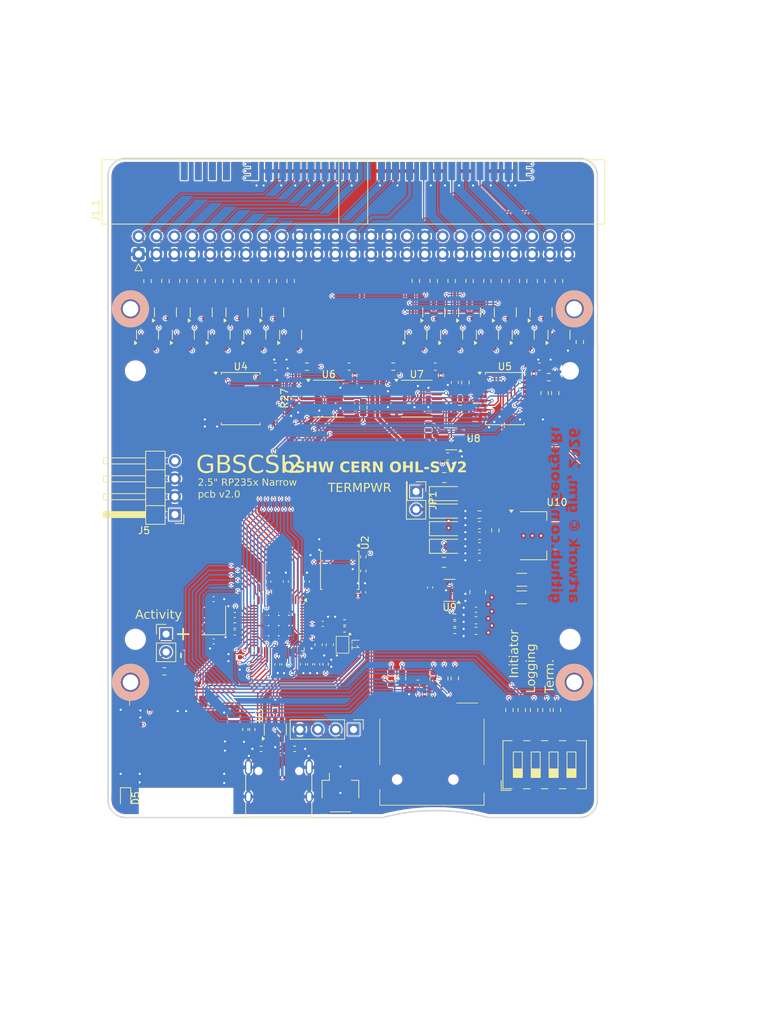
<source format=kicad_pcb>
(kicad_pcb (version 20241229) (generator "pcbnew") (generator_version "9.0")
  (title_block (title "GBSCSI Common Platform - 2.5 Narrow, RP235x") (date "2026-02-04") (rev "2.0") (comment 1 "Drawn by George R. M.") (comment 4 "FIRST DRAWING VERSION FOR COMMON PLATFORM VARIANTS IS V2.0"))
  (layers (0 "F.Cu" signal) (4 "In1.Cu" signal) (6 "In2.Cu" signal) (2 "B.Cu" signal) (13 "F.Paste" user) (15 "B.Paste" user) (5 "F.SilkS" user "F.Silkscreen") (7 "B.SilkS" user "B.Silkscreen") (1 "F.Mask" user) (3 "B.Mask" user) (25 "Edge.Cuts" user))
  (net 0 "")
  (net 1 "+5V")
  (net 2 "/Core Logic, Basic Controls/XIN")
  (net 3 "Net-(C3-Pad1)")
  (net 4 "+1.1V")
  (net 5 "Net-(U1-VREG_AVDD)")
  (net 6 "VBUS")
  (net 7 "Net-(U5-A0)")
  (net 8 "+2.8V")
  (net 9 "Net-(D1-K)")
  (net 10 "+5VIN")
  (net 11 "/Power/5V_TIE")
  (net 12 "Net-(D3-A)")
  (net 13 "+5VTT")
  (net 14 "/Host Interface/~{SCSI_RST}")
  (net 15 "+3.3V")
  (net 17 "/Host Interface/~{SCSI_SD1}")
  (net 18 "/Host Interface/~{SCSI_BSY}")
  (net 19 "/Host Interface/~{SCSI_SD6}")
  (net 20 "/Host Interface/SCSI_~{ATTN}")
  (net 21 "/Host Interface/~{SCSI_SD4}")
  (net 22 "/Host Interface/SCSI_~{C}{slash}D")
  (net 23 "/Host Interface/~{SCSI_SD5}")
  (net 26 "/Host Interface/~{SCSI_SD2}")
  (net 28 "GND")
  (net 30 "/Host Interface/~{SCSI_ACK}")
  (net 31 "/Host Interface/~{SCSI_SD3}")
  (net 33 "/Host Interface/~{SCSI_SEL}")
  (net 34 "/Host Interface/~{SCSI_SD7}")
  (net 36 "/Host Interface/SCSI_~{REQ}")
  (net 37 "/Host Interface/~{SCSI_SDP}")
  (net 38 "/Host Interface/~{SCSI_SD0}")
  (net 39 "/Host Interface/~{SCSI_MSG}")
  (net 41 "/Host Interface/SCSI_I{slash}~{O}")
  (net 42 "/Core Logic, Basic Controls/USB/CC2")
  (net 44 "/Core Logic, Basic Controls/USB/CC1")
  (net 46 "/Core Logic, Basic Controls/SWD")
  (net 47 "/Core Logic, Basic Controls/SWCLK")
  (net 48 "Net-(U9-SW)")
  (net 49 "/Core Logic, Basic Controls/~{TERM_EN}")
  (net 50 "/Core Logic, Basic Controls/~{USB_BOOT}")
  (net 51 "/Core Logic, Basic Controls/QSPI_~{SS}")
  (net 52 "/Core Logic, Basic Controls/XOUT")
  (net 53 "/Core Logic, Basic Controls/~{BUS_DIR}")
  (net 54 "/Core Logic, Basic Controls/~{MCU_BSY_OUT}")
  (net 55 "Net-(Q3-D)")
  (net 56 "Net-(Q15-D)")
  (net 57 "/Core Logic, Basic Controls/~{MCU_SEL_OUT}")
  (net 58 "Net-(Q8-D)")
  (net 59 "Net-(Q10-D)")
  (net 60 "Net-(Q7-D)")
  (net 61 "Net-(Q17-D)")
  (net 62 "Net-(Q6-D)")
  (net 63 "Net-(Q18-D)")
  (net 64 "Net-(Q12-D)")
  (net 65 "Net-(Q9-D)")
  (net 66 "Net-(Q11-D)")
  (net 67 "Net-(Q1-D)")
  (net 68 "Net-(Q5-D)")
  (net 69 "Net-(Q13-D)")
  (net 70 "Net-(Q4-D)")
  (net 71 "Net-(Q2-D)")
  (net 72 "/Core Logic, Basic Controls/~{INITIATOR}")
  (net 73 "Net-(Q14-D)")
  (net 74 "Net-(Q16-D)")
  (net 75 "/Core Logic, Basic Controls/~{MCU_ATTN}")
  (net 76 "/Core Logic, Basic Controls/~{DEBUG}")
  (net 77 "/Core Logic, Basic Controls/~{MCU_REQ}")
  (net 78 "/Core Logic, Basic Controls/~{MCU_IO}")
  (net 79 "/Core Logic, Basic Controls/USB_D+")
  (net 80 "/Core Logic, Basic Controls/D+")
  (net 81 "/Core Logic, Basic Controls/D-")
  (net 82 "/Core Logic, Basic Controls/USB_D-")
  (net 83 "/Core Logic, Basic Controls/~{MCU_ACK}")
  (net 84 "Net-(U5-B1)")
  (net 85 "/Core Logic, Basic Controls/~{MCU_SDP}")
  (net 86 "Net-(R27-Pad1)")
  (net 87 "Net-(R28-Pad2)")
  (net 88 "/Core Logic, Basic Controls/~{MCU_CD{slash}SEL_IN}")
  (net 89 "Net-(R29-Pad1)")
  (net 90 "/Core Logic, Basic Controls/MCU_RST")
  (net 91 "Net-(R30-Pad2)")
  (net 92 "/Core Logic, Basic Controls/~{MCU_MSG{slash}BSY_IN}")
  (net 93 "Net-(U9-EN)")
  (net 94 "Net-(U9-FB)")
  (net 95 "Net-(U10-GND)")
  (net 96 "/Core Logic, Basic Controls/QSPI_SD3")
  (net 97 "/Core Logic, Basic Controls/QSPI_SCLK")
  (net 98 "/Core Logic, Basic Controls/QSPI_SD1")
  (net 99 "/Core Logic, Basic Controls/QSPI_SD2")
  (net 100 "/Core Logic, Basic Controls/QSPI_SD0")
  (net 101 "/Core Logic, Basic Controls/~{MCU_SD6}")
  (net 102 "/Core Logic, Basic Controls/~{MCU_SD0}")
  (net 103 "/Core Logic, Basic Controls/~{MCU_SD2}")
  (net 104 "/Core Logic, Basic Controls/~{MCU_SD3}")
  (net 105 "/Core Logic, Basic Controls/~{MCU_SD7}")
  (net 106 "/Core Logic, Basic Controls/~{MCU_SD1}")
  (net 107 "/Core Logic, Basic Controls/~{MCU_SD4}")
  (net 108 "/Core Logic, Basic Controls/~{MCU_SD5}")
  (net 109 "/SCSI Buffers/~{RST_OUT}")
  (net 110 "/Core Logic, Basic Controls/SDIO_CLK")
  (net 112 "/Core Logic, Basic Controls/SDIO_D1")
  (net 113 "/Core Logic, Basic Controls/SDIO_D3")
  (net 114 "/Core Logic, Basic Controls/SDIO_CMD")
  (net 115 "/Core Logic, Basic Controls/SDIO_D2")
  (net 116 "/Core Logic, Basic Controls/SDIO_D0")
  (net 117 "/Core Logic, Basic Controls/WL_SCK")
  (net 118 "/Core Logic, Basic Controls/VREG_LX")
  (net 119 "/Core Logic, Basic Controls/WL_DAT{slash}~{IRQ}")
  (net 120 "/Core Logic, Basic Controls/~{WL_CS}")
  (net 121 "/Core Logic, Basic Controls/~{WL_EN}")
  (net 128 "/Core Logic, Basic Controls/ACTY")
  (net 129 "/Core Logic, Basic Controls/LED_OUT")
  (net 130 "Net-(M1-IRQ)")
  (net 131 "Net-(M1-DO)")
  (footprint "Capacitor_SMD:C_0402_1005Metric" (layer "F.Cu") (at 53.5 113.75 180)
    (property "Reference" "C15" (hide yes))
    (property "Value" "100nF")
  )
  (footprint "Capacitor_SMD:C_1206_3216Metric" (layer "F.Cu") (at 94.25 108.75)
    (property "Reference" "C35" (hide yes))
    (property "Value" "47uF")
  )
  (footprint "Fuse:Fuse_0805_2012Metric" (layer "F.Cu") (at 83.25 94.25)
    (property "Reference" "F1" (hide yes))
    (property "Value" "1A")
  )
  (footprint "Resistor_SMD:R_0603_1608Metric" (layer "F.Cu") (at 96.995 66.35 -90)
    (property "Reference" "R47" (hide yes))
    (property "Value" "110Ω")
  )
  (footprint "Connector_IDC:IDC-Header_2x25_P2.54mm_Horizontal" (layer "F.Cu") (at 39.845 62.54 90)
    (property "Reference" "J1.1")
    (property "Value" "SCSI_50P_2.54mm")
  )
  (footprint "Resistor_SMD:R_0402_1005Metric" (layer "F.Cu") (at 71.75 105.5 90)
    (property "Reference" "R2" (hide yes))
    (property "Value" "4.7kΩ")
  )
  (footprint "Capacitor_SMD:C_0402_1005Metric" (layer "F.Cu") (at 71.75 110.52 90)
    (property "Reference" "C6" (hide yes))
    (property "Value" "100nF")
  )
  (footprint "Resistor_SMD:R_0603_1608Metric" (layer "F.Cu") (at 83.25 122.75 90)
    (property "Reference" "R19" (hide yes))
    (property "Value" "4.7kΩ")
  )
  (footprint "Resistor_SMD:R_0402_1005Metric" (layer "F.Cu") (at 53.5 115.25 180)
    (property "Reference" "R4" (hide yes))
    (property "Value" "1kΩ")
  )
  (footprint "Package_TO_SOT_SMD:SOT-23-5" (layer "F.Cu") (at 84 110.25 180)
    (property "Reference" "U9")
    (property "Value" "TLV62569DBV")
  )
  (footprint "LED_SMD:LED_0603_1608Metric" (layer "F.Cu") (at 38 139.75 -90)
    (property "Reference" "D5")
    (property "Value" "YELLOW")
  )
  (footprint "Package_SO:TSSOP-14_4.4x5mm_P0.65mm" (layer "F.Cu") (at 66.845 83.04)
    (property "Reference" "U6")
    (property "Value" "74LVTH125")
  )
  (footprint "Resistor_SMD:R_0603_1608Metric" (layer "F.Cu") (at 99.25 127.24 90)
    (property "Reference" "R11" (hide yes))
    (property "Value" "4.7kΩ")
  )
  (footprint "Resistor_SMD:R_0603_1608Metric" (layer "F.Cu") (at 51.275 66.35 -90)
    (property "Reference" "R35" (hide yes))
    (property "Value" "110Ω")
  )
  (footprint "Resistor_SMD:R_0603_1608Metric" (layer "F.Cu") (at 53.815 66.35 -90)
    (property "Reference" "R36" (hide yes))
    (property "Value" "110Ω")
  )
  (footprint "Resistor_SMD:R_0603_1608Metric" (layer "F.Cu") (at 98.1 80 180)
    (property "Reference" "R6" (hide yes))
    (property "Value" "4.7kΩ")
  )
  (footprint "Resistor_SMD:R_0603_1608Metric" (layer "F.Cu") (at 41.115 66.35 -90)
    (property "Reference" "R31" (hide yes))
    (property "Value" "110Ω")
  )
  (footprint "Capacitor_SMD:C_0402_1005Metric" (layer "F.Cu") (at 53.75 119.75 180)
    (property "Reference" "C16" (hide yes))
    (property "Value" "100nF")
  )
  (footprint "Inductor_SMD:L_1008_2520Metric" (layer "F.Cu") (at 88 110.5 -90)
    (property "Reference" "L2" (hide yes))
    (property "Value" "1μH")
  )
  (footprint "Resistor_SMD:R_0603_1608Metric" (layer "F.Cu") (at 86.25 80.75 90)
    (property "Reference" "R25" (hide yes))
    (property "Value" "110Ω")
  )
  (footprint "Capacitor_SMD:C_0603_1608Metric" (layer "F.Cu") (at 84.75 80.75 -90)
    (property "Reference" "C21" (hide yes))
    (property "Value" "12pF")
  )
  (footprint "Resistor_SMD:R_0402_1005Metric" (layer "F.Cu") (at 56 130 -90)
    (property "Reference" "R54" (hide yes))
    (property "Value" "10kΩ")
  )
  (footprint "Capacitor_SMD:C_0402_1005Metric" (layer "F.Cu") (at 60.55 120.75 -90)
    (property "Reference" "C10" (hide yes))
    (property "Value" "4.7uF" (hide yes))
  )
  (footprint "Fiducial:Fiducial_0.5mm_Mask1mm" (layer "F.Cu") (at 38.345 51.79)
    (property "Reference" "FID1" (hide yes))
    (property "Value" "Fiducial")
  )
  (footprint "Package_TO_SOT_SMD:SOT-23" (layer "F.Cu") (at 86.835 70.795 90)
    (property "Reference" "Q13" (hide yes))
    (property "Value" "AO3401A")
  )
  (footprint "Resistor_SMD:R_0603_1608Metric" (layer "F.Cu") (at 84.295 66.35 -90)
    (property "Reference" "R42" (hide yes))
    (property "Value" "110Ω")
  )
  (footprint "GBSCSI:GBSCSI2_2.5_PCB" (layer "F.Cu") (at 105 142.5)
    (property "Reference" "PCB1" (hide yes))
    (property "Value" "2.5\" PCB" (hide yes))
    (fp_line (start -69.5 -2.5) (end -69.5 -91.05) (stroke (width 0.2)) (layer "Edge.Cuts"))
    (fp_line (start -67 -93.55) (end -2.5 -93.55) (stroke (width 0.2)) (layer "Edge.Cuts"))
    (fp_line (start -30.5 0) (end -67 0) (stroke (width 0.2)) (layer "Edge.Cuts"))
    (fp_line (start -15.5 0) (end -2.5 0) (stroke (width 0.2)) (layer "Edge.Cuts"))
    (fp_line (start 0 -2.5) (end 0 -91.05) (stroke (width 0.2)) (layer "Edge.Cuts"))
    (fp_arc (start -69.5 -91.05) (mid -68.767767 -92.817767) (end -67 -93.55) (stroke (width 0.2)) (layer "Edge.Cuts"))
    (fp_arc (start -67 0) (mid -68.767766 -0.732233) (end -69.5 -2.5) (stroke (width 0.2)) (layer "Edge.Cuts"))
    (fp_arc (start -30.5 0) (mid -23 -0.987394) (end -15.5 0) (stroke (width 0.2)) (layer "Edge.Cuts"))
    (fp_arc (start -2.5 -93.55) (mid -0.732233 -92.817767) (end 0 -91.05) (stroke (width 0.2)) (layer "Edge.Cuts"))
    (fp_arc (start 0 -2.5) (mid -0.732234 -0.732234) (end -2.5 0) (stroke (width 0.2)) (layer "Edge.Cuts"))
  )
  (footprint "Capacitor_SMD:C_0603_1608Metric" (layer "F.Cu") (at 88.25 104 180)
    (property "Reference" "C32" (hide yes))
    (property "Value" "100nF")
  )
  (footprint "Capacitor_SMD:C_0402_1005Metric" (layer "F.Cu") (at 64.2 120.75 -90)
    (property "Reference" "C12" (hide yes))
    (property "Value" "1μF")
  )
  (footprint "Capacitor_SMD:C_0603_1608Metric" (layer "F.Cu") (at 87.75 116 180)
    (property "Reference" "C29" (hide yes))
    (property "Value" "10μF")
  )
  (footprint "Resistor_SMD:R_0402_1005Metric" (layer "F.Cu") (at 69.1 115.8 180)
    (property "Reference" "R16" (hide yes))
    (property "Value" "22Ω")
  )
  (footprint "Capacitor_SMD:C_0603_1608Metric" (layer "F.Cu") (at 88.25 105.5 180)
    (property "Reference" "C31" (hide yes))
    (property "Value" "1μF")
  )
  (footprint "Capacitor_SMD:C_0603_1608Metric" (layer "F.Cu") (at 87.75 114.5 180)
    (property "Reference" "C30" (hide yes))
    (property "Value" "10μF")
  )
  (footprint "Capacitor_SMD:C_0402_1005Metric" (layer "F.Cu") (at 63.75 109 90)
    (property "Reference" "C13" (hide yes))
    (property "Value" "100nF")
  )
  (footprint "Resistor_SMD:R_0603_1608Metric" (layer "F.Cu") (at 94.455 66.35 -90)
    (property "Reference" "R46" (hide yes))
    (property "Value" "110Ω")
  )
  (footprint "Package_TO_SOT_SMD:SOT-23" (layer "F.Cu") (at 84.295 73.97 90)
    (property "Reference" "Q12" (hide yes))
    (property "Value" "AO3401A")
  )
  (footprint "Resistor_SMD:R_0603_1608Metric" (layer "F.Cu") (at 77.25 122.75 90)
    (property "Reference" "R21" (hide yes))
    (property "Value" "4.7kΩ")
  )
  (footprint "Capacitor_SMD:C_0603_1608Metric" (layer "F.Cu") (at 83.75 91.25)
    (property "Reference" "C24" (hide yes))
    (property "Value" "100nF")
  )
  (footprint "Package_TO_SOT_SMD:SOT-23" (layer "F.Cu") (at 89.375 73.97 90)
    (property "Reference" "Q14" (hide yes))
    (property "Value" "AO3401A")
  )
  (footprint "Resistor_SMD:R_0603_1608Metric" (layer "F.Cu") (at 81 87.5 -90)
    (property "Reference" "R7" (hide yes))
    (property "Value" "4.7kΩ")
  )
  (footprint "Capacitor_SMD:C_0402_1005Metric" (layer "F.Cu") (at 58.25 109 90)
    (property "Reference" "C14" (hide yes))
    (property "Value" "100nF")
  )
  (footprint "Capacitor_SMD:C_0402_1005Metric" (layer "F.Cu") (at 60.75 109 90)
    (property "Reference" "C9" (hide yes))
    (property "Value" "100nF")
  )
  (footprint "Connector_JST:JST_SH_SM03B-SRSS-TB_1x03-1MP_P1.00mm_Horizontal" (layer "F.Cu") (at 68.5 139)
    (property "Reference" "J4" (hide yes))
    (property "Value" "SM03B-SRSS-TB")
  )
  (footprint "GBSCSI:L_Abracon_AOTA-B2016" (layer "F.Cu") (at 68.8 117.975 -90)
    (property "Reference" "L1")
    (property "Value" "3.3μH")
  )
  (footprint "Resistor_SMD:R_0603_1608Metric" (layer "F.Cu") (at 43.5 121.75)
    (property "Reference" "R55" (hide yes))
    (property "Value" "1kΩ")
  )
  (footprint "Package_SO:SOIC-8_5.23x5.23mm_P1.27mm" (layer "F.Cu") (at 68.405 107.4 -90)
    (property "Reference" "U2")
    (property "Value" "W25Q128JVS")
  )
  (footprint "Resistor_SMD:R_0402_1005Metric" (layer "F.Cu") (at 57.25 132.75 180)
    (property "Reference" "R24" (hide yes))
    (property "Value" "5.1kΩ")
  )
  (footprint "Resistor_SMD:R_0603_1608Metric" (layer "F.Cu") (at 90.5 101.75 -90)
    (property "Reference" "R53" (hide yes))
    (property "Value" "~")
  )
  (footprint "Resistor_SMD:R_0603_1608Metric" (layer "F.Cu") (at 56.355 66.35 -90)
    (property "Reference" "R37" (hide yes))
    (property "Value" "110Ω")
  )
  (footprint "Capacitor_SMD:C_0603_1608Metric" (layer "F.Cu") (at 65.4 117.975 -90)
    (property "Reference" "C1" (hide yes))
    (property "Value" "4.7μF")
  )
  (footprint "Capacitor_SMD:C_1206_3216Metric" (layer "F.Cu") (at 94.25 111.25)
    (property "Reference" "C20" (hide yes))
    (property "Value" "47uF")
  )
  (footprint "Resistor_SMD:R_0402_1005Metric" (layer "F.Cu") (at 66.4 120.75 -90)
    (property "Reference" "R3" (hide yes))
    (property "Value" "22Ω")
  )
  (footprint "Resistor_SMD:R_0603_1608Metric" (layer "F.Cu") (at 62 83 90)
    (property "Reference" "R27")
    (property "Value" "1kΩ")
  )
  (footprint "Capacitor_SMD:C_0603_1608Metric" (layer "F.Cu") (at 81.975 78.5 180)
    (property "Reference" "C26" (hide yes))
    (property "Value" "100nF")
  )
  (footprint "Button_Switch_SMD:SW_DIP_SPSTx04_Slide_6.7x11.72mm_W8.61mm_P2.54mm_LowProfile" (layer "F.Cu") (at 97.5 135 90)
    (property "Reference" "SW1" (hide yes))
    (property "Value" "SW_DIP_x04")
  )
  (footprint "Capacitor_SMD:C_0402_1005Metric" (layer "F.Cu") (at 65.2 120.75 -90)
    (property "Reference" "C5" (hide yes))
    (property "Value" "4.7μF")
  )
  (footprint "Resistor_SMD:R_0603_1608Metric" (layer "F.Cu") (at 85.5 84.5)
    (property "Reference" "R29" (hide yes))
    (property "Value" "4.7kΩ")
  )
  (footprint "Resistor_SMD:R_0603_1608Metric" (layer "F.Cu") (at 96 127.25 -90)
    (property "Reference" "R13" (hide yes))
    (property "Value" "1kΩ")
  )
  (footprint "Package_TO_SOT_SMD:SOT-23" (layer "F.Cu") (at 99.535 73.97 90)
    (property "Reference" "Q18" (hide yes))
    (property "Value" "AO3401A")
  )
  (footprint "Resistor_SMD:R_0603_1608Metric" (layer "F.Cu") (at 81.75 122.75 90)
    (property "Reference" "R20" (hide yes))
    (property "Value" "4.7kΩ")
  )
  (footprint "Package_TO_SOT_SMD:SOT-23" (layer "F.Cu") (at 53.815 70.795 90)
    (property "Reference" "Q6" (hide yes))
    (property "Value" "AO3401A")
  )
  (footprint "Resistor_SMD:R_0603_1608Metric" (layer "F.Cu") (at 94.25 127.24 90)
    (property "Reference" "R9" (hide yes))
    (property "Value" "4.7kΩ")
  )
  (footprint "Resistor_SMD:R_0603_1608Metric" (layer "F.Cu") (at 99.535 66.35 -90)
    (property "Reference" "R48" (hide yes))
    (property "Value" "110Ω")
  )
  (footprint "Capacitor_SMD:C_0402_1005Metric" (layer "F.Cu") (at 59.25 127 90)
    (property "Reference" "C8" (hide yes))
    (property "Value" "100nF")
  )
  (footprint "Capacitor_SMD:C_0402_1005Metric" (layer "F.Cu") (at 53.5 116.25 180)
    (property "Reference" "C11" (hide yes))
    (property "Value" "100nF")
  )
  (footprint "Resistor_SMD:R_0603_1608Metric" (layer "F.Cu") (at 43.655 66.35 -90)
    (property "Reference" "R32" (hide yes))
    (property "Value" "110Ω")
  )
  (footprint "Diode_SMD:D_SOD-123" (layer "F.Cu") (at 83.5 101.5)
    (property "Reference" "D4" (hide yes))
    (property "Value" "1N5819")
  )
  (footprint "Resistor_SMD:R_0603_1608Metric" (layer "F.Cu") (at 99 82.25 -90)
    (property "Reference" "R17" (hide yes))
    (property "Value" "1kΩ")
  )
  (footprint "Capacitor_SMD:C_0603_1608Metric" (layer "F.Cu") (at 88.25 102.5 180)
    (property "Reference" "C33" (hide yes))
    (property "Value" "100nF")
  )
  (footprint "Crystal:Crystal_SMD_3225-4Pin_3.2x2.5mm" (layer "F.Cu") (at 50.5 114.5 90)
    (property "Reference" "Y1" (hide yes))
    (property "Value" "12MHz")
  )
  (footprint "Package_SO:SSOP-20_5.3x7.2mm_P0.65mm" (layer "F.Cu") (at 54.345 83.04)
    (property "Reference" "U4")
    (property "Value" "74LVTH245")
  )
  (footprint "Capacitor_SMD:C_0402_1005Metric" (layer "F.Cu") (at 63.2 120.75 -90)
    (property "Reference" "C18" (hide yes))
    (property "Value" "100nF")
  )
  (footprint "Diode_SMD:D_SOD-123" (layer "F.Cu") (at 83.5 96.525)
    (property "Reference" "D3" (hide yes))
    (property "Value" "1N5819")
  )
  (footprint "Resistor_SMD:R_0402_1005Metric" (layer "F.Cu") (at 71.75 107.5 -90)
    (property "Reference" "R1" (hide yes))
    (property "Value" "1kΩ")
  )
  (footprint "Resistor_SMD:R_0402_1005Metric" (layer "F.Cu") (at 62 132.75)
    (property "Reference" "R23" (hide yes))
    (property "Value" "5.1kΩ")
  )
  (footprint "Resistor_SMD:R_0603_1608Metric" (layer "F.Cu") (at 79.215 66.35 -90)
    (property "Reference" "R40" (hide yes))
    (property "Value" "110Ω")
  )
  (footprint "Capacitor_SMD:C_0402_1005Metric" (layer "F.Cu") (at 59.55 120.75 -90)
    (property "Reference" "C17" (hide yes))
    (property "Value" "100nF")
  )
  (footprint "Package_DFN_QFN:QFN-60-1EP_7x7mm_P0.4mm_EP3.4x3.4mm_ThermalVias" (layer "F.Cu") (at 59.75 115.25 -90)
    (property "Reference" "U1" (hide yes))
    (property "Value" "RP2350_60QFN" (hide yes))
  )
  (footprint "Connector_PinHeader_2.54mm:PinHeader_2x01_P2.54mm_Vertical" (layer "F.Cu") (at 79.25 96.225 -90)
    (property "Reference" "JP1")
    (property "Value" "Jumper_2_Open")
  )
  (footprint "Diode_SMD:D_SOD-123" (layer "F.Cu") (at 83.5 99)
    (property "Reference" "D1" (hide yes))
    (property "Value" "1N5819")
  )
  (footprint "Capacitor_SMD:C_0603_1608Metric" (layer "F.Cu") (at 59.25 78.5)
    (property "Reference" "C22" (hide yes))
    (property "Value" "100nF")
  )
  (footprint "Capacitor_SMD:C_0402_1005Metric" (layer "F.Cu") (at 50.5 117.5 180)
    (property "Reference" "C3" (hide yes))
    (property "Value" "22pF")
  )
  (footprint "Resistor_SMD:R_0402_1005Metric" (layer "F.Cu") (at 55 130 -90)
    (property "Reference" "R56" (hide yes))
    (property "Value" "470Ω")
  )
  (footprint "Capacitor_SMD:C_0603_1608Metric" (layer "F.Cu") (at 79.5 123.5 180)
    (property "Reference" "C7" (hide yes))
    (property "Value" "10μF")
  )
  (footprint "Resistor_SMD:R_0402_1005Metric" (layer "F.Cu") (at 69.1 114.8 180)
    (property "Reference" "R15" (hide yes))
    (property "Value" "22Ω")
  )
  (footprint "GBSCSI:TF01A" (layer "F.Cu") (at 81.5 133.5)
    (property "Reference" "J2" (hide yes))
    (property "Value" "TF003" (hide yes))
  )
  (footprint "Fuse:Fuse_0805_2012Metric" (layer "F.Cu") (at 83.225 106.275)
    (property "Reference" "F2" (hide yes))
    (property "Value" "1A")
  )
  (footprint "Package_TO_SOT_SMD:SOT-23" (layer "F.Cu") (at 48.735 70.795 90)
    (property "Reference" "Q4" (hide yes))
    (property "Value" "AO3401A")
  )
  (footprint "Resistor_SMD:R_0603_1608Metric" (layer "F.Cu") (at 61.435 66.35 -90)
    (property "Reference" "R39" (hide yes))
    (property "Value" "110Ω")
  )
  (footprint "Package_TO_SOT_SMD:SOT-23" (layer "F.Cu") (at 96.995 70.795 90)
    (property "Reference" "Q17" (hide yes))
    (property "Value" "AO3401A")
  )
  (footprint "Resistor_SMD:R_0603_1608Metric" (layer "F.Cu") (at 48.735 66.35 -90)
    (property "Reference" "R34" (hide yes))
    (property "Value" "110Ω")
  )
  (footprint "Fiducial:Fiducial_0.5mm_Mask1mm" (layer "F.Cu") (at 102.095 55.04)
    (property "Reference" "FID2" (hide yes))
    (property "Value" "Fiducial")
  )
  (footprint "GBSCSI:PinHeader_2x25-2_P2.00mm_straddle" (layer "F.Cu") (at 70.325 48.665 90)
    (property "Reference" "J1" (hide yes))
    (property "Value" "SCSI_50-2P_2mm")
  )
  (footprint "Resistor_SMD:R_0603_1608Metric" (layer "F.Cu") (at 71.75 84.325 90)
    (property "Reference" "R30" (hide yes))
    (property "Value" "1kΩ")
  )
  (footprint "Package_TO_SOT_SMD:SOT-23" (layer "F.Cu") (at 61.435 73.97 90)
    (property "Reference" "Q9" (hide yes))
    (property "Value" "AO3401A")
  )
  (footprint "Package_TO_SOT_SMD:SOT-23" (layer "F.Cu") (at 79.215 73.97 90)
    (property "Reference" "Q10" (hide yes))
    (property "Value" "AO3401A")
  )
  (footprint "Package_TO_SOT_SMD:SOT-23" (layer "F.Cu") (at 43.655 70.795 90)
    (property "Reference" "Q2" (hide yes))
    (property "Value" "AO3401A")
  )
  (footprint "Resistor_SMD:R_0402_1005Metric" (layer "F.Cu") (at 84.75 115)
    (property "Reference" "R51" (hide yes))
    (property "Value" "100kΩ")
  )
  (footprint "Fiducial:Fiducial_0.5mm_Mask1mm" (layer "F.Cu") (at 103.25 140.5)
    (property "Reference" "FID3" (hide yes))
    (property "Value" "Fiducial")
  )
  (footprint "Package_TO_SOT_SMD:SOT-23" (layer "F.Cu") (at 81.755 70.795 90)
    (property "Reference" "Q11" (hide yes))
    (property "Value" "AO3401A")
  )
  (footprint "Package_TO_SOT_SMD:SOT-23" (layer "F.Cu") (at 56.355 73.97 90)
    (property "Reference" "Q7" (hide yes))
    (property "Value" "AO3401A")
  )
  (footprint "Diode_SMD:D_SOD-123" (layer "F.Cu") (at 83.5 104)
    (property "Reference" "D2" (hide yes))
    (property "Value" "1N5819")
  )
  (footprint "Capacitor_SMD:C_0402_1005Metric" (layer "F.Cu") (at 50.5 111.5)
    (property "Reference" "C2" (hide yes))
    (property "Value" "22pF")
  )
  (footprint "Resistor_SMD:R_0603_1608Metric" (layer "F.Cu") (at 86.835 66.35 -90)
    (property "Reference" "R43" (hide yes))
    (property "Value" "110Ω")
  )
  (footprint "Connector_USB:USB_C_Receptacle_HRO_TYPE-C-31-M-12" (layer "F.Cu") (at 59.75 138.5)
    (property "Reference" "J3" (hide yes))
    (property "Value" "GCT-4105")
  )
  (footprint "Package_TO_SOT_SMD:SOT-23" (layer "F.Cu") (at 58.895 70.795 90)
    (property "Reference" "Q8" (hide yes))
    (property "Value" "AO3401A")
  )
  (footprint "Resistor_SMD:R_0402_1005Metric" (layer "F.Cu") (at 84.75 116 180)
    (property "Reference" "R50" (hide yes))
    (property "Value" "442kΩ")
  )
  (footprint "Package_SO:SSOP-20_5.3x7.2mm_P0.65mm" (layer "F.Cu") (at 91.845 83.04)
    (property "Reference" "U5")
    (property "Value" "74LVTH245")
  )
  (footprint "Resistor_SMD:R_0603_1608Metric" (layer "F.Cu") (at 91.915 66.35 -90)
    (property "Reference" "R45" (hide yes))
    (property "Value" "110Ω")
  )
  (footprint "Package_SO:TSSOP-14_4.4x5mm_P0.65mm" (layer "F.Cu") (at 79.345 83.04)
    (property "Reference" "U7")
    (property "Value" "74LVTH125")
  )
  (footprint "Resistor_SMD:R_0603_1608Metric" (layer "F.Cu") (at 102.5 75 90)
    (property "Reference" "R12" (hide yes))
    (property "Value" "4.7kΩ")
  )
  (footprint "Resistor_SMD:R_0603_1608Metric" (layer "F.Cu") (at 76 78.5 180)
    (property "Reference" "R8" (hide yes))
    (property "Value" "4.7kΩ")
  )
  (footprint "Connector_PinHeader_2.54mm:PinHeader_1x04_P2.54mm_Horizontal" (layer "F.Cu") (at 45 99.5 180)
    (property "Reference" "J5")
    (property "Value" "Conn_01x04")
  )
  (footprint "Resistor_SMD:R_0603_1608Metric" (layer "F.Cu") (at 97.5 82.25 90)
    (property "Reference" "R26" (hide yes))
    (property "Value" "1kΩ")
  )
  (footprint "Package_TO_SOT_SMD:SOT-23" (layer "F.Cu") (at 41.115 73.97 90)
    (property "Reference" "Q1" (hide yes))
    (property "Value" "AO3401A")
  )
  (footprint "Resistor_SMD:R_0603_1608Metric" (layer "F.Cu") (at 46.195 66.35 -90)
    (property "Reference" "R33" (hide yes))
    (property "Value" "110Ω")
  )
  (footprint "Package_TO_SOT_SMD:SOT-23" (layer "F.Cu") (at 91.915 70.795 90)
    (property "Reference" "Q15" (hide yes))
    (property "Value" "AO3401A")
  )
  (footprint "Capacitor_SMD:C_0603_1608Metric" (layer "F.Cu") (at 67 117.975 -90)
    (property "Reference" "C4" (hide yes))
    (property "Value" "4.7μF")
  )
  (footprint "Resistor_SMD:R_0603_1608Metric" (layer "F.Cu") (at 81.755 66.35 -90)
    (property "Reference" "R41" (hide yes))
    (property "Value" "110Ω")
  )
  (footprint "Package_TO_SOT_SMD:SOT-23-6" (layer "F.Cu") (at 59.25 130 90)
    (property "Reference" "U3")
    (property "Value" "USB TVS")
  )
  (footprint "Package_TO_SOT_SMD:SOT-23" (layer "F.Cu") (at 46.195 73.97 90)
    (property "Reference" "Q3" (hide yes))
    (property "Value" "AO3401A")
  )
  (footprint "Capacitor_SMD:C_0402_1005Metric" (layer "F.Cu") (at 66 115)
    (property "Reference" "C19" (hide yes))
    (property "Value" "100nF")
  )
  (footprint "Resistor_SMD:R_0603_1608Metric" (layer "F.Cu") (at 84.75 122.75 90)
    (property "Reference" "R18" (hide yes))
    (property "Value" "4.7kΩ")
  )
  (footprint "Capacitor_SMD:C_0603_1608Metric" (layer "F.Cu") (at 88.25 101 180)
    (property "Reference" "C34" (hide yes))
    (property "Value" "1μF")
  )
  (footprint "Package_TO_SOT_SMD:SOT-23" (layer "F.Cu") (at 51.275 73.97 90)
    (property "Reference" "Q5" (hide yes))
    (property "Value" "AO3401A")
  )
  (footprint "GBSCSI:RPi_RM2" (layer "F.Cu") (at 46 126 180)
    (property "Reference" "M1" (hide yes))
    (property "Value" "~" (hide yes))
  )
  (footprint "Package_TO_SOT_SMD:SOT-23-5" (layer "F.Cu") (at 84.25 88.75 180)
    (property "Reference" "U8")
    (property "Value" "SN74AHC1G125DBVR")
  )
  (footprint "Connector_PinHeader_2.54mm:PinHeader_1x02_P2.54mm_Vertical" (layer "F.Cu") (at 43.75 116.46)
    (property "Reference" "J6" (hide yes))
    (property "Value" "Conn_01x02")
  )
  (footprint "Package_TO_SOT_SMD:SOT-23" (layer "F.Cu") (at 94.455 73.97 90)
    (property "Reference" "Q16" (hide yes))
    (property "Value" "AO3401A")
  )
  (footprint "Resistor_SMD:R_0603_1608Metric" (layer "F.Cu") (at 97.75 127.24 90)
    (property "Reference" "R10" (hide yes))
    (property "Value" "4.7kΩ")
  )
  (footprint "Resistor_SMD:R_0603_1608Metric" (layer "F.Cu") (at 89.375 66.35 -90)
    (property "Reference" "R44" (hide yes))
    (property "Value" "110Ω")
  )
  (footprint "Resistor_SMD:R_0603_1608Metric" (layer "F.Cu") (at 88.25 99.5)
    (property "Reference" "R52" (hide yes))
    (property "Value" "0Ω")
  )
  (footprint "Resistor_SMD:R_0603_1608Metric" (layer "F.Cu") (at 75.75 122.75 90)
    (property "Reference" "R22" (hide yes))
    (property "Value" "4.7kΩ")
  )
  (footprint "Symbol:OSHW-Logo2_9.8x8mm_Copper" (layer "F.Cu") (at 92 94.5)
    (property "Reference" "REF**" (hide yes))
    (property "Value" "OSHW-Logo2_9.8x8mm_Copper" (hide yes))
  )
  (footprint "Resistor_SMD:R_0603_1608Metric" (layer "F.Cu") (at 63.75 78.5 180)
    (property "Reference" "R5" (hide yes))
    (property "Value" "4.7kΩ")
  )
  (footprint "Capacitor_SMD:C_0402_1005Metric" (layer "F.Cu") (at 87.75 113 180)
    (property "Reference" "C28" (hide yes))
    (property "Value" "100nF")
  )
  (footprint "Connector_PinHeader_2.54mm:PinHeader_1x04_P2.54mm_Vertical" (layer "F.Cu") (at 70.37 130 -90)
    (property "Reference" "J4.1" (hide yes))
    (property "Value" "Conn_01x04")
  )
  (footprint "Resistor_SMD:R_0603_1608Metric" (layer "F.Cu") (at 92.5 127.25 -90)
    (property "Reference" "R14" (hide yes))
    (property "Value" "1kΩ")
  )
  (footprint "Capacitor_SMD:C_0603_1608Metric" (layer "F.Cu") (at 96.75 78.5)
    (property "Reference" "C23" (hide yes))
    (property "Value" "100nF")
  )
  (footprint "Resistor_SMD:R_0603_1608Metric" (layer "F.Cu") (at 58.895 66.35 -90)
    (property "Reference" "R38" (hide yes))
    (property "Value" "110Ω")
  )
  (footprint "Resistor_SMD:R_0603_1608Metric" (layer "F.Cu") (at 85.5 83 180)
    (property "Reference" "R28" (hide yes))
    (property "Value" "1kΩ")
  )
  (footprint "Resistor_SMD:R_0402_1005Metric" (layer "F.Cu") (at 84.75 114 180)
    (property "Reference" "R49" (hide yes))
    (property "Value" "10kΩ")
  )
  (footprint "Capacitor_SMD:C_0402_1005Metric" (layer "F.Cu") (at 81.25 109.855 -90)
    (property "Reference" "C27" (hide yes))
    (property "Value" "4.7μF")
  )
  (footprint "Capacitor_SMD:C_0603_1608Metric" (layer "F.Cu") (at 69.75 78.5 180)
    (property "Reference" "C25" (hide yes))
    (property "Value" "100nF")
  )
  (footprint "Package_TO_SOT_SMD:SOT-223-3_TabPin2" (layer "F.Cu") (at 95.9 102.5)
    (property "Reference" "U10")
    (property "Value" "AZ1117-2.85")
  )
  (gr_text "artwork © grm, 2026\ngithub.com/GeorgeRudolf/GBSCSI2" (at 98.2 112.1 270) (layer "B.Cu" knockout) (effects (font (size 1.5 1.5) (thickness 0.3) (bold yes) (italic yes)) (justify left bottom mirror)))
  (gr_text "Activity" (at 46 114.5 0) (layer "F.SilkS") (effects (font (size 1.27 1.27) (thickness 0.1875)) (justify right bottom)))
  (gr_text "TERMPWR" (at 75.75 96.5 0) (layer "F.SilkS") (effects (font (size 1.27 1.27) (thickness 0.1875)) (justify right bottom)))
  (gr_text "Initiator" (at 93.95 115.8 90) (layer "F.SilkS") (effects (font (size 1.27 1.27) (thickness 0.1875)) (justify right bottom)))
  (gr_text "-" (at 44.75 120 270) (layer "F.SilkS") (effects (font (size 2 2) (thickness 0.1875)) (justify right bottom)))
  (gr_text "+" (at 45 115.25 180) (layer "F.SilkS") (effects (font (size 2 2) (thickness 0.1875)) (justify right bottom)))
  (gr_text "Logging" (at 96.35 117.8 90) (layer "F.SilkS") (effects (font (size 1.27 1.27) (thickness 0.1875)) (justify right bottom)))
  (gr_text "GBSCSI2" (at 48 94 0) (layer "F.SilkS") (effects (font (size 2.5 2.5) (thickness 0.15) (italic yes)) (justify left bottom)))
  (gr_text "Term." (at 99 120 90) (layer "F.SilkS") (effects (font (size 1.27 1.27) (thickness 0.1875)) (justify right bottom)))
  (gr_text "OSHW CERN OHL-S V2" (at 60.25 93.75 0) (layer "F.SilkS") (effects (font (size 1.5 1.5) (thickness 0.3) (bold yes) (italic yes)) (justify left bottom)))
  (gr_text "2.5{dblquote} RP235x Narrow\npcb v2.0" (at 48.25 97.25 0) (layer "F.SilkS") (effects (font (size 1 1)) (justify left bottom)))
  (segment (start 84.8875 107) (end 84.1625 106.275) (width 0.5) (layer "F.Cu") (net 1))
  (segment (start 92.775 111.25) (end 92.775 104.825) (width 0.5) (layer "F.Cu") (net 1))
  (segment (start 84.24 113.26) (end 84.25 113.25) (width 0.15) (layer "F.Cu") (net 1))
  (segment (start 84.002445 109.4) (end 84.002445 106.435055) (width 0.5) (layer "F.Cu") (net 1))
  (segment (start 87.525 107) (end 84.8875 107) (width 0.5) (layer "F.Cu") (net 1))
  (segment (start 82.8625 109.3) (end 83.902445 109.3) (width 0.5) (layer "F.Cu") (net 1))
  (segment (start 92.775 104.825) (end 92.75 104.8) (width 0.5) (layer "F.Cu") (net 1))
  (segment (start 81.325 109.3) (end 82.8625 109.3) (width 0.5) (layer "F.Cu") (net 1))
  (segment (start 84.002445 106.435055) (end 84.1625 106.275) (width 0.5) (layer "F.Cu") (net 1))
  (segment (start 89.15 104.8) (end 92.85 104.8) (width 1) (layer "F.Cu") (net 1))
  (segment (start 89.025 104) (end 89.025 105.5) (width 1) (layer "F.Cu") (net 1))
  (segment (start 84.24 114) (end 84.24 113.26) (width 0.15) (layer "F.Cu") (net 1))
  (segment (start 89.025 105.5) (end 87.525 107) (width 0.5) (layer "F.Cu") (net 1))
  (segment (start 89.025 104.675) (end 89.15 104.8) (width 1) (layer "F.Cu") (net 1))
  (segment (start 83.902445 109.3) (end 84.002445 109.4) (width 0.5) (layer "F.Cu") (net 1))
  (segment (start 81.25 109.375) (end 81.325 109.3) (width 0.5) (layer "F.Cu") (net 1))
  (via (at 84.25 113.25) (size 0.5) (drill 0.3) (layers "F.Cu" "B.Cu") (net 1))
  (via (at 84.002445 109.4) (size 0.5) (drill 0.3) (layers "F.Cu" "B.Cu") (net 1))
  (segment (start 84.002445 109.4) (end 84.25 109.647555) (width 0.15) (layer "B.Cu") (net 1))
  (segment (start 84.25 109.647555) (end 84.25 113.25) (width 0.15) (layer "B.Cu") (net 1))
  (segment (start 50.7 114.45) (end 56.3 114.45) (width 0.2) (layer "F.Cu") (net 2))
  (segment (start 49.65 113.4) (end 50.7 114.45) (width 0.2) (layer "F.Cu") (net 2))
  (segment (start 49.65 113.4) (end 49.65 111.87) (width 0.2) (layer "F.Cu") (net 2))
  (segment (start 49.65 111.87) (end 50.02 111.5) (width 0.2) (layer "F.Cu") (net 2))
  (segment (start 50.98 117.5) (end 51.35 117.13) (width 0.2) (layer "F.Cu") (net 3))
  (segment (start 51.7 115.25) (end 51.35 115.6) (width 0.2) (layer "F.Cu") (net 3))
  (segment (start 52.99 115.25) (end 51.7 115.25) (width 0.2) (layer "F.Cu") (net 3))
  (segment (start 51.35 117.13) (end 51.35 115.6) (width 0.2) (layer "F.Cu") (net 3))
  (segment (start 55.16648 115.25) (end 55.08324 115.33324) (width 0.2) (layer "F.Cu") (net 4))
  (segment (start 67.075 117.275) (end 67 117.2) (width 0.2) (layer "F.Cu") (net 4))
  (segment (start 57.5 115.25) (end 56.3 115.25) (width 0.2) (layer "F.Cu") (net 4))
  (segment (start 60.15 118.7) (end 60.15 117.9) (width 0.2) (layer "F.Cu") (net 4))
  (segment (start 67 117.2) (end 66.25 116.45) (width 0.2) (layer "F.Cu") (net 4))
  (segment (start 60.55 111.8) (end 60.55 109.671714) (width 0.2) (layer "F.Cu") (net 4))
  (segment (start 68.75 117.275) (end 67.075 117.275) (width 0.2) (layer "F.Cu") (net 4))
  (segment (start 56.3 115.25) (end 55.16648 115.25) (width 0.2) (layer "F.Cu") (net 4))
  (segment (start 62 113.625) (end 62 115.747774) (width 0.2) (layer "F.Cu") (net 4))
  (segment (start 62.704226 116.45) (end 63.2 116.45) (width 0.2) (layer "F.Cu") (net 4))
  (segment (start 62.703226 116.451) (end 62.704226 116.45) (width 0.2) (layer "F.Cu") (net 4))
  (segment (start 59.501 117.251) (end 57.749 117.251) (width 0.2) (layer "F.Cu") (net 4))
  (segment (start 60.55 111.8) (end 60.55 113.199) (width 0.2) (layer "F.Cu") (net 4))
  (segment (start 60.001 113.249) (end 61.624 113.249) (width 0.2) (layer "F.Cu") (net 4))
  (segment (start 60.001 113.249) (end 57.749 113.249) (width 0.2) (layer "F.Cu") (net 4))
  (segment (start 57.5 113.498) (end 57.5 115.5) (width 0.2) (layer "F.Cu") (net 4))
  (segment (start 54.16648 116.25) (end 55.08324 115.33324) (width 0.2) (layer "F.Cu") (net 4))
  (segment (start 66.25 116.45) (end 63.2 116.45) (width 0.2) (layer "F.Cu") (net 4))
  (segment (start 57.5 115.5) (end 57.5 115.25) (width 0.2) (layer "F.Cu") (net 4))
  (segment (start 60.5 113.249) (end 60.001 113.249) (width 0.2) (layer "F.Cu") (net 4))
  (segment (start 57.749 117.251) (end 57.5 117.002) (width 0.2) (layer "F.Cu") (net 4))
  (segment (start 60.15 118.7) (end 60.15 119.87) (width 0.2) (layer "F.Cu") (net 4))
  (segment (start 60.15 117.9) (end 59.501 117.251) (width 0.2) (layer "F.Cu") (net 4))
  (segment (start 53.98 116.25) (end 54.16648 116.25) (width 0.2) (layer "F.Cu") (net 4))
  (segment (start 60.55 113.199) (end 60.5 113.249) (width 0.2) (layer "F.Cu") (net 4))
  (segment (start 57.5 117.002) (end 57.5 115.5) (width 0.2) (layer "F.Cu") (net 4))
  (segment (start 60.55 109.671714) (end 60.68372 109.537994) (width 0.2) (layer "F.Cu") (net 4))
  (segment (start 60.15 119.87) (end 60.55 120.27) (width 0.2) (layer "F.Cu") (net 4))
  (segment (start 62 115.747774) (end 62.703226 116.451) (width 0.2) (layer "F.Cu") (net 4))
  (segment (start 57.749 113.249) (end 57.5 113.498) (width 0.2) (layer "F.Cu") (net 4))
  (segment (start 61.624 113.249) (end 62 113.625) (width 0.2) (layer "F.Cu") (net 4))
  (segment (start 65.066838 120.25) (end 65.2 120.25) (width 0.2) (layer "F.Cu") (net 5))
  (segment (start 66.15 120.25) (end 65.2 120.25) (width 0.2) (layer "F.Cu") (net 5))
  (segment (start 66.2 120.3) (end 66.15 120.25) (width 0.2) (layer "F.Cu") (net 5))
  (segment (start 63.2 118.05) (end 63.429346 118.05) (width 0.2) (layer "F.Cu") (net 5))
  (segment (start 63.75 118.370654) (end 63.75 118.933162) (width 0.2) (layer "F.Cu") (net 5))
  (segment (start 63.429346 118.05) (end 63.75 118.370654) (width 0.2) (layer "F.Cu") (net 5))
  (segment (start 63.75 118.933162) (end 65.066838 120.25) (width 0.2) (layer "F.Cu") (net 5))
  (segment (start 60.25 136.821) (end 60.55086 136.821) (width 0.4) (layer "F.Cu") (net 6))
  (segment (start 57.3 135.17186) (end 57.3 134.455) (width 0.4) (layer "F.Cu") (net 6))
  (segment (start 83.725 104.025) (end 83.225 103.525) (width 0.5) (layer "F.Cu") (net 6))
  (segment (start 60.55086 136.821) (end 62.2 135.17186) (width 0.4) (layer "F.Cu") (net 6))
  (segment (start 58.94914 136.821) (end 57.3 135.17186) (width 0.4) (layer "F.Cu") (net 6))
  (segment (start 83.725 104.025) (end 83.225 104.525) (width 0.5) (layer "F.Cu") (net 6))
  (segment (start 85.375 104.025) (end 83.725 104.025) (width 0.5) (layer "F.Cu") (net 6))
  (segment (start 62.2 135.17186) (end 62.2 134.455) (width 0.4) (layer "F.Cu") (net 6))
  (segment (start 60.25 136.821) (end 58.94914 136.821) (width 0.4) (layer "F.Cu") (net 6))
  (segment (start 59.25 130) (end 59.25 127.48) (width 0.2) (layer "F.Cu") (net 6))
  (via (at 83.225 103.525) (size 0.5) (drill 0.3) (layers "F.Cu" "B.Cu") (net 6))
  (via (at 59.25 130) (size 0.5) (drill 0.3) (layers "F.Cu" "B.Cu") (net 6))
  (via (at 83.225 104.525) (size 0.5) (drill 0.3) (layers "F.Cu" "B.Cu") (net 6))
  (via (at 60.25 136.821) (size 0.5) (drill 0.3) (layers "F.Cu" "B.Cu") (net 6))
  (segment (start 60.25 136.821) (end 60.25 131) (width 0.4) (layer "B.Cu") (net 6))
  (segment (start 60.25 131) (end 59.25 130) (width 0.4) (layer "B.Cu") (net 6))
  (segment (start 87.3 80.725) (end 88.5 80.725) (width 0.2) (layer "F.Cu") (net 7))
  (segment (start 85 79.975) (end 86.55 79.975) (width 0.2) (layer "F.Cu") (net 7))
  (segment (start 86.55 79.975) (end 87.3 80.725) (width 0.2) (layer "F.Cu") (net 7))
  (segment (start 92.75 102.5) (end 89.025 102.5) (width 1) (layer "F.Cu") (net 8))
  (segment (start 97.8965 71.6925) (end 97.945 71.741) (width 0.5) (layer "F.Cu") (net 8))
  (segment (start 62.385 74.8675) (end 62.385 75.896) (width 0.5) (layer "F.Cu") (net 8))
  (segment (start 52.225 74.8675) (end 52.225 75.896) (width 0.5) (layer "F.Cu") (net 8))
  (segment (start 47.145 74.8675) (end 47.145 75.896) (width 0.5) (layer "F.Cu") (net 8))
  (segment (start 80.165 74.8675) (end 80.165 75.896) (width 0.5) (layer "F.Cu") (net 8))
  (segment (start 99.05 102.5) (end 97 102.5) (width 1) (layer "F.Cu") (net 8))
  (segment (start 47.145 75.896) (end 47.465 76.216) (width 0.5) (layer "F.Cu") (net 8))
  (segment (start 48.735 71.6925) (end 49.6365 71.6925) (width 0.5) (layer "F.Cu") (net 8))
  (segment (start 54.7165 71.644) (end 54.765 71.6925) (width 0.5) (layer "F.Cu") (net 8))
  (segment (start 97 102.5) (end 95.75 102.5) (width 1) (layer "F.Cu") (net 8))
  (segment (start 85.245 74.8675) (end 85.245 75.896) (width 0.5) (layer "F.Cu") (net 8))
  (segment (start 53.815 71.644) (end 54.7165 71.644) (width 0.5) (layer "F.Cu") (net 8))
  (segment (start 42.065 75.896) (end 42.385 76.216) (width 0.5) (layer "F.Cu") (net 8))
  (segment (start 57.305 75.896) (end 57.625 76.216) (width 0.5) (layer "F.Cu") (net 8))
  (segment (start 62.385 75.896) (end 62.705 76.216) (width 0.5) (layer "F.Cu") (net 8))
  (segment (start 100.485 74.8675) (end 100.485 75.896) (width 0.5) (layer "F.Cu") (net 8))
  (segment (start 92.8165 71.6925) (end 92.865 71.741) (width 0.5) (layer "F.Cu") (net 8))
  (segment (start 59.7965 71.6925) (end 59.845 71.741) (width 0.5) (layer "F.Cu") (net 8))
  (segment (start 80.165 75.896) (end 80.485 76.216) (width 0.5) (layer "F.Cu") (net 8))
  (segment (start 94.5 102.5) (end 92.75 102.5) (width 1) (layer "F.Cu") (net 8))
  (segment (start 86.835 71.6925) (end 87.7365 71.6925) (width 0.5) (layer "F.Cu") (net 8))
  (segment (start 52.225 75.896) (end 52.545 76.216) (width 0.5) (layer "F.Cu") (net 8))
  (segment (start 87.7365 71.6925) (end 87.785 71.741) (width 0.5) (layer "F.Cu") (net 8))
  (segment (start 43.655 71.644) (end 44.5565 71.644) (width 0.5) (layer "F.Cu") (net 8))
  (segment (start 102.345 75.825) (end 101.196 75.825) (width 0.5) (layer "F.Cu") (net 8))
  (segment (start 100.485 75.896) (end 100.805 76.216) (width 0.5) (layer "F.Cu") (net 8))
  (segment (start 49.6365 71.6925) (end 49.685 71.741) (width 0.5) (layer "F.Cu") (net 8))
  (segment (start 42.065 74.8675) (end 42.065 75.896) (width 0.5) (layer "F.Cu") (net 8))
  (segment (start 95.75 102.5) (end 94.5 102.5) (width 1) (layer "F.Cu") (net 8))
  (segment (start 95.405 74.8675) (end 95.405 75.896) (width 0.5) (layer "F.Cu") (net 8))
  (segment (start 90.325 75.896) (end 90.645 76.216) (width 0.5) (layer "F.Cu") (net 8))
  (segment (start 82.6565 71.6925) (end 82.705 71.741) (width 0.5) (layer "F.Cu") (net 8))
  (segment (start 96.995 71.6925) (end 97.8965 71.6925) (width 0.5) (layer "F.Cu") (net 8))
  (segment (start 91.915 71.6925) (end 92.8165 71.6925) (width 0.5) (layer "F.Cu") (net 8))
  (segment (start 57.305 74.8675) (end 57.305 75.896) (width 0.5) (layer "F.Cu") (net 8))
  (segment (start 81.755 71.6925) (end 82.6565 71.6925) (width 0.5) (layer "F.Cu") (net 8))
  (segment (start 85.245 75.896) (end 85.565 76.216) (width 0.5) (layer "F.Cu") (net 8))
  (segment (start 95.405 75.896) (end 95.725 76.216) (width 0.5) (layer "F.Cu") (net 8))
  (segment (start 44.5565 71.644) (end 44.605 71.6925) (width 0.5) (layer "F.Cu") (net 8))
  (segment (start 90.325 74.8675) (end 90.325 75.896) (width 0.5) (layer "F.Cu") (net 8))
  (segment (start 89.025 102.5) (end 89.025 101) (width 1) (layer "F.Cu") (net 8))
  (segment (start 58.895 71.6925) (end 59.7965 71.6925) (width 0.5) (layer "F.Cu") (net 8))
  (segment (start 101.196 75.825) (end 100.805 76.216) (width 0.5) (layer "F.Cu") (net 8))
  (via (at 81.755 71.6925) (size 0.5) (drill 0.3) (layers "F.Cu" "B.Cu") (net 8))
  (via (at 62.705 76.216) (size 0.5) (drill 0.3) (layers "F.Cu" "B.Cu") (net 8))
  (via (at 53.815 71.644) (size 0.5) (drill 0.3) (layers "F.Cu" "B.Cu") (net 8))
  (via (at 85.565 76.216) (size 0.5) (drill 0.3) (layers "F.Cu" "B.Cu") (net 8))
  (via (at 48.735 71.6925) (size 0.5) (drill 0.3) (layers "F.Cu" "B.Cu") (net 8))
  (via (at 42.385 76.216) (size 0.5) (drill 0.3) (layers "F.Cu" "B.Cu") (net 8))
  (via (at 57.625 76.216) (size 0.5) (drill 0.3) (layers "F.Cu" "B.Cu") (net 8))
  (via (at 58.895 71.6925) (size 0.5) (drill 0.3) (layers "F.Cu" "B.Cu") (net 8))
  (via (at 95.75 102.5) (size 0.5) (drill 0.3) (layers "F.Cu" "B.Cu") (net 8))
  (via (at 43.655 71.644) (size 0.5) (drill 0.3) (layers "F.Cu" "B.Cu") (net 8))
  (via (at 86.835 71.6925) (size 0.5) (drill 0.3) (layers "F.Cu" "B.Cu") (net 8))
  (via (at 80.485 76.216) (size 0.5) (drill 0.3) (layers "F.Cu" "B.Cu") (net 8))
  (via (at 100.805 76.216) (size 0.5) (drill 0.3) (layers "F.Cu" "B.Cu") (net 8))
  (via (at 90.645 76.216) (size 0.5) (drill 0.3) (layers "F.Cu" "B.Cu") (net 8))
  (via (at 52.545 76.216) (size 0.5) (drill 0.3) (layers "F.Cu" "B.Cu") (net 8))
  (via (at 96.995 71.6925) (size 0.5) (drill 0.3) (layers "F.Cu" "B.Cu") (net 8))
  (via (at 91.915 71.6925) (size 0.5) (drill 0.3) (layers "F.Cu" "B.Cu") (net 8))
  (via (at 95.725 76.216) (size 0.5) (drill 0.3) (layers "F.Cu" "B.Cu") (net 8))
  (via (at 94.5 102.5) (size 0.5) (drill 0.3) (layers "F.Cu" "B.Cu") (net 8))
  (via (at 97 102.5) (size 0.5) (drill 0.3) (layers "F.Cu" "B.Cu") (net 8))
  (via (at 47.465 76.216) (size 0.5) (drill 0.3) (layers "F.Cu" "B.Cu") (net 8))
  (segment (start 81.615 98.765) (end 81.85 99) (width 0.5) (layer "F.Cu") (net 9))
  (segment (start 79.25 98.765) (end 81.615 98.765) (width 0.5) (layer "F.Cu") (net 9))
  (segment (start 94.325 50.75) (end 95.65 50.75) (width 0.5) (layer "F.Cu") (net 10))
  (segment (start 56.25 51.75) (end 55 51.75) (width 0.5) (layer "F.Cu") (net 10))
  (segment (start 94.325 49.825) (end 94.4 49.75) (width 0.5) (layer "F.Cu") (net 10))
  (segment (start 56.325 51.675) (end 56.25 51.75) (width 0.5) (layer "F.Cu") (net 10))
  (segment (start 94.4 51.75) (end 95.65 51.75) (width 0.5) (layer "F.Cu") (net 10))
  (segment (start 94.4 49.75) (end 95.65 49.75) (width 0.5) (layer "F.Cu") (net 10))
  (segment (start 56.325 49.825) (end 56.25 49.75) (width 0.5) (layer "F.Cu") (net 10))
  (segment (start 56.325 50.75) (end 56.325 49.825) (width 0.5) (layer "F.Cu") (net 10))
  (segment (start 94.325 51.675) (end 94.4 51.75) (width 0.5) (layer "F.Cu") (net 10))
  (segment (start 94.325 50.75) (end 94.325 51.675) (width 0.5) (layer "F.Cu") (net 10))
  (segment (start 56.325 50.75) (end 56.325 51.675) (width 0.5) (layer "F.Cu") (net 10))
  (segment (start 94.325 50.75) (end 94.325 49.825) (width 0.5) (layer "F.Cu") (net 10))
  (segment (start 56.325 50.75) (end 55 50.75) (width 0.5) (layer "F.Cu") (net 10))
  (segment (start 56.25 49.75) (end 55 49.75) (width 0.5) (layer "F.Cu") (net 10))
  (via (at 95.65 49.75) (size 0.5) (drill 0.3) (layers "F.Cu" "B.Cu") (net 10))
  (via (at 55 50.75) (size 0.5) (drill 0.3) (layers "F.Cu" "B.Cu") (net 10))
  (via (at 83.875 100.4) (size 0.5) (drill 0.3) (layers "F.Cu" "B.Cu") (net 10))
  (via (at 83.875 101.4) (size 0.5) (drill 0.3) (layers "F.Cu" "B.Cu") (net 10))
  (via (at 95.65 51.75) (size 0.5) (drill 0.3) (layers "F.Cu" "B.Cu") (net 10))
  (via (at 55 51.75) (size 0.5) (drill 0.3) (layers "F.Cu" "B.Cu") (net 10))
  (via (at 95.65 50.75) (size 0.5) (drill 0.3) (layers "F.Cu" "B.Cu") (net 10))
  (via (at 55 49.75) (size 0.5) (drill 0.3) (layers "F.Cu" "B.Cu") (net 10))
  (segment (start 94.4 49.75) (end 95.65 49.75) (width 0.5) (layer "B.Cu") (net 10))
  (segment (start 94.325 50.75) (end 95.65 50.75) (width 0.5) (layer "B.Cu") (net 10))
  (segment (start 56.325 50.75) (end 55 50.75) (width 0.5) (layer "B.Cu") (net 10))
  (segment (start 94.325 49.825) (end 94.4 49.75) (width 0.5) (layer "B.Cu") (net 10))
  (segment (start 94.4 51.75) (end 95.65 51.75) (width 0.5) (layer "B.Cu") (net 10))
  (segment (start 94.325 51.675) (end 94.4 51.75) (width 0.5) (layer "B.Cu") (net 10))
  (segment (start 94.325 50.75) (end 94.325 51.675) (width 0.5) (layer "B.Cu") (net 10))
  (segment (start 56.325 50.75) (end 56.325 49.825) (width 0.5) (layer "B.Cu") (net 10))
  (segment (start 56.25 49.75) (end 55 49.75) (width 0.5) (layer "B.Cu") (net 10))
  (segment (start 56.325 49.825) (end 56.25 49.75) (width 0.5) (layer "B.Cu") (net 10))
  (segment (start 94.325 50.75) (end 94.325 49.825) (width 0.5) (layer "B.Cu") (net 10))
  (segment (start 56.325 51.675) (end 56.25 51.75) (width 0.5) (layer "B.Cu") (net 10))
  (segment (start 56.25 51.75) (end 55 51.75) (width 0.5) (layer "B.Cu") (net 10))
  (segment (start 56.325 50.75) (end 56.325 51.675) (width 0.5) (layer "B.Cu") (net 10))
  (segment (start 81.85 96.525) (end 82.701 97.376) (width 0.5) (layer "F.Cu") (net 11))
  (segment (start 81.85 104) (end 81.85 105.8375) (width 0.5) (layer "F.Cu") (net 11))
  (segment (start 81.85 105.8375) (end 82.2875 106.275) (width 0.5) (layer "F.Cu") (net 11))
  (segment (start 81.85 101.5) (end 81.85 104) (width 0.5) (layer "F.Cu") (net 11))
  (segment (start 82.701 97.376) (end 82.701 100.649) (width 0.5) (layer "F.Cu") (net 11))
  (segment (start 82.701 100.649) (end 81.85 101.5) (width 0.5) (layer "F.Cu") (net 11))
  (segment (start 79.951 95.524) (end 84.149 95.524) (width 0.5) (layer "F.Cu") (net 12))
  (segment (start 84.1875 94.25) (end 84.1875 95.5625) (width 0.5) (layer "F.Cu") (net 12))
  (segment (start 84.149 95.524) (end 84.1875 95.5625) (width 0.5) (layer "F.Cu") (net 12))
  (segment (start 79.25 96.225) (end 79.951 95.524) (width 0.5) (layer "F.Cu") (net 12))
  (segment (start 84.1875 95.5625) (end 85.15 96.525) (width 0.5) (layer "F.Cu") (net 12))
  (segment (start 70.325 60) (end 71.576 61.251) (width 0.5) (layer "F.Cu") (net 13))
  (segment (start 71.576 61.251) (end 71.576 72.021) (width 0.5) (layer "F.Cu") (net 13))
  (segment (start 71.576 72.021) (end 73.75 74.195) (width 0.5) (layer "F.Cu") (net 13))
  (segment (start 73.75 85.6875) (end 82.3125 94.25) (width 0.5) (layer "F.Cu") (net 13))
  (segment (start 73.75 74.195) (end 73.75 85.6875) (width 0.5) (layer "F.Cu") (net 13))
  (segment (start 75.345 57.29) (end 73.035 57.29) (width 0.5) (layer "B.Cu") (net 13))
  (segment (start 73.035 57.29) (end 70.325 60) (width 0.5) (layer "B.Cu") (net 13))
  (segment (start 78.325 54.31) (end 75.345 57.29) (width 0.5) (layer "B.Cu") (net 13))
  (segment (start 78.325 50.75) (end 78.325 54.31) (width 0.5) (layer "B.Cu") (net 13))
  (segment (start 80.349 82.590708) (end 80.349 78) (width 0.2) (layer "F.Cu") (net 14))
  (segment (start 82.3625 82.35) (end 80.349 82.35) (width 0.2) (layer "F.Cu") (net 14))
  (segment (start 82.644 73.395346) (end 83.595 72.444346) (width 0.2) (layer "F.Cu") (net 14))
  (segment (start 82.644 75.606) (end 82.644 73.395346) (width 0.2) (layer "F.Cu") (net 14))
  (segment (start 84.325 56.22) (end 88.105 60) (width 0.2) (layer "F.Cu") (net 14))
  (segment (start 86.835 65.525) (end 86.835 61.27) (width 0.2) (layer "F.Cu") (net 14))
  (segment (start 80.349 84.519654) (end 80.349 82.590708) (width 0.2) (layer "F.Cu") (net 14))
  (segment (start 85.845 66.515) (end 85.845 68.29) (width 0.2) (layer "F.Cu") (net 14))
  (segment (start 80.349 77.901) (end 82.644 75.606) (width 0.2) (layer "F.Cu") (net 14))
  (segment (start 83.595 72.444346) (end 83.595 68.25) (width 0.2) (layer "F.Cu") (net 14))
  (segment (start 80.349 78) (end 80.349 77.901) (width 0.2) (layer "F.Cu") (net 14))
  (segment (start 80.349 82.35) (end 80.349 82.590708) (width 0.2) (layer "F.Cu") (net 14))
  (segment (start 80.779346 84.95) (end 80.349 84.519654) (width 0.2) (layer "F.Cu") (net 14))
  (segment (start 84.325 50.75) (end 84.325 56.22) (width 0.2) (layer "F.Cu") (net 14))
  (segment (start 86.835 65.525) (end 85.845 66.515) (width 0.2) (layer "F.Cu") (net 14))
  (segment (start 86.835 61.27) (end 88.105 60) (width 0.2) (layer "F.Cu") (net 14))
  (segment (start 82.3625 84.95) (end 80.779346 84.95) (width 0.2) (layer "F.Cu") (net 14))
  (via (at 85.845 68.29) (size 0.5) (drill 0.3) (layers "F.Cu" "B.Cu") (net 14))
  (via (at 83.595 68.29) (size 0.5) (drill 0.3) (layers "F.Cu" "B.Cu") (net 14))
  (segment (start 85.845 68.25) (end 83.595 68.25) (width 0.2) (layer "B.Cu") (net 14))
  (segment (start 95.975 78.5) (end 95.975 79.5) (width 0.5) (layer "F.Cu") (net 15))
  (segment (start 63.2 115.25) (end 63.54509 115.25) (width 0.2) (layer "F.Cu") (net 15))
  (segment (start 63.6 114.85) (end 63.772545 115.022545) (width 0.2) (layer "F.Cu") (net 15))
  (segment (start 85.26 117.26) (end 85.925 117.925) (width 0.5) (layer "F.Cu") (net 15))
  (segment (start 70.525 79.75) (end 70.525 81.05) (width 0.5) (layer "F.Cu") (net 15))
  (segment (start 77.25 121.925) (end 77.25 120.75) (width 0.2) (layer "F.Cu") (net 15))
  (segment (start 70.525 81.05) (end 69.8625 81.05) (width 0.5) (layer "F.Cu") (net 15))
  (segment (start 62.964384 119.234384) (end 63.23 119.5) (width 0.2) (layer "F.Cu") (net 15))
  (segment (start 58.55 111.8) (end 58.55 110.65) (width 0.2) (layer "F.Cu") (net 15))
  (segment (start 58.55 110.65) (end 58.4 110.5) (width 0.2) (layer "F.Cu") (net 15))
  (segment (start 62.55 118.7) (end 62.55 119.184384) (width 0.2) (layer "F.Cu") (net 15))
  (segment (start 88.075 117.925) (end 88.525 117.475) (width 0.5) (layer "F.Cu") (net 15))
  (segment (start 56.3 114.05) (end 54.3 114.05) (width 0.2) (layer "F.Cu") (net 15))
  (segment (start 41.428 127.472) (end 41.4 127.5) (width 0.5) (layer "F.Cu") (net 15))
  (segment (start 64.7 117.2) (end 65.4 117.2) (width 0.2) (layer "F.Cu") (net 15))
  (segment (start 62.55 119.184384) (end 62.5 119.234384) (width 0.2) (layer "F.Cu") (net 15))
  (segment (start 59.55 119.63388) (end 59.5 119.58388) (width 0.2) (layer "F.Cu") (net 15))
  (segment (start 64.575 78.5) (end 65.75 78.5) (width 0.2) (layer "F.Cu") (net 15))
  (segment (start 62.15 118.7) (end 62.15 119.12438) (width 0.2) (layer "F.Cu") (net 15))
  (segment (start 55.969326 118.05) (end 56.3 118.05) (width 0.2) (layer "F.Cu") (net 15))
  (segment (start 59.75 118.7) (end 59.75 119.33388) (width 0.2) (layer "F.Cu") (net 15))
  (segment (start 82.375 89.7) (end 83.1125 89.7) (width 0.5) (layer "F.Cu") (net 15))
  (segment (start 64.5 117) (end 64.7 117.2) (width 0.2) (layer "F.Cu") (net 15))
  (segment (start 38.634 129.302) (end 40.498 129.302) (width 0.5) (layer "F.Cu") (net 15))
  (segment (start 65.25 117.15) (end 65.45 117.15) (width 0.2) (layer "F.Cu") (net 15))
  (segment (start 80.45 126.25) (end 80.45 125) (width 0.5) (layer "F.Cu") (net 15))
  (segment (start 62.55 111.8) (end 62.55 111.45) (width 0.2) (layer "F.Cu") (net 15))
  (segment (start 53.599 112.5) (end 53.599 113.099) (width 0.2) (layer "F.Cu") (net 15))
  (segment (start 96 126.425) (end 96 125.5) (width 0.2) (layer "F.Cu") (net 15))
  (segment (start 63.75 110.25) (end 63.75 109.48) (width 0.2) (layer "F.Cu") (net 15))
  (segment (start 54.927102 119.61579) (end 54.938414 119.61579) (width 0.2) (layer "F.Cu") (net 15))
  (segment (start 58 80.075) (end 56.575 80.075) (width 0.5) (layer "F.Cu") (net 15))
  (segment (start 62.5 119.234384) (end 62.964384 119.234384) (width 0.2) (layer "F.Cu") (net 15))
  (segment (start 56.575 80.075) (end 56.5 80) (width 0.5) (layer "F.Cu") (net 15))
  (segment (start 82.75 81.05) (end 82.75 79.75) (width 0.5) (layer "F.Cu") (net 15))
  (segment (start 62.55 111.45) (end 63.75 110.25) (width 0.2) (layer "F.Cu") (net 15))
  (segment (start 63.79509 115) (end 63.772545 115.022545) (width 0.2) (layer "F.Cu") (net 15))
  (segment (start 80.45 123.675) (end 80.275 123.5) (width 0.5) (layer "F.Cu") (net 15))
  (segment (start 85.925 117.925) (end 88.075 117.925) (width 0.5) (layer "F.Cu") (net 15))
  (segment (start 63.23 119.5) (end 63.2 119.53) (width 0.2) (layer "F.Cu") (net 15))
  (segment (start 62.260004 119.234384) (end 62.5 119.234384) (width 0.2) (layer "F.Cu") (net 15))
  (segment (start 64.5 115) (end 63.79509 115) (width 0.2) (layer "F.Cu") (net 15))
  (segment (start 58.4 110.5) (end 58.4 109.63) (width 0.2) (layer "F.Cu") (net 15))
  (segment (start 70.31 111) (end 71 111) (width 0.5) (layer "F.Cu") (net 15))
  (segment (start 65.45 117.15) (end 65.15 116.85) (width 0.2) (layer "F.Cu") (net 15))
  (segment (start 95.975 80.075) (end 95.5 80.075) (width 0.5) (layer "F.Cu") (net 15))
  (segment (start 59.75 119.33388) (end 59.5 119.58388) (width 0.2) (layer "F.Cu") (net 15))
  (segment (start 81.75 121.925) (end 81.75 120.75) (width 0.2) (layer "F.Cu") (net 15))
  (segment (start 58.4 109.63) (end 58.25 109.48) (width 0.2) (layer "F.Cu") (net 15))
  (segment (start 92.5 125.6) (end 92.4 125.5) (width 0.2) (layer "F.Cu") (net 15))
  (segment (start 82.3625 81.05) (end 82.75 81.05) (width 0.5) (layer "F.Cu") (net 15))
  (segment (start 63.2 119.53) (end 63.2 120.25) (width 0.2) (layer "F.Cu") (net 15))
  (segment (start 63.2 120.25) (end 64.2 120.25) (width 0.2) (layer "F.Cu") (net 15))
  (segment (start 53.599 113.099) (end 54 113.5) (width 0.2) (layer "F.Cu") (net 15))
  (segment (start 95.975 79.5) (end 95.975 80.075) (width 0.5) (layer "F.Cu") (net 15))
  (segment (start 63.2 114.85) (end 63.6 114.85) (width 0.2) (layer "F.Cu") (net 15))
  (segment (start 58.475 78.5) (end 58.475 80.075) (width 0.5) (layer "F.Cu") (net 15))
  (segment (start 82.75 79.75) (end 82.75 78.5) (width 0.5) (layer "F.Cu") (net 15))
  (segment (start 70.525 78.5) (end 70.525 79.75) (width 0.5) (layer "F.Cu") (net 15))
  (segment (start 55.53355 118.485776) (end 55.969326 118.05) (width 0.2) (layer "F.Cu") (net 15))
  (segment (start 62.15 119.12438) (end 62.260004 119.234384) (width 0.2) (layer "F.Cu") (net 15))
  (segment (start 76.825 78.5) (end 76.825 79.575) (width 0.2) (layer "F.Cu") (net 15))
  (segment (start 76.825 79.575) (end 77 79.75) (width 0.2) (layer "F.Cu") (net 15))
  (segment (start 88.525 117.475) (end 88.525 116) (width 0.5) (layer "F.Cu") (net 15))
  (segment (start 99 80) (end 99 79) (width 0.2) (layer "F.Cu") (net 15))
  (segment (start 92.5 126.425) (end 92.5 125.6) (width 0.2) (layer "F.Cu") (net 15))
  (segment (start 40.498 129.302) (end 40.5 129.3) (width 0.5) (layer "F.Cu") (net 15))
  (segment (start 72.75 104.99) (end 72 104.99) (width 0.15) (layer "F.Cu") (net 15))
  (segment (start 83.25 121.925) (end 83.25 120.75) (width 0.2) (layer "F.Cu") (net 15))
  (segment (start 83 89.8125) (end 83.1125 89.7) (width 0.5) (layer "F.Cu") (net 15))
  (segment (start 55.53355 119.020654) (end 55.53355 118.485776) (width 0.2) (layer "F.Cu") (net 15))
  (segment (start 84.75 121.925) (end 84.75 120.75) (width 0.2) (layer "F.Cu") (net 15))
  (segment (start 71 111) (end 71.75 111) (width 0.5) (layer "F.Cu") (net 15))
  (segment (start 65.52 115) (end 64.5 115) (width 0.2) (layer "F.Cu") (net 15))
  (segment (start 64.35 116.85) (end 63.2 116.85) (width 0.2) (layer "F.Cu") (net 15))
  (segment (start 63.772545 115.022545) (end 63.54509 115.25) (width 0.2) (layer "F.Cu") (net 15))
  (segment (start 81 88.325) (end 82.375 89.7) (width 0.5) (layer "F.Cu") (net 15))
  (segment (start 75.75 121.925) (end 75.75 120.75) (width 0.2) (layer "F.Cu") (net 15))
  (segment (start 59.55 120.27) (end 59.55 119.63388) (width 0.2) (layer "F.Cu") (net 15))
  (segment (start 64.5 117) (end 64.35 116.85) (width 0.2) (layer "F.Cu") (net 15))
  (segment (start 54.938414 119.61579) (end 55.53355 119.020654) (width 0.2) (layer "F.Cu") (net 15))
  (segment (start 54 113.5) (end 54 113.75) (width 0.2) (layer "F.Cu") (net 15))
  (segment (start 85.26 116) (end 85.26 117.26) (width 0.5) (layer "F.Cu") (net 15))
  (segment (start 54.9 119.75) (end 54.23 119.75) (width 0.2) (layer "F.Cu") (net 15))
  (segment (start 66.4 121.32) (end 66.4 122.001) (width 0.2) (layer "F.Cu") (net 15))
  (segment (start 58.475 80.075) (end 58 80.075) (width 0.5) (layer "F.Cu") (net 15))
  (segment (start 41.428 126) (end 41.428 127.472) (width 0.5) (layer "F.Cu") (net 15))
  (segment (start 80.45 125) (end 80.45 123.675) (width 0.5) (layer "F.Cu") (net 15))
  (segment (start 83 92.25) (end 83 89.8125) (width 0.5) (layer "F.Cu") (net 15))
  (segment (start 54.3 114.05) (end 54 113.75) (width 0.2) (layer "F.Cu") (net 15))
  (via (at 63.23 119.5) (size 0.5) (drill 0.3) (layers "F.Cu" "B.Cu") (net 15))
  (via (at 41.4 127.5) (size 0.5) (drill 0.3) (layers "F.Cu" "B.Cu") (net 15))
  (via (at 59.5 119.58388) (size 0.5) (drill 0.3) (layers "F.Cu" "B.Cu") (net 15))
  (via (at 58.4 110.5) (size 0.5) (drill 0.3) (layers "F.Cu" "B.Cu") (net 15))
  (via (at 96 125.5) (size 0.5) (drill 0.3) (layers "F.Cu" "B.Cu") (net 15))
  (via (at 84.75 120.75) (size 0.5) (drill 0.3) (layers "F.Cu" "B.Cu") (net 15))
  (via (at 83.25 120.75) (size 0.5) (drill 0.3) (layers "F.Cu" "B.Cu") (net 15))
  (via (at 56.5 80) (size 0.5) (drill 0.3) (layers "F.Cu" "B.Cu") (net 15))
  (via (at 80.45 125) (size 0.5) (drill 0.3) (layers "F.Cu" "B.Cu") (net 15))
  (via (at 83 92.25) (size 0.5) (drill 0.3) (layers "F.Cu" "B.Cu") (net 15))
  (via (at 66.4 122.001) (size 0.5) (drill 0.3) (layers "F.Cu" "B.Cu") (net 15))
  (via (at 63.75 110.25) (size 0.5) (drill 0.3) (layers "F.Cu" "B.Cu") (net 15))
  (via (at 77.25 120.75) (size 0.5) (drill 0.3) (layers "F.Cu" "B.Cu") (net 15))
  (via (at 99 79) (size 0.5) (drill 0.3) (layers "F.Cu" "B.Cu") (net 15))
  (via (at 89.5 116.25) (size 0.5) (drill 0.3) (layers "F.Cu" "B.Cu") (net 15))
  (via (at 65.75 78.5) (size 0.5) (drill 0.3) (layers "F.Cu" "B.Cu") (net 15))
  (via (at 70.525 79.75) (size 0.5) (drill 0.3) (layers "F.Cu" "B.Cu") (net 15))
  (via (at 89.5 112.25) (size 0.5) (drill 0.3) (layers "F.Cu" "B.Cu") (net 15))
  (via (at 81.75 120.75) (size 0.5) (drill 0.3) (layers "F.Cu" "B.Cu") (net 15))
  (via (at 54.9 119.75) (size 0.5) (drill 0.3) (layers "F.Cu" "B.Cu") (net 15))
  (via (at 64.5 117) (size 0.5) (drill 0.3) (layers "F.Cu" "B.Cu") (net 15))
  (via (at 77 79.75) (size 0.5) (drill 0.3) (layers "F.Cu" "B.Cu") (net 15))
  (via (at 90 113.25) (size 0.5) (drill 0.3) (layers "F.Cu" "B.Cu") (net 15))
  (via (at 90 111.25) (size 0.5) (drill 0.3) (layers "F.Cu" "B.Cu") (net 15))
  (via (at 82.75 79.75) (size 0.5) (drill 0.3) (layers "F.Cu" "B.Cu") (net 15))
  (via (at 90 115.25) (size 0.5) (drill 0.3) (layers "F.Cu" "B.Cu") (net 15))
  (via (at 75.75 120.75) (size 0.5) (drill 0.3) (layers "F.Cu" "B.Cu") (net 15))
  (via (at 83 92.25) (size 0.5) (drill 0.3) (layers "F.Cu" "B.Cu") (net 15))
  (via (at 71 111) (size 0.5) (drill 0.3) (layers "F.Cu" "B.Cu") (net 15))
  (via (at 64.5 115) (size 0.5) (drill 0.3) (layers "F.Cu" "B.Cu") (net 15))
  (via (at 40.5 129.3) (size 0.5) (drill 0.3) (layers "F.Cu" "B.Cu") (net 15))
  (via (at 89.5 114.25) (size 0.5) (drill 0.3) (layers "F.Cu" "B.Cu") (net 15))
  (via (at 92.4 125.5) (size 0.5) (drill 0.3) (layers "F.Cu" "B.Cu") (net 15))
  (via (at 72.75 104.99) (size 0.5) (drill 0.3) (layers "F.Cu" "B.Cu") (net 15))
  (via (at 53.599 112.5) (size 0.5) (drill 0.3) (layers "F.Cu" "B.Cu") (net 15))
  (via (at 95.975 79.5) (size 0.5) (drill 0.3) (layers "F.Cu" "B.Cu") (net 15))
  (segment (start 43.655 65.525) (end 43.655 61.27) (width 0.2) (layer "F.Cu") (net 17))
  (segment (start 45.284194 72.534194) (end 45.306 72.512388) (width 0.2) (layer "F.Cu") (net 17))
  (segment (start 44.096 79.80452) (end 44.096 73.722388) (width 0.2) (layer "F.Cu") (net 17))
  (segment (start 45.306 72.512388) (end 45.306 67.176) (width 0.2) (layer "F.Cu") (net 17))
  (segment (start 44.096 73.722388) (end 45.284194 72.534194) (width 0.2) (layer "F.Cu") (net 17))
  (segment (start 43.655 61.27) (end 42.385 60) (width 0.2) (layer "F.Cu") (net 17))
  (segment (start 51 84.625) (end 48.91648 84.625) (width 0.2) (layer "F.Cu") (net 17))
  (segment (start 48.91648 84.625) (end 44.096 79.80452) (width 0.2) (layer "F.Cu") (net 17))
  (segment (start 45.306 67.176) (end 43.655 65.525) (width 0.2) (layer "F.Cu") (net 17))
  (segment (start 42.385 60) (end 47.852 54.533) (width 0.2) (layer "B.Cu") (net 17))
  (segment (start 62.325 51.54) (end 62.325 50.75) (width 0.2) (layer "B.Cu") (net 17))
  (segment (start 59.332 54.533) (end 62.325 51.54) (width 0.2) (layer "B.Cu") (net 17))
  (segment (start 47.852 54.533) (end 59.332 54.533) (width 0.2) (layer "B.Cu") (net 17))
  (segment (start 72.5 82.75) (end 72.5 84.002742) (width 0.2) (layer "F.Cu") (net 18))
  (segment (start 67.345 81.345) (end 67.5 81.5) (width 0.2) (layer "F.Cu") (net 18))
  (segment (start 67.345 68.5) (end 67.345 81.345) (width 0.2) (layer "F.Cu") (net 18))
  (segment (start 70.831648 84.95) (end 69.8625 84.95) (width 0.2) (layer "F.Cu") (net 18))
  (segment (start 72.5 84.002742) (end 72.25 84.252742) (width 0.2) (layer "F.Cu") (net 18))
  (segment (start 81.755 61.27) (end 83.025 60) (width 0.2) (layer "F.Cu") (net 18))
  (segment (start 80.595 66.685) (end 80.595 68.29) (width 0.2) (layer "F.Cu") (net 18))
  (segment (start 69.8625 82.35) (end 72.1 82.35) (width 0.2) (layer "F.Cu") (net 18))
  (segment (start 67.5 81.5) (end 68.35 82.35) (width 0.2) (layer "F.Cu") (net 18))
  (segment (start 81.755 65.525) (end 81.755 61.27) (width 0.2) (layer "F.Cu") (net 18))
  (segment (start 72.1 82.35) (end 72.5 82.75) (width 0.2) (layer "F.Cu") (net 18))
  (segment (start 71.528906 84.252742) (end 70.831648 84.95) (width 0.2) (layer "F.Cu") (net 18))
  (segment (start 72.25 84.252742) (end 71.528906 84.252742) (width 0.2) (layer "F.Cu") (net 18))
  (segment (start 81.755 65.525) (end 80.595 66.685) (width 0.2) (layer "F.Cu") (net 18))
  (segment (start 68.35 82.35) (end 69.8625 82.35) (width 0.2) (layer "F.Cu") (net 18))
  (via (at 80.595 68.29) (size 0.5) (drill 0.3) (layers "F.Cu" "B.Cu") (net 18))
  (via (at 67.345 68.5) (size 0.5) (drill 0.3) (layers "F.Cu" "B.Cu") (net 18))
  (segment (start 80.345 68.5) (end 80.595 68.25) (width 0.2) (layer "B.Cu") (net 18))
  (segment (start 67.345 68.5) (end 80.345 68.5) (width 0.2) (layer "B.Cu") (net 18))
  (segment (start 80.325 57.3) (end 83.025 60) (width 0.2) (layer "B.Cu") (net 18))
  (segment (start 80.325 50.75) (end 80.325 57.3) (width 0.2) (layer "B.Cu") (net 18))
  (segment (start 56.355 61.27) (end 56.355 65.525) (width 0.2) (layer "F.Cu") (net 19))
  (segment (start 57.231 66.401) (end 56.355 65.525) (width 0.2) (layer "F.Cu") (net 19))
  (segment (start 51 81.375) (end 49.379 81.375) (width 0.2) (layer "F.Cu") (net 19))
  (segment (start 48.66604 80.66204) (end 48.66604 78.959518) (width 0.2) (layer "F.Cu") (net 19))
  (segment (start 55.085 60) (end 56.355 61.27) (width 0.2) (layer "F.Cu") (net 19))
  (segment (start 58.276 76.5) (end 58.276 74.226654) (width 0.2) (layer "F.Cu") (net 19))
  (segment (start 56.774 78.002) (end 58.276 76.5) (width 0.2) (layer "F.Cu") (net 19))
  (segment (start 49.379 81.375) (end 48.66604 80.66204) (width 0.2) (layer "F.Cu") (net 19))
  (segment (start 57.231 73.181654) (end 57.231 66.401) (width 0.2) (layer "F.Cu") (net 19))
  (segment (start 58.276 74.226654) (end 57.231 73.181654) (width 0.2) (layer "F.Cu") (net 19))
  (segment (start 49.623561 78.002) (end 56.774 78.002) (width 0.2) (layer "F.Cu") (net 19))
  (segment (start 48.66604 78.959518) (end 49.623561 78.002) (width 0.2) (layer "F.Cu") (net 19))
  (segment (start 55.085 60) (end 58.047 57.038) (width 0.2) (layer "B.Cu") (net 19))
  (segment (start 72.325 51.576) (end 72.325 50.75) (width 0.2) (layer "B.Cu") (net 19))
  (segment (start 58.047 57.038) (end 66.863 57.038) (width 0.2) (layer "B.Cu") (net 19))
  (segment (start 66.863 57.038) (end 72.325 51.576) (width 0.2) (layer "B.Cu") (net 19))
  (segment (start 80.325 57.62) (end 77.945 60) (width 0.2) (layer "F.Cu") (net 20))
  (segment (start 77.695 70.77076) (end 77.695 67.045) (width 0.2) (layer "F.Cu") (net 20))
  (segment (start 80.325 50.75) (end 80.325 57.62) (width 0.2) (layer "F.Cu") (net 20))
  (segment (start 77.68538 70.74038) (end 77.695 70.73076) (width 0.2) (layer "F.Cu") (net 20))
  (segment (start 88.674 70.75) (end 88.674 72.445346) (width 0.2) (layer "F.Cu") (net 20))
  (segment (start 90.747 78.710389) (end 90.902 78.865389) (width 0.2) (layer "F.Cu") (net 20))
  (segment (start 87.724 75.687388) (end 90.747 78.710389) (width 0.2) (layer "F.Cu") (net 20))
  (segment (start 90.902 78.865389) (end 90.902 83.418) (width 0.2) (layer "F.Cu") (net 20))
  (segment (start 79.215 65.525) (end 79.215 61.27) (width 0.2) (layer "F.Cu") (net 20))
  (segment (start 79.215 61.27) (end 77.945 60) (width 0.2) (layer "F.Cu") (net 20))
  (segment (start 87.724 73.395346) (end 87.724 75.687388) (width 0.2) (layer "F.Cu") (net 20))
  (segment (start 90.345 83.975) (end 88.5 83.975) (width 0.2) (layer "F.Cu") (net 20))
  (segment (start 77.695 67.045) (end 79.215 65.525) (width 0.2) (layer "F.Cu") (net 20))
  (segment (start 88.674 72.445346) (end 87.724 73.395346) (width 0.2) (layer "F.Cu") (net 20))
  (segment (start 90.902 83.418) (end 90.345 83.975) (width 0.2) (layer "F.Cu") (net 20))
  (via (at 77.68538 70.74038) (size 0.5) (drill 0.3) (layers "F.Cu" "B.Cu") (net 20))
  (via (at 88.674 70.75) (size 0.5) (drill 0.3) (layers "F.Cu" "B.Cu") (net 20))
  (segment (start 78.645 70.74038) (end 77.68538 70.74038) (width 0.2) (layer "B.Cu") (net 20))
  (segment (start 78.65462 70.75) (end 78.645 70.74038) (width 0.2) (layer "B.Cu") (net 20))
  (segment (start 88.674 70.75) (end 78.65462 70.75) (width 0.2) (layer "B.Cu") (net 20))
  (segment (start 51 82.675) (end 49.177 82.675) (width 0.2) (layer "F.Cu") (net 21))
  (segment (start 50.005 60) (end 51.275 61.27) (width 0.2) (layer "F.Cu") (net 21))
  (segment (start 51.275 61.27) (end 51.275 65.525) (width 0.2) (layer "F.Cu") (net 21))
  (segment (start 52.151 66.401) (end 51.275 65.525) (width 0.2) (layer "F.Cu") (net 21))
  (segment (start 47.66404 78.389482) (end 49.053523 77) (width 0.2) (layer "F.Cu") (net 21))
  (segment (start 49.053523 77) (end 52.681654 77) (width 0.2) (layer "F.Cu") (net 21))
  (segment (start 53.196 76.485654) (end 53.196 74.317612) (width 0.2) (layer "F.Cu") (net 21))
  (segment (start 52.681654 77) (end 53.196 76.485654) (width 0.2) (layer "F.Cu") (net 21))
  (segment (start 52.151 73.272612) (end 52.151 66.401) (width 0.2) (layer "F.Cu") (net 21))
  (segment (start 47.66404 81.16204) (end 47.66404 78.389482) (width 0.2) (layer "F.Cu") (net 21))
  (segment (start 53.196 74.317612) (end 52.151 73.272612) (width 0.2) (layer "F.Cu") (net 21))
  (segment (start 49.177 82.675) (end 47.66404 81.16204) (width 0.2) (layer "F.Cu") (net 21))
  (segment (start 50.005 60) (end 53.969 56.036) (width 0.2) (layer "B.Cu") (net 21))
  (segment (start 63.829 56.036) (end 68.325 51.54) (width 0.2) (layer "B.Cu") (net 21))
  (segment (start 53.969 56.036) (end 63.829 56.036) (width 0.2) (layer "B.Cu") (net 21))
  (segment (start 68.325 51.54) (end 68.325 50.75) (width 0.2) (layer "B.Cu") (net 21))
  (segment (start 93.579 66.401) (end 93.579 72.660346) (width 0.2) (layer "F.Cu") (net 22))
  (segment (start 92.75 82.75) (end 93.325 83.325) (width 0.2) (layer "F.Cu") (net 22))
  (segment (start 94.455 65.525) (end 93.579 66.401) (width 0.2) (layer "F.Cu") (net 22))
  (segment (start 94.455 61.27) (end 95.725 60) (width 0.2) (layer "F.Cu") (net 22))
  (segment (start 92.75 73.449346) (end 92.75 82.75) (width 0.2) (layer "F.Cu") (net 22))
  (segment (start 94.455 65.525) (end 94.455 61.27) (width 0.2) (layer "F.Cu") (net 22))
  (segment (start 93.325 83.325) (end 95.5 83.325) (width 0.2) (layer "F.Cu") (net 22))
  (segment (start 93.579 72.620346) (end 92.75 73.449346) (width 0.2) (layer "F.Cu") (net 22))
  (segment (start 88.325 52.6) (end 95.725 60) (width 0.2) (layer "B.Cu") (net 22))
  (segment (start 88.325 50.75) (end 88.325 52.6) (width 0.2) (layer "B.Cu") (net 22))
  (segment (start 53.697 76.693174) (end 53.697 74.402346) (width 0.2) (layer "F.Cu") (net 23))
  (segment (start 48.16504 78.597003) (end 49.261043 77.501) (width 0.2) (layer "F.Cu") (net 23))
  (segment (start 52.889174 77.501) (end 53.697 76.693174) (width 0.2) (layer "F.Cu") (net 23))
  (segment (start 55.466 72.633346) (end 55.466 67.176) (width 0.2) (layer "F.Cu") (net 23))
  (segment (start 48.16504 80.86956) (end 48.16504 78.597003) (width 0.2) (layer "F.Cu") (net 23))
  (segment (start 49.261043 77.501) (end 52.889174 77.501) (width 0.2) (layer "F.Cu") (net 23))
  (segment (start 53.697 74.402346) (end 55.466 72.633346) (width 0.2) (layer "F.Cu") (net 23))
  (segment (start 55.466 67.176) (end 53.815 65.525) (width 0.2) (layer "F.Cu") (net 23))
  (segment (start 51 82.025) (end 49.320479 82.025) (width 0.2) (layer "F.Cu") (net 23))
  (segment (start 52.545 60) (end 53.815 61.27) (width 0.2) (layer "F.Cu") (net 23))
  (segment (start 49.320479 82.025) (end 48.16504 80.86956) (width 0.2) (layer "F.Cu") (net 23))
  (segment (start 53.815 61.27) (end 53.815 65.525) (width 0.2) (layer "F.Cu") (net 23))
  (segment (start 52.545 60) (end 56.008 56.537) (width 0.2) (layer "B.Cu") (net 23))
  (segment (start 56.008 56.537) (end 65.328 56.537) (width 0.2) (layer "B.Cu") (net 23))
  (segment (start 70.325 51.54) (end 70.325 50.75) (width 0.2) (layer "B.Cu") (net 23))
  (segment (start 65.328 56.537) (end 70.325 51.54) (width 0.2) (layer "B.Cu") (net 23))
  (segment (start 47.071 73.272612) (end 47.071 66.401) (width 0.2) (layer "F.Cu") (net 26))
  (segment (start 46.195 61.27) (end 44.925 60) (width 0.2) (layer "F.Cu") (net 26))
  (segment (start 51 83.975) (end 48.975 83.975) (width 0.2) (layer "F.Cu") (net 26))
  (segment (start 46.66204 77.939614) (end 48.116 76.485654) (width 0.2) (layer "F.Cu") (net 26))
  (segment (start 48.116 76.485654) (end 48.116 74.317612) (width 0.2) (layer "F.Cu") (net 26))
  (segment (start 46.66204 81.66204) (end 46.66204 77.939614) (width 0.2) (layer "F.Cu") (net 26))
  (segment (start 46.195 65.525) (end 46.195 61.27) (width 0.2) (layer "F.Cu") (net 26))
  (segment (start 48.116 74.317612) (end 47.071 73.272612) (width 0.2) (layer "F.Cu") (net 26))
  (segment (start 47.071 66.401) (end 46.195 65.525) (width 0.2) (layer "F.Cu") (net 26))
  (segment (start 48.975 83.975) (end 46.66204 81.66204) (width 0.2) (layer "F.Cu") (net 26))
  (segment (start 49.891 55.034) (end 60.831 55.034) (width 0.2) (layer "B.Cu") (net 26))
  (segment (start 60.831 55.034) (end 64.325 51.54) (width 0.2) (layer "B.Cu") (net 26))
  (segment (start 64.325 51.54) (end 64.325 50.75) (width 0.2) (layer "B.Cu") (net 26))
  (segment (start 44.925 60) (end 49.891 55.034) (width 0.2) (layer "B.Cu") (net 26))
  (via (at 56.595 52.79) (size 0.5) (drill 0.3) (layers "F.Cu" "B.Cu") (net 28))
  (via (at 79.020653 84.270653) (size 0.5) (drill 0.3) (layers "F.Cu" "B.Cu") (net 28))
  (via (at 72 109.25) (size 0.5) (drill 0.3) (layers "F.Cu" "B.Cu") (net 28))
  (via (at 86 112.725) (size 0.5) (drill 0.3) (layers "F.Cu" "B.Cu") (net 28))
  (via (at 90.35662 86.35662) (size 0.5) (drill 0.3) (layers "F.Cu" "B.Cu") (net 28))
  (via (at 98.345 77.5) (size 0.5) (drill 0.3) (layers "F.Cu" "B.Cu") (net 28))
  (via (at 87.345 52.79) (size 0.5) (drill 0.3) (layers "F.Cu" "B.Cu") (net 28))
  (via (at 65.5 103) (size 0.5) (drill 0.3) (layers "F.Cu" "B.Cu") (net 28))
  (via (at 83.5 110.25) (size 0.5) (drill 0.3) (layers "F.Cu" "B.Cu") (net 28))
  (via (at 81 84.25) (size 0.5) (drill 0.3) (layers "F.Cu" "B.Cu") (net 28))
  (via (at 66.095 52.79) (size 0.5) (drill 0.3) (layers "F.Cu" "B.Cu") (net 28))
  (via (at 86 116.75) (size 0.5) (drill 0.3) (layers "F.Cu" "B.Cu") (net 28))
  (via (at 65.2 122.001) (size 0.5) (drill 0.3) (layers "F.Cu" "B.Cu") (net 28))
  (via (at 67.75 114) (size 0.5) (drill 0.3) (layers "F.Cu" "B.Cu") (net 28))
  (via (at 67.2 121.1) (size 0.5) (drill 0.3) (layers "F.Cu" "B.Cu") (net 28))
  (via (at 40.1 127.3) (size 0.5) (drill 0.3) (layers "F.Cu" "B.Cu") (net 28))
  (via (at 59.25 132.5) (size 0.5) (drill 0.3) (layers "F.Cu" "B.Cu") (net 28))
  (via (at 60.095 52.79) (size 0.5) (drill 0.3) (layers "F.Cu" "B.Cu") (net 28))
  (via (at 59.5 80.4) (size 0.5) (drill 0.3) (layers "F.Cu" "B.Cu") (net 28))
  (via (at 86.25 100) (size 0.5) (drill 0.3) (layers "F.Cu" "B.Cu") (net 28))
  (via (at 52.2 116.9) (size 0.5) (drill 0.3) (layers "F.Cu" "B.Cu") (net 28))
  (via (at 86 115.725) (size 0.5) (drill 0.3) (layers "F.Cu" "B.Cu") (net 28))
  (via (at 86.25 111.75) (size 0.5) (drill 0.3) (layers "F.Cu" "B.Cu") (net 28))
  (via (at 71 109.25) (size 0.5) (drill 0.3) (layers "F.Cu" "B.Cu") (net 28))
  (via (at 64.2 122) (size 0.5) (drill 0.3) (layers "F.Cu" "B.Cu") (net 28))
  (via (at 40.1 128.3) (size 0.5) (drill 0.3) (layers "F.Cu" "B.Cu") (net 28))
  (via (at 63.75 107.75) (size 0.5) (drill 0.3) (layers "F.Cu" "B.Cu") (net 28))
  (via (at 60.845 77.5) (size 0.5) (drill 0.3) (layers "F.Cu" "B.Cu") (net 28))
  (via (at 63.5 132.75) (size 0.5) (drill 0.3) (layers "F.Cu" "B.Cu") (net 28))
  (via (at 86 114.725) (size 0.5) (drill 0.3) (layers "F.Cu" "B.Cu") (net 28))
  (via (at 68.5 81.5) (size 0.5) (drill 0.3) (layers "F.Cu" "B.Cu") (net 28))
  (via (at 74.095 52.79) (size 0.5) (drill 0.3) (layers "F.Cu" "B.Cu") (net 28))
  (via (at 76.595 52.79) (size 0.5) (drill 0.3) (layers "F.Cu" "B.Cu") (net 28))
  (via (at 79.5 81.25) (size 0.5) (drill 0.3) (layers "F.Cu" "B.Cu") (net 28))
  (via (at 61 78.75) (size 0.5) (drill 0.3) (layers "F.Cu" "B.Cu") (net 28))
  (via (at 52.1 131.7) (size 0.5) (drill 0.3) (layers "F.Cu" "B.Cu") (net 28))
  (via (at 54.8 131.75) (size 0.5) (drill 0.3) (layers "F.Cu" "B.Cu") (net 28))
  (via (at 75.25 84.25) (size 0.5) (drill 0.3) (layers "F.Cu" "B.Cu") (net 28))
  (via (at 58.4 107.75) (size 0.5) (drill 0.3) (layers "F.Cu" "B.Cu") (net 28))
  (via (at 54.2 121.5) (size 0.5) (drill 0.3) (layers "F.Cu" "B.Cu") (net 28))
  (via (at 81 81.5) (size 0.5) (drill 0.3) (layers "F.Cu" "B.Cu") (net 28))
  (via (at 64.4 118.5) (size 0.5) (drill 0.3) (layers "F.Cu" "B.Cu") (net 28))
  (via (at 63.25 122) (size 0.5) (drill 0.3) (layers "F.Cu" "B.Cu") (net 28))
  (via (at 50 118.5) (size 0.5) (drill 0.3) (layers "F.Cu" "B.Cu") (net 28))
  (via (at 83.75 81.1) (size 0.5) (drill 0.3) (layers "F.Cu" "B.Cu") (net 28))
  (via (at 64 133.75) (size 0.5) (drill 0.3) (layers "F.Cu" "B.Cu") (net 28))
  (via (at 51 87) (size 0.5) (drill 0.3) (layers "F.Cu" "B.Cu") (net 28))
  (via (at 68.095 52.79) (size 0.5) (drill 0.3) (layers "F.Cu" "B.Cu") (net 28))
  (via (at 37.3 136.3) (size 0.5) (drill 0.3) (layers "F.Cu" "B.Cu") (net 28))
  (via (at 59.25 125.775179) (size 0.5) (drill 0.3) (layers "F.Cu" "B.Cu") (net 28))
  (via (at 89.845 52.79) (size 0.5) (drill 0.3) (layers "F.Cu" "B.Cu") (net 28))
  (via (at 97.25 86) (size 0.5) (drill 0.3) (layers "F.Cu" "B.Cu") (net 28))
  (via (at 86.25 104) (size 0.5) (drill 0.3) (layers "F.Cu" "B.Cu") (net 28))
  (via (at 66.2 119.5) (size 0.5) (drill 0.3) (layers "F.Cu" "B.Cu") (net 28))
  (via (at 86 113.725) (size 0.5) (drill 0.3) (layers "F.Cu" "B.Cu") (net 28))
  (via (at 52 127.6) (size 0.5) (drill 0.3) (layers "F.Cu" "B.Cu") (net 28))
  (via (at 52.60962 119.30962) (size 0.5) (drill 0.3) (layers "F.Cu" "B.Cu") (net 28))
  (via (at 96.595 77.5) (size 0.5) (drill 0.3) (layers "F.Cu" "B.Cu") (net 28))
  (via (at 68.5 84.4) (size 0.5) (drill 0.3) (layers "F.Cu" "B.Cu") (net 28))
  (via (at 86.25 106) (size 0.5) (drill 0.3) (layers "F.Cu" "B.Cu") (net 28))
  (via (at 83.345 52.79) (size 0.5) (drill 0.3) (layers "F.Cu" "B.Cu") (net 28))
  (via (at 68.5 135.25) (size 0.5) (drill 0.3) (layers "F.Cu" "B.Cu") (net 28))
  (via (at 71.5 81.5) (size 0.5) (drill 0.3) (layers "F.Cu" "B.Cu") (net 28))
  (via (at 86.25 99) (size 0.5) (drill 0.3) (layers "F.Cu" "B.Cu") (net 28))
  (via (at 92.345 52.79) (size 0.5) (drill 0.3) (layers "F.Cu" "B.Cu") (net 28))
  (via (at 37.3 127.2) (size 0.5) (drill 0.3) (layers "F.Cu" "B.Cu") (net 28))
  (via (at 52 136.3) (size 0.5) (drill 0.3) (layers "F.Cu" "B.Cu") (net 28))
  (via (at 94 86) (size 0.5) (drill 0.3) (layers "F.Cu" "B.Cu") (net 28))
  (via (at 78.25 125) (size 0.5) (drill 0.3) (layers "F.Cu" "B.Cu") (net 28))
  (via (at 84.5 92.25) (size 0.5) (drill 0.3) (layers "F.Cu" "B.Cu") (net 28))
  (via (at 61.5 85.5) (size 0.5) (drill 0.3) (layers "F.Cu" "B.Cu") (net 28))
  (via (at 60.75 107.746317) (size 0.5) (drill 0.3) (layers "F.Cu" "B.Cu") (net 28))
  (via (at 86.25 102) (size 0.5) (drill 0.3) (layers "F.Cu" "B.Cu") (net 28))
  (via (at 52.6 112.5) (size 0.5) (drill 0.3) (layers "F.Cu" "B.Cu") (net 28))
  (via (at 86.25 110.75) (size 0.5) (drill 0.3) (layers "F.Cu" "B.Cu") (net 28))
  (via (at 55.5 133.75) (size 0.5) (drill 0.3) (layers "F.Cu" "B.Cu") (net 28))
  (via (at 70.095 52.79) (size 0.5) (drill 0.3) (layers "F.Cu" "B.Cu") (net 28))
  (via (at 65.5 84.75) (size 0.5) (drill 0.3) (layers "F.Cu" "B.Cu") (net 28))
  (via (at 57.595 52.79) (size 0.5) (drill 0.3) (layers "F.Cu" "B.Cu") (net 28))
  (via (at 59.095 77.5) (size 0.5) (drill 0.3) (layers "F.Cu" "B.Cu") (net 28))
  (via (at 68 119.5) (size 0.5) (drill 0.3) (layers "F.Cu" "B.Cu") (net 28))
  (via (at 91.10662 85.60662) (size 0.5) (drill 0.3) (layers "F.Cu" "B.Cu") (net 28))
  (via (at 52 137.6) (size 0.5) (drill 0.3) (layers "F.Cu" "B.Cu") (net 28))
  (via (at 46.6 127.4) (size 0.5) (drill 0.3) (layers "F.Cu" "B.Cu") (net 28))
  (via (at 66.75 114) (size 0.5) (drill 0.3) (layers "F.Cu" "B.Cu") (net 28))
  (via (at 56 132.75) (size 0.5) (drill 0.3) (layers "F.Cu" "B.Cu") (net 28))
  (via (at 86.25 105) (size 0.5) (drill 0.3) (layers "F.Cu" "B.Cu") (net 28))
  (via (at 62.5 85) (size 0.5) (drill 0.3) (layers "F.Cu" "B.Cu") (net 28))
  (via (at 49.25 87) (size 0.5) (drill 0.3) (layers "F.Cu" "B.Cu") (net 28))
  (via (at 45.4 127.4) (size 0.5) (drill 0.3) (layers "F.Cu" "B.Cu") (net 28))
  (via (at 75.25 82) (size 0.5) (drill 0.3) (layers "F.Cu" "B.Cu") (net 28))
  (via (at 40 136.3) (size 0.5) (drill 0.3) (layers "F.Cu" "B.Cu") (net 28))
  (via (at 52.6 120.3) (size 0.5) (drill 0.3) (layers "F.Cu" "B.Cu") (net 28))
  (via (at 52 111.5) (size 0.5) (drill 0.3) (layers "F.Cu" "B.Cu") (net 28))
  (via (at 81.345 52.79) (size 0.5) (drill 0.3) (layers "F.Cu" "B.Cu") (net 28))
  (via (at 59.6 122) (size 0.5) (drill 0.3) (layers "F.Cu" "B.Cu") (net 28))
  (via (at 86.25 103) (size 0.5) (drill 0.3) (layers "F.Cu" "B.Cu") (net 28))
  (via (at 64.25 105.25) (size 0.5) (drill 0.3) (layers "F.Cu" "B.Cu") (net 28))
  (via (at 89.60662 87.10662) (size 0.5) (drill 0.3) (layers "F.Cu" "B.Cu") (net 28))
  (via (at 85.345 52.79) (size 0.5) (drill 0.3) (layers "F.Cu" "B.Cu") (net 28))
  (via (at 60.5 122) (size 0.5) (drill 0.3) (layers "F.Cu" "B.Cu") (net 28))
  (via (at 85.75 91.25) (size 0.5) (drill 0.3) (layers "F.Cu" "B.Cu") (net 28))
  (via (at 70.25 107.25) (size 0.5) (drill 0.3) (layers "F.Cu" "B.Cu") (net 28))
  (via (at 52.1 133) (size 0.5) (drill 0.3) (layers "F.Cu" "B.Cu") (net 28))
  (via (at 49.25 86) (size 0.5) (drill 0.3) (layers "F.Cu" "B.Cu") (net 28))
  (via (at 86.25 101) (size 0.5) (drill 0.3) (layers "F.Cu" "B.Cu") (net 28))
  (via (at 86.75 88.75) (size 0.5) (drill 0.3) (layers "F.Cu" "B.Cu") (net 28))
  (via (at 64.095 52.79) (size 0.5) (drill 0.3) (layers "F.Cu" "B.Cu") (net 28))
  (via (at 65.5 104.5) (size 0.5) (drill 0.3) (layers "F.Cu" "B.Cu") (net 28))
  (via (at 68.5 139) (size 0.5) (drill 0.3) (layers "F.Cu" "B.Cu") (net 28))
  (via (at 67.2 120.1) (size 0.5) (drill 0.3) (layers "F.Cu" "B.Cu") (net 28))
  (via (at 40 137.5) (size 0.5) (drill 0.3) (layers "F.Cu" "B.Cu") (net 28))
  (via (at 62.095 52.79) (size 0.5) (drill 0.3) (layers "F.Cu" "B.Cu") (net 28))
  (via (at 93.345 52.79) (size 0.5) (drill 0.3) (layers "F.Cu" "B.Cu") (net 28))
  (segment (start 89.625 81.375) (end 86.45 81.375) (width 0.2) (layer "F.Cu") (net 30))
  (segment (start 84.295 65.525) (end 84.295 61.27) (width 0.2) (layer "F.Cu") (net 30))
  (segment (start 85.171 73.272612) (end 87.223 75.324612) (width 0.2) (layer "F.Cu") (net 30))
  (segment (start 87.223 75.894909) (end 90.401 79.072909) (width 0.2) (layer "F.Cu") (net 30))
  (segment (start 84.295 61.27) (end 85.565 60) (width 0.2) (layer "F.Cu") (net 30))
  (segment (start 85.171 66.401) (end 85.171 73.312612) (width 0.2) (layer "F.Cu") (net 30))
  (segment (start 86.25 81.575) (end 86.5 81.575) (width 0.2) (layer "F.Cu") (net 30))
  (segment (start 90.401 79.072909) (end 90.401 80.599) (width 0.2) (layer "F.Cu") (net 30))
  (segment (start 87.223 75.324612) (end 87.223 75.894909) (width 0.2) (layer "F.Cu") (net 30))
  (segment (start 84.295 65.525) (end 85.171 66.401) (width 0.2) (layer "F.Cu") (net 30))
  (segment (start 86.45 81.375) (end 86.25 81.575) (width 0.2) (layer "F.Cu") (net 30))
  (segment (start 90.401 80.599) (end 89.625 81.375) (width 0.2) (layer "F.Cu") (net 30))
  (segment (start 82.325 50.75) (end 82.325 56.76) (width 0.2) (layer "B.Cu") (net 30))
  (segment (start 82.325 56.76) (end 85.565 60) (width 0.2) (layer "B.Cu") (net 30))
  (segment (start 50.399 67.189) (end 48.735 65.525) (width 0.2) (layer "F.Cu") (net 31))
  (segment (start 48.560175 76.75) (end 47.405087 77.905087) (width 0.2) (layer "F.Cu") (net 31))
  (segment (start 51 83.325) (end 49.075 83.325) (width 0.2) (layer "F.Cu") (net 31))
  (segment (start 47.16304 81.41304) (end 47.16304 78.147134) (width 0.2) (layer "F.Cu") (net 31))
  (segment (start 47.16304 78.147134) (end 47.405087 77.905087) (width 0.2) (layer "F.Cu") (net 31))
  (segment (start 50.399 72.620346) (end 48.617 74.402346) (width 0.2) (layer "F.Cu") (net 31))
  (segment (start 48.617 76.728) (end 48.595 76.75) (width 0.2) (layer "F.Cu") (net 31))
  (segment (start 49.075 83.325) (end 47.16304 81.41304) (width 0.2) (layer "F.Cu") (net 31))
  (segment (start 48.735 61.27) (end 48.735 65.525) (width 0.2) (layer "F.Cu") (net 31))
  (segment (start 48.617 74.402346) (end 48.617 76.728) (width 0.2) (layer "F.Cu") (net 31))
  (segment (start 47.465 60) (end 48.735 61.27) (width 0.2) (layer "F.Cu") (net 31))
  (segment (start 50.399 72.620346) (end 50.399 67.189) (width 0.2) (layer "F.Cu") (net 31))
  (segment (start 48.595 76.75) (end 48.560175 76.75) (width 0.2) (layer "F.Cu") (net 31))
  (segment (start 47.465 60) (end 51.93 55.535) (width 0.2) (layer "B.Cu") (net 31))
  (segment (start 66.325 51.56) (end 66.325 50.75) (width 0.2) (layer "B.Cu") (net 31))
  (segment (start 51.93 55.535) (end 62.35 55.535) (width 0.2) (layer "B.Cu") (net 31))
  (segment (start 62.35 55.535) (end 66.325 51.56) (width 0.2) (layer "B.Cu") (net 31))
  (segment (start 77.345 76.25) (end 78.25 77.155) (width 0.2) (layer "F.Cu") (net 33))
  (segment (start 76.6375 82.35) (end 76.6865 82.399) (width 0.2) (layer "F.Cu") (net 33))
  (segment (start 78.25 77.155) (end 78.25 82.25) (width 0.2) (layer "F.Cu") (net 33))
  (segment (start 76.6865 82.399) (end 78.101 82.399) (width 0.2) (layer "F.Cu") (net 33))
  (segment (start 91.915 61.27) (end 93.185 60) (width 0.2) (layer "F.Cu") (net 33))
  (segment (start 77.345 72) (end 77.345 76.25) (width 0.2) (layer "F.Cu") (net 33))
  (segment (start 78.345 71) (end 77.345 72) (width 0.2) (layer "F.Cu") (net 33))
  (segment (start 91.915 65.525) (end 91.915 61.27) (width 0.2) (layer "F.Cu") (net 33))
  (segment (start 90.845 69.54) (end 90.845 66.595) (width 0.2) (layer "F.Cu") (net 33))
  (segment (start 77.85 83.65) (end 76.6375 83.65) (width 0.2) (layer "F.Cu") (net 33))
  (segment (start 90.845 66.595) (end 91.915 65.525) (width 0.2) (layer "F.Cu") (net 33))
  (segment (start 78.25 82.25) (end 78.25 83.25) (width 0.2) (layer "F.Cu") (net 33))
  (segment (start 78.25 83.25) (end 77.85 83.65) (width 0.2) (layer "F.Cu") (net 33))
  (segment (start 78.345 69.5) (end 78.345 71) (width 0.2) (layer "F.Cu") (net 33))
  (segment (start 78.101 82.399) (end 78.25 82.25) (width 0.2) (layer "F.Cu") (net 33))
  (via (at 90.845 69.5) (size 0.5) (drill 0.3) (layers "F.Cu" "B.Cu") (net 33))
  (via (at 78.345 69.5) (size 0.5) (drill 0.3) (layers "F.Cu" "B.Cu") (net 33))
  (segment (start 86.325 50.75) (end 86.325 53.14) (width 0.2) (layer "B.Cu") (net 33))
  (segment (start 90.845 69.5) (end 78.345 69.5) (width 0.2) (layer "B.Cu") (net 33))
  (segment (start 86.325 53.14) (end 93.185 60) (width 0.2) (layer "B.Cu") (net 33))
  (segment (start 58.777 74.223) (end 60.546 72.454) (width 0.2) (layer "F.Cu") (net 34))
  (segment (start 60.546 72.454) (end 60.546 67.176) (width 0.2) (layer "F.Cu") (net 34))
  (segment (start 49.16704 80.45452) (end 49.16704 79.16704) (width 0.2) (layer "F.Cu") (net 34))
  (segment (start 51 80.725) (end 49.43752 80.725) (width 0.2) (layer "F.Cu") (net 34))
  (segment (start 58.777 76.79726) (end 58.777 74.223) (width 0.2) (layer "F.Cu") (net 34))
  (segment (start 57.625 60) (end 58.895 61.27) (width 0.2) (layer "F.Cu") (net 34))
  (segment (start 58.895 61.27) (end 58.895 65.525) (width 0.2) (layer "F.Cu") (net 34))
  (segment (start 60.546 67.176) (end 58.895 65.525) (width 0.2) (layer "F.Cu") (net 34))
  (segment (start 49.831081 78.503) (end 57.07126 78.503) (width 0.2) (layer "F.Cu") (net 34))
  (segment (start 57.07126 78.503) (end 58.777 76.79726) (width 0.2) (layer "F.Cu") (net 34))
  (segment (start 49.43752 80.725) (end 49.16704 80.45452) (width 0.2) (layer "F.Cu") (net 34))
  (segment (start 49.16704 79.16704) (end 49.831081 78.503) (width 0.2) (layer "F.Cu") (net 34))
  (segment (start 67.845 57.54) (end 68.345 57.54) (width 0.2) (layer "B.Cu") (net 34))
  (segment (start 57.625 60) (end 60.086 57.539) (width 0.2) (layer "B.Cu") (net 34))
  (segment (start 67.844 57.539) (end 67.845 57.54) (width 0.2) (layer "B.Cu") (net 34))
  (segment (start 60.086 57.539) (end 67.844 57.539) (width 0.2) (layer "B.Cu") (net 34))
  (segment (start 74.325 51.56) (end 74.325 50.75) (width 0.2) (layer "B.Cu") (net 34))
  (segment (start 68.345 57.54) (end 74.325 51.56) (width 0.2) (layer "B.Cu") (net 34))
  (segment (start 94.754 74.091) (end 95.331 73.514) (width 0.2) (layer "F.Cu") (net 36))
  (segment (start 93.252 77.998) (end 93.252 77.843) (width 0.2) (layer "F.Cu") (net 36))
  (segment (start 93.252 82.252) (end 93.252 77.998) (width 0.2) (layer "F.Cu") (net 36))
  (segment (start 96.995 65.525) (end 96.995 61.27) (width 0.2) (layer "F.Cu") (net 36))
  (segment (start 93.675 82.675) (end 93.252 82.252) (width 0.2) (layer "F.Cu") (net 36))
  (segment (start 95.331 73.554) (end 95.331 67.189) (width 0.2) (layer "F.Cu") (net 36))
  (segment (start 93.252 77.843) (end 94.754 76.341) (width 0.2) (layer "F.Cu") (net 36))
  (segment (start 95.5 82.675) (end 93.675 82.675) (width 0.2) (layer "F.Cu") (net 36))
  (segment (start 95.331 67.189) (end 96.995 65.525) (width 0.2) (layer "F.Cu") (net 36))
  (segment (start 94.754 76.341) (end 94.754 74.091) (width 0.2) (layer "F.Cu") (net 36))
  (segment (start 96.995 61.27) (end 98.265 60) (width 0.2) (layer "F.Cu") (net 36))
  (segment (start 90.325 50.75) (end 90.325 52.06) (width 0.2) (layer "B.Cu") (net 36))
  (segment (start 90.325 52.06) (end 98.265 60) (width 0.2) (layer "B.Cu") (net 36))
  (segment (start 61.732333 74.170959) (end 62.845 73.058292) (width 0.2) (layer "F.Cu") (net 37))
  (segment (start 64.1375 83.65) (end 62.943352 83.65) (width 0.2) (layer "F.Cu") (net 37))
  (segment (start 61.274 82.567352) (end 61.274 80.976) (width 0.2) (layer "F.Cu") (net 37))
  (segment (start 62.845 66.935) (end 61.435 65.525) (width 0.2) (layer "F.Cu") (net 37))
  (segment (start 61.274 80.976) (end 61.734 80.516) (width 0.2) (layer "F.Cu") (net 37))
  (segment (start 61.734 80.516) (end 61.734 80.25) (width 0.2) (layer "F.Cu") (net 37))
  (segment (start 62.943352 83.65) (end 62.293352 83) (width 0.2) (layer "F.Cu") (net 37))
  (segment (start 62.845 73.058292) (end 62.845 66.935) (width 0.2) (layer "F.Cu") (net 37))
  (segment (start 62.293352 83) (end 61.706648 83) (width 0.2) (layer "F.Cu") (net 37))
  (segment (start 61.734 74.172626) (end 61.732333 74.170959) (width 0.2) (layer "F.Cu") (net 37))
  (segment (start 61.734 80.361) (end 61.734 74.172626) (width 0.2) (layer "F.Cu") (net 37))
  (segment (start 60.165 60) (end 61.435 61.27) (width 0.2) (layer "F.Cu") (net 37))
  (segment (start 61.706648 83) (end 61.274 82.567352) (width 0.2) (layer "F.Cu") (net 37))
  (segment (start 61.435 61.27) (end 61.435 65.525) (width 0.2) (layer "F.Cu") (net 37))
  (segment (start 64.1375 82.35) (end 62.943352 82.35) (width 0.2) (layer "F.Cu") (net 37))
  (segment (start 62.943352 82.35) (end 62.293352 83) (width 0.2) (layer "F.Cu") (net 37))
  (segment (start 69.845 58.04) (end 76.325 51.56) (width 0.2) (layer "B.Cu") (net 37))
  (segment (start 60.165 60) (end 62.125 58.04) (width 0.2) (layer "B.Cu") (net 37))
  (segment (start 62.125 58.04) (end 69.845 58.04) (width 0.2) (layer "B.Cu") (net 37))
  (segment (start 76.325 51.56) (end 76.325 50.75) (width 0.2) (layer "B.Cu") (net 37))
  (segment (start 43.75 80.16704) (end 43.595 80.01204) (width 0.2) (layer "F.Cu") (net 38))
  (segment (start 41.991 73.181654) (end 41.991 66.401) (width 0.2) (layer "F.Cu") (net 38))
  (segment (start 43.595 74.785654) (end 41.991 73.181654) (width 0.2) (layer "F.Cu") (net 38))
  (segment (start 41.115 61.27) (end 39.845 60) (width 0.2) (layer "F.Cu") (net 38))
  (segment (start 41.991 66.401) (end 41.115 65.525) (width 0.2) (layer "F.Cu") (net 38))
  (segment (start 51 85.275) (end 48.857959 85.275) (width 0.2) (layer "F.Cu") (net 38))
  (segment (start 41.115 65.525) (end 41.115 61.27) (width 0.2) (layer "F.Cu") (net 38))
  (segment (start 43.595 80.01204) (end 43.595 74.785654) (width 0.2) (layer "F.Cu") (net 38))
  (segment (start 48.857959 85.275) (end 43.75 80.16704) (width 0.2) (layer "F.Cu") (net 38))
  (segment (start 45.813 54.032) (end 57.635 54.032) (width 0.2) (layer "B.Cu") (net 38))
  (segment (start 57.635 54.032) (end 60.325 51.342) (width 0.2) (layer "B.Cu") (net 38))
  (segment (start 39.845 60) (end 45.813 54.032) (width 0.2) (layer "B.Cu") (net 38))
  (segment (start 60.325 51.342) (end 60.325 50.75) (width 0.2) (layer "B.Cu") (net 38))
  (segment (start 89.375 65.525) (end 89.375 61.27) (width 0.2) (layer "F.Cu") (net 39))
  (segment (start 90.194 68.730346) (end 90.194 73.124654) (width 0.2) (layer "F.Cu") (net 39))
  (segment (start 92.25 75.180654) (end 92.25 84.27) (width 0.2) (layer "F.Cu") (net 39))
  (segment (start 90.344 66.494) (end 90.344 68.620346) (width 0.2) (layer "F.Cu") (net 39))
  (segment (start 92.25 84.27) (end 93.255 85.275) (width 0.2) (layer "F.Cu") (net 39))
  (segment (start 89.375 65.525) (end 90.344 66.494) (width 0.2) (layer "F.Cu") (net 39))
  (segment (start 90.194 73.124654) (end 92.25 75.180654) (width 0.2) (layer "F.Cu") (net 39))
  (segment (start 90.344 68.580346) (end 90.194 68.730346) (width 0.2) (layer "F.Cu") (net 39))
  (segment (start 89.375 61.27) (end 90.645 60) (width 0.2) (layer "F.Cu") (net 39))
  (segment (start 93.255 85.275) (end 95.5 85.275) (width 0.2) (layer "F.Cu") (net 39))
  (segment (start 84.325 53.68) (end 90.645 60) (width 0.2) (layer "B.Cu") (net 39))
  (segment (start 84.325 50.75) (end 84.325 53.68) (width 0.2) (layer "B.Cu") (net 39))
  (segment (start 97.845 75) (end 97.845 73.25) (width 0.2) (layer "F.Cu") (net 41))
  (segment (start 99.535 61.27) (end 100.805 60) (width 0.2) (layer "F.Cu") (net 41))
  (segment (start 97.345 56.54) (end 100.805 60) (width 0.2) (layer "F.Cu") (net 41))
  (segment (start 88.325 53.02) (end 91.845 56.54) (width 0.2) (layer "F.Cu") (net 41))
  (segment (start 99.535 65.525) (end 99.535 61.27) (width 0.2) (layer "F.Cu") (net 41))
  (segment (start 88.325 50.75) (end 88.325 53.02) (width 0.2) (layer "F.Cu") (net 41))
  (segment (start 97.845 75.405) (end 97.845 75) (width 0.2) (layer "F.Cu") (net 41))
  (segment (start 94.5 78.75) (end 97.845 75.405) (width 0.2) (layer "F.Cu") (net 41))
  (segment (start 95.345 84.015) (end 93.265 84.015) (width 0.2) (layer "F.Cu") (net 41))
  (segment (start 91.845 56.54) (end 97.345 56.54) (width 0.2) (layer "F.Cu") (net 41))
  (segment (start 93.265 84.015) (end 93.25 84) (width 0.2) (layer "F.Cu") (net 41))
  (segment (start 98.596 66.464) (end 99.535 65.525) (width 0.2) (layer "F.Cu") (net 41))
  (segment (start 98.596 72.499) (end 98.596 66.464) (width 0.2) (layer "F.Cu") (net 41))
  (segment (start 97.845 73.25) (end 98.596 72.499) (width 0.2) (layer "F.Cu") (net 41))
  (via (at 93.25 84) (size 0.5) (drill 0.3) (layers "F.Cu" "B.Cu") (net 41))
  (via (at 94.5 78.75) (size 0.5) (drill 0.3) (layers "F.Cu" "B.Cu") (net 41))
  (segment (start 94.5 82.75) (end 94.5 78.75) (width 0.2) (layer "B.Cu") (net 41))
  (segment (start 93.25 84) (end 94.5 82.75) (width 0.2) (layer "B.Cu") (net 41))
  (segment (start 61.5 132.76) (end 61.49 132.75) (width 0.2) (layer "F.Cu") (net 42))
  (segment (start 61.5 134.455) (end 61.5 132.76) (width 0.2) (layer "F.Cu") (net 42))
  (segment (start 58.5 133.49) (end 57.76 132.75) (width 0.2) (layer "F.Cu") (net 44))
  (segment (start 58.5 134.455) (end 58.5 133.49) (width 0.2) (layer "F.Cu") (net 44))
  (segment (start 55.78352 116.05) (end 56.3 116.05) (width 0.2) (layer "F.Cu") (net 46))
  (segment (start 53.646284 117.312236) (end 54.521284 117.312236) (width 0.2) (layer "F.Cu") (net 46))
  (segment (start 54.521284 117.312236) (end 55.78352 116.05) (width 0.2) (layer "F.Cu") (net 46))
  (segment (start 69.5 131.67) (end 69.5 137) (width 0.2) (layer "F.Cu") (net 46))
  (segment (start 67.83 130) (end 69.5 131.67) (width 0.2) (layer "F.Cu") (net 46))
  (segment (start 49 121.95852) (end 53.646284 117.312236) (width 0.2) (layer "F.Cu") (net 46))
  (segment (start 49 123.75) (end 49 121.95852) (width 0.2) (layer "F.Cu") (net 46))
  (via (at 49 123.75) (size 0.5) (drill 0.3) (layers "F.Cu" "B.Cu") (net 46))
  (segment (start 49 123.75) (end 49 125.79148) (width 0.2) (layer "B.Cu") (net 46))
  (segment (start 51.45752 128.249) (end 66.079 128.249) (width 0.2) (layer "B.Cu") (net 46))
  (segment (start 66.079 128.249) (end 67.83 130) (width 0.2) (layer "B.Cu") (net 46))
  (segment (start 49 125.79148) (end 51.45752 128.249) (width 0.2) (layer "B.Cu") (net 46))
  (segment (start 67.5 137) (end 67.5 132.21) (width 0.2) (layer "F.Cu") (net 47))
  (segment (start 54.313764 116.811236) (end 55.475 115.65) (width 0.2) (layer "F.Cu") (net 47))
  (segment (start 53.438764 116.811236) (end 54.313764 116.811236) (width 0.2) (layer "F.Cu") (net 47))
  (segment (start 48.125144 122.124856) (end 53.438764 116.811236) (width 0.2) (layer "F.Cu") (net 47))
  (segment (start 55.475 115.65) (end 56.3 115.65) (width 0.2) (layer "F.Cu") (net 47))
  (segment (start 48.125144 122.874856) (end 48.125144 122.124856) (width 0.2) (layer "F.Cu") (net 47))
  (segment (start 67.5 132.21) (end 65.29 130) (width 0.2) (layer "F.Cu") (net 47))
  (via (at 48.125144 122.874856) (size 0.5) (drill 0.3) (layers "F.Cu" "B.Cu") (net 47))
  (segment (start 48.125144 122.874856) (end 48.125144 125.625144) (width 0.2) (layer "B.Cu") (net 47))
  (segment (start 48.125144 125.625144) (end 51.25 128.75) (width 0.2) (layer "B.Cu") (net 47))
  (segment (start 51.25 128.75) (end 64.04 128.75) (width 0.2) (layer "B.Cu") (net 47))
  (segment (start 64.04 128.75) (end 65.29 130) (width 0.2) (layer "B.Cu") (net 47))
  (segment (start 88.58 109.425) (end 88.725 109.28) (width 0.5) (layer "F.Cu") (net 48))
  (segment (start 87.875 109.3) (end 88 109.425) (width 0.5) (layer "F.Cu") (net 48))
  (segment (start 85.1375 109.3) (end 87.875 109.3) (width 0.5) (layer "F.Cu") (net 48))
  (segment (start 88 109.425) (end 88.58 109.425) (width 0.5) (layer "F.Cu") (net 48))
  (segment (start 42.705 72.975) (end 42.705 71.6925) (width 0.2) (layer "F.Cu") (net 49))
  (segment (start 80.805 72.975) (end 80.805 71.6925) (width 0.2) (layer "F.Cu") (net 49))
  (segment (start 96.045 72.975) (end 96.045 71.6925) (width 0.2) (layer "F.Cu") (net 49))
  (segment (start 78.265 73.615) (end 78.265 74.8675) (width 0.2) (layer "F.Cu") (net 49))
  (segment (start 52.865 72.975) (end 52.865 71.6925) (width 0.2) (layer "F.Cu") (net 49))
  (segment (start 104.202 126.298) (end 104.202 75.877) (width 0.2) (layer "F.Cu") (net 49))
  (segment (start 45.245 73.615) (end 45.245 74.8675) (width 0.2) (layer "F.Cu") (net 49))
  (segment (start 57.945 72.975) (end 57.945 71.6925) (width 0.2) (layer "F.Cu") (net 49))
  (segment (start 102.049 73.879) (end 100.164744 73.879) (width 0.2) (layer "F.Cu") (net 49))
  (segment (start 104.202 75.877) (end 102.5 74.175) (width 0.2) (layer "F.Cu") (net 49))
  (segment (start 99.943744 74.1) (end 99.07 74.1) (width 0.2) (layer "F.Cu") (net 49))
  (segment (start 98.585 73.615) (end 98.585 74.8675) (width 0.2) (layer "F.Cu") (net 49))
  (segment (start 90.965 72.975) (end 90.965 71.6925) (width 0.2) (layer "F.Cu") (net 49))
  (segment (start 83.345 73.615) (end 83.345 74.8675) (width 0.2) (layer "F.Cu") (net 49))
  (segment (start 98.77 130.5) (end 98.925 130.655) (width 0.2) (layer "F.Cu") (net 49))
  (segment (start 93.505 73.615) (end 93.505 74.8675) (width 0.2) (layer "F.Cu") (net 49))
  (segment (start 50.325 73.615) (end 50.325 74.8675) (width 0.2) (layer "F.Cu") (net 49))
  (segment (start 85.885 72.975) (end 85.885 71.6925) (width 0.2) (layer "F.Cu") (net 49))
  (segment (start 102.5 74.175) (end 102.345 74.175) (width 0.2) (layer "F.Cu") (net 49))
  (segment (start 99.07 74.1) (end 98.585 73.615) (width 0.2) (layer "F.Cu") (net 49))
  (segment (start 99.25 128.065) (end 98.77 128.545) (width 0.2) (layer "F.Cu") (net 49))
  (segment (start 47.785 72.975) (end 47.785 71.6925) (width 0.2) (layer "F.Cu") (net 49))
  (segment (start 88.425 73.615) (end 88.425 74.8675) (width 0.2) (layer "F.Cu") (net 49))
  (segment (start 98.77 128.545) (end 98.77 130.5) (width 0.2) (layer "F.Cu") (net 49))
  (segment (start 55.405 73.615) (end 55.405 74.8675) (width 0.2) (layer "F.Cu") (net 49))
  (segment (start 102.345 74.175) (end 102.049 73.879) (width 0.2) (layer "F.Cu") (net 49))
  (segment (start 102.435 128.065) (end 104.202 126.298) (width 0.2) (layer "F.Cu") (net 49))
  (segment (start 40.165 73.615) (end 40.165 74.8675) (width 0.2) (layer "F.Cu") (net 49))
  (segment (start 99.25 128.065) (end 102.435 128.065) (width 0.2) (layer "F.Cu") (net 49))
  (segment (start 100.164744 73.879) (end 99.943744 74.1) (width 0.2) (layer "F.Cu") (net 49))
  (segment (start 60.485 73.615) (end 60.485 74.8675) (width 0.2) (layer "F.Cu") (net 49))
  (via (at 55.405 73.615) (size 0.5) (drill 0.3) (layers "F.Cu" "B.Cu") (net 49))
  (via (at 45.245 73.615) (size 0.5) (drill 0.3) (layers "F.Cu" "B.Cu") (net 49))
  (via (at 40.165 73.615) (size 0.5) (drill 0.3) (layers "F.Cu" "B.Cu") (net 49))
  (via (at 85.885 72.975) (size 0.5) (drill 0.3) (layers "F.Cu" "B.Cu") (net 49))
  (via (at 93.505 73.615) (size 0.5) (drill 0.3) (layers "F.Cu" "B.Cu") (net 49))
  (via (at 47.785 72.975) (size 0.5) (drill 0.3) (layers "F.Cu" "B.Cu") (net 49))
  (via (at 60.485 73.615) (size 0.5) (drill 0.3) (layers "F.Cu" "B.Cu") (net 49))
  (via (at 52.865 72.975) (size 0.5) (drill 0.3) (layers "F.Cu" "B.Cu") (net 49))
  (via (at 78.265 73.615) (size 0.5) (drill 0.3) (layers "F.Cu" "B.Cu") (net 49))
  (via (at 83.345 73.615) (size 0.5) (drill 0.3) (layers "F.Cu" "B.Cu") (net 49))
  (via (at 57.945 72.975) (size 0.5) (drill 0.3) (layers "F.Cu" "B.Cu") (net 49))
  (via (at 42.705 72.975) (size 0.5) (drill 0.3) (layers "F.Cu" "B.Cu") (net 49))
  (via (at 90.965 72.975) (size 0.5) (drill 0.3) (layers "F.Cu" "B.Cu") (net 49))
  (via (at 96.045 72.975) (size 0.5) (drill 0.3) (layers "F.Cu" "B.Cu") (net 49))
  (via (at 88.425 73.615) (size 0.5) (drill 0.3) (layers "F.Cu" "B.Cu") (net 49))
  (via (at 50.325 73.615) (size 0.5) (drill 0.3) (layers "F.Cu" "B.Cu") (net 49))
  (via (at 98.585 73.615) (size 0.5) (drill 0.3) (layers "F.Cu" "B.Cu") (net 49))
  (via (at 80.805 72.975) (size 0.5) (drill 0.3) (layers "F.Cu" "B.Cu") (net 49))
  (segment (start 72.899 109.159) (end 72.899 129.649) (width 0.2) (layer "F.Cu") (net 50))
  (segment (start 71.75 108.01) (end 72.899 109.159) (width 0.2) (layer "F.Cu") (net 50))
  (segment (start 100 133) (end 101.31 131.69) (width 0.2) (layer "F.Cu") (net 50))
  (segment (start 72.899 129.649) (end 76.25 133) (width 0.2) (layer "F.Cu") (net 50))
  (segment (start 101.31 131.69) (end 101.31 130.695) (width 0.2) (layer "F.Cu") (net 50))
  (segment (start 76.25 133) (end 100 133) (width 0.2) (layer "F.Cu") (net 50))
  (segment (start 71.75 106.01) (end 71.51 106.25) (width 0.2) (layer "F.Cu") (net 51))
  (segment (start 64.68722 111.43722) (end 64.748 111.37644) (width 0.2) (layer "F.Cu") (net 51))
  (segment (start 63.67444 112.45) (end 64.68722 111.43722) (width 0.2) (layer "F.Cu") (net 51))
  (segment (start 64.748 111.37644) (end 64.748 109.5) (width 0.2) (layer "F.Cu") (net 51))
  (segment (start 64.748 109.5) (end 64.748 106.252) (width 0.2) (layer "F.Cu") (net 51))
  (segment (start 70.31 106.19) (end 70.25 106.25) (width 0.2) (layer "F.Cu") (net 51))
  (segment (start 72 106.99) (end 71.75 106.74) (width 0.15) (layer "F.Cu") (net 51))
  (segment (start 71.75 106.74) (end 71.75 106.01) (width 0.15) (layer "F.Cu") (net 51))
  (segment (start 64.748 106.252) (end 64.75 106.25) (width 0.2) (layer "F.Cu") (net 51))
  (segment (start 63.2 112.45) (end 63.67444 112.45) (width 0.2) (layer "F.Cu") (net 51))
  (segment (start 71.51 106.25) (end 70.25 106.25) (width 0.2) (layer "F.Cu") (net 51))
  (segment (start 70.31 103.8) (end 70.31 106.19) (width 0.2) (layer "F.Cu") (net 51))
  (via (at 70.25 106.25) (size 0.5) (drill 0.3) (layers "F.Cu" "B.Cu") (net 51))
  (via (at 64.75 106.25) (size 0.5) (drill 0.3) (layers "F.Cu" "B.Cu") (net 51))
  (segment (start 64.75 106.25) (end 70.25 106.25) (width 0.2) (layer "B.Cu") (net 51))
  (segment (start 56.3 114.85) (end 54.41 114.85) (width 0.2) (layer "F.Cu") (net 52))
  (segment (start 54.41 114.85) (end 54.01 115.25) (width 0.2) (layer "F.Cu") (net 52))
  (segment (start 57.689 110.055838) (end 57.75 110.116838) (width 0.2) (layer "F.Cu") (net 53))
  (segment (start 52.5 80.5) (end 52.074 80.074) (width 0.2) (layer "F.Cu") (net 53))
  (segment (start 52.074 80.074) (end 51 80.074) (width 0.2) (layer "F.Cu") (net 53))
  (segment (start 62.6 81.05) (end 62.6 78.825) (width 0.2) (layer "F.Cu") (net 53))
  (segment (start 62.6 78.825) (end 62.925 78.5) (width 0.2) (layer "F.Cu") (net 53))
  (segment (start 57.689 106.439) (end 57.689 110.055838) (width 0.2) (layer "F.Cu") (net 53))
  (segment (start 62.6 81.05) (end 64.1375 81.05) (width 0.2) (layer "F.Cu") (net 53))
  (segment (start 52.5 101.25) (end 57.689 106.439) (width 0.2) (layer "F.Cu") (net 53))
  (segment (start 52.5 80.5) (end 52.5 101.25) (width 0.2) (layer "F.Cu") (net 53))
  (segment (start 57.75 110.116838) (end 57.75 111.8) (width 0.2) (layer "F.Cu") (net 53))
  (via (at 62.6 81.05) (size 0.5) (drill 0.3) (layers "F.Cu" "B.Cu") (net 53))
  (via (at 52.5 80.5) (size 0.5) (drill 0.3) (layers "F.Cu" "B.Cu") (net 53))
  (segment (start 53.05 81.05) (end 62.6 81.05) (width 0.2) (layer "B.Cu") (net 53))
  (segment (start 52.5 80.5) (end 53.05 81.05) (width 0.2) (layer "B.Cu") (net 53))
  (segment (start 61.166263 120.016296) (end 60.95 119.800033) (width 0.2) (layer "F.Cu") (net 54))
  (segment (start 67.75 85.5) (end 67.75 85) (width 0.2) (layer "F.Cu") (net 54))
  (segment (start 68.1 83.65) (end 69.8625 83.65) (width 0.2) (layer "F.Cu") (net 54))
  (segment (start 96.625 80.725) (end 97.35 80) (width 0.2) (layer "F.Cu") (net 54))
  (segment (start 95.5 80.725) (end 96.625 80.725) (width 0.2) (layer "F.Cu") (net 54))
  (segment (start 60.95 119.800033) (end 60.95 118.7) (width 0.2) (layer "F.Cu") (net 54))
  (segment (start 67.75 84) (end 68.1 83.65) (width 0.2) (layer "F.Cu") (net 54))
  (segment (start 61 92.25) (end 67.75 85.5) (width 0.2) (layer "F.Cu") (net 54))
  (segment (start 61 97.25) (end 61 92.25) (width 0.2) (layer "F.Cu") (net 54))
  (segment (start 94 80.725) (end 95.5 80.725) (width 0.2) (layer "F.Cu") (net 54))
  (segment (start 67.75 85) (end 67.75 84) (width 0.2) (layer "F.Cu") (net 54))
  (segment (start 61.166263 120.785904) (end 61.166263 120.016296) (width 0.2) (layer "F.Cu") (net 54))
  (via (at 67.75 85) (size 0.5) (drill 0.3) (layers "F.Cu" "B.Cu") (net 54))
  (via (at 61.166263 120.785904) (size 0.5) (drill 0.3) (layers "F.Cu" "B.Cu") (net 54))
  (via (at 94 80.725) (size 0.5) (drill 0.3) (layers "F.Cu" "B.Cu") (net 54))
  (via (at 61 97.25) (size 0.5) (drill 0.3) (layers "F.Cu" "B.Cu") (net 54))
  (segment (start 87.353346 85.051) (end 68.230346 85.051) (width 0.2) (layer "B.Cu") (net 54))
  (segment (start 61.166263 118.516637) (end 61.59145 118.09145) (width 0.2) (layer "B.Cu") (net 54))
  (segment (start 94 80.725) (end 92.051 82.674) (width 0.2) (layer "B.Cu") (net 54))
  (segment (start 61.166263 120.785904) (end 61.166263 118.516637) (width 0.2) (layer "B.Cu") (net 54))
  (segment (start 61 97.25) (end 61 101.75) (width 0.2) (layer "B.Cu") (net 54))
  (segment (start 62.5 103.25) (end 62.5 117.1829) (width 0.2) (layer "B.Cu") (net 54))
  (segment (start 62.5 117.1829) (end 61.59145 118.09145) (width 0.2) (layer "B.Cu") (net 54))
  (segment (start 68.179346 85) (end 67.75 85) (width 0.2) (layer "B.Cu") (net 54))
  (segment (start 68.230346 85.051) (end 68.179346 85) (width 0.2) (layer "B.Cu") (net 54))
  (segment (start 61 101.75) (end 62.5 103.25) (width 0.2) (layer "B.Cu") (net 54))
  (segment (start 89.730346 82.674) (end 87.353346 85.051) (width 0.2) (layer "B.Cu") (net 54))
  (segment (start 92.051 82.674) (end 89.730346 82.674) (width 0.2) (layer "B.Cu") (net 54))
  (segment (start 46.195 67.175) (end 46.195 73.0325) (width 0.2) (layer "F.Cu") (net 55))
  (segment (start 91.915 67.175) (end 91.915 69.8575) (width 0.2) (layer "F.Cu") (net 56))
  (segment (start 54.506362 120.506362) (end 54.852159 120.506362) (width 0.2) (layer "F.Cu") (net 57))
  (segment (start 58 97.25) (end 58 89.564587) (width 0.2) (layer "F.Cu") (net 57))
  (segment (start 55.858521 119.5) (end 56.5 119.5) (width 0.2) (layer "F.Cu") (net 57))
  (segment (start 60.401 80.349) (end 61 79.75) (width 0.2) (layer "F.Cu") (net 57))
  (segment (start 58 89.564587) (end 60.401 87.163587) (width 0.2) (layer "F.Cu") (net 57))
  (segment (start 75.175 78.5) (end 75.175 80.925) (width 0.2) (layer "F.Cu") (net 57))
  (segment (start 60.401 87.163587) (end 60.401 80.349) (width 0.2) (layer "F.Cu") (net 57))
  (segment (start 56.95 119.05) (end 56.95 118.7) (width 0.2) (layer "F.Cu") (net 57))
  (segment (start 76.5875 81) (end 76.6375 81.05) (width 0.2) (layer "F.Cu") (net 57))
  (segment (start 75.175 80.925) (end 75.25 81) (width 0.2) (layer "F.Cu") (net 57))
  (segment (start 75.25 81) (end 76.5875 81) (width 0.2) (layer "F.Cu") (net 57))
  (segment (start 54.5 120.5) (end 54.506362 120.506362) (width 0.2) (layer "F.Cu") (net 57))
  (segment (start 56.5 119.5) (end 56.95 119.05) (width 0.2) (layer "F.Cu") (net 57))
  (segment (start 54.25 120.5) (end 54.5 120.5) (width 0.2) (layer "F.Cu") (net 57))
  (segment (start 54.852159 120.506362) (end 55.858521 119.5) (width 0.2) (layer "F.Cu") (net 57))
  (via (at 75.25 81) (size 0.5) (drill 0.3) (layers "F.Cu" "B.Cu") (net 57))
  (via (at 61 79.75) (size 0.5) (drill 0.3) (layers "F.Cu" "B.Cu") (net 57))
  (via (at 58 97.25) (size 0.5) (drill 0.3) (layers "F.Cu" "B.Cu") (net 57))
  (via (at 54.25 120.5) (size 0.5) (drill 0.3) (layers "F.Cu" "B.Cu") (net 57))
  (segment (start 67.75 79.75) (end 61 79.75) (width 0.2) (layer "B.Cu") (net 57))
  (segment (start 75.25 81) (end 75 80.75) (width 0.2) (layer "B.Cu") (net 57))
  (segment (start 54.858521 120.5) (end 55.75 119.608521) (width 0.2) (layer "B.Cu") (net 57))
  (segment (start 58 99.5) (end 58 97.25) (width 0.2) (layer "B.Cu") (net 57))
  (segment (start 75 80.75) (end 68.75 80.75) (width 0.2) (layer "B.Cu") (net 57))
  (segment (start 68.75 80.75) (end 67.75 79.75) (width 0.2) (layer "B.Cu") (net 57))
  (segment (start 54.25 120.5) (end 54.858521 120.5) (width 0.2) (layer "B.Cu") (net 57))
  (segment (start 55.75 101.75) (end 58 99.5) (width 0.2) (layer "B.Cu") (net 57))
  (segment (start 55.75 119.608521) (end 55.75 101.75) (width 0.2) (layer "B.Cu") (net 57))
  (segment (start 58.895 67.175) (end 58.895 69.8575) (width 0.2) (layer "F.Cu") (net 58))
  (segment (start 79.215 67.175) (end 79.215 73.0325) (width 0.2) (layer "F.Cu") (net 59))
  (segment (start 56.355 67.175) (end 56.355 73.0325) (width 0.2) (layer "F.Cu") (net 60))
  (segment (start 96.995 67.175) (end 96.995 69.8575) (width 0.2) (layer "F.Cu") (net 61))
  (segment (start 53.815 67.175) (end 53.815 69.8575) (width 0.2) (layer "F.Cu") (net 62))
  (segment (start 99.535 67.175) (end 99.535 73.0325) (width 0.2) (layer "F.Cu") (net 63))
  (segment (start 84.295 67.175) (end 84.295 73.0325) (width 0.2) (layer "F.Cu") (net 64))
  (segment (start 61.435 67.175) (end 61.435 73.0325) (width 0.2) (layer "F.Cu") (net 65))
  (segment (start 81.755 67.175) (end 81.755 69.8575) (width 0.2) (layer "F.Cu") (net 66))
  (segment (start 41.115 67.175) (end 41.115 73.0325) (width 0.2) (layer "F.Cu") (net 67))
  (segment (start 51.275 67.175) (end 51.275 73.0325) (width 0.2) (layer "F.Cu") (net 68))
  (segment (start 86.835 67.175) (end 86.835 69.8575) (width 0.2) (layer "F.Cu") (net 69))
  (segment (start 48.735 67.175) (end 48.735 69.8575) (width 0.2) (layer "F.Cu") (net 70))
  (segment (start 43.655 67.175) (end 43.655 69.8575) (width 0.2) (layer "F.Cu") (net 71))
  (segment (start 91.557 80.25) (end 91.60762 80.30062) (width 0.2) (layer "F.Cu") (net 72))
  (segment (start 89.05 89.7) (end 85.3875 89.7) (width 0.2) (layer "F.Cu") (net 72))
  (segment (start 95.065 127.25) (end 102.25 127.25) (width 0.2) (layer "F.Cu") (net 72))
  (segment (start 91.60762 80.30062) (end 91.60762 89.7) (width 0.2) (layer "F.Cu") (net 72))
  (segment (start 103.701 125.799) (end 103.701 93.201) (width 0.2) (layer "F.Cu") (net 72))
  (segment (start 89.75 80.25) (end 89.575 80.075) (width 0.2) (layer "F.Cu") (net 72))
  (segment (start 94.25 128.065) (end 94.25 129.56) (width 0.2) (layer "F.Cu") (net 72))
  (segment (start 93.5 130.31) (end 93.845 130.655) (width 0.2) (layer "F.Cu") (net 72))
  (segment (start 91.45 89.7) (end 89.05 89.7) (width 0.2) (layer "F.Cu") (net 72))
  (segment (start 94.25 128.065) (end 95.065 127.25) (width 0.2) (layer "F.Cu") (net 72))
  (segment (start 92.5 128.075) (end 92.51 128.065) (width 0.2) (layer "F.Cu") (net 72))
  (segment (start 100.2 89.7) (end 89.05 89.7) (width 0.2) (layer "F.Cu") (net 72))
  (segment (start 94.25 129.56) (end 93.5 130.31) (width 0.2) (layer "F.Cu") (net 72))
  (segment (start 102.25 127.25) (end 103.701 125.799) (width 0.2) (layer "F.Cu") (net 72))
  (segment (start 103.701 93.201) (end 100.2 89.7) (width 0.2) (layer "F.Cu") (net 72))
  (segment (start 89.575 80.075) (end 88.5 80.075) (width 0.2) (layer "F.Cu") (net 72))
  (segment (start 92.51 128.065) (end 94.25 128.065) (width 0.2) (layer "F.Cu") (net 72))
  (via (at 91.557 80.25) (size 0.5) (drill 0.3) (layers "F.Cu" "B.Cu") (net 72))
  (via (at 89.75 80.25) (size 0.5) (drill 0.3) (layers "F.Cu" "B.Cu") (net 72))
  (segment (start 91.557 80.25) (end 89.75 80.25) (width 0.2) (layer "B.Cu") (net 72))
  (segment (start 89.375 67.175) (end 89.375 73.0325) (width 0.2) (layer "F.Cu") (net 73))
  (segment (start 94.455 67.175) (end 94.455 73.0325) (width 0.2) (layer "F.Cu") (net 74))
  (segment (start 94.25 125.148) (end 94.25 126.415) (width 0.2) (layer "F.Cu") (net 75))
  (segment (start 61.5 93.5) (end 67 88) (width 0.2) (layer "F.Cu") (net 75))
  (segment (start 95.5 84.625) (end 93.975 84.625) (width 0.2) (layer "F.Cu") (net 75))
  (segment (start 61.695413 121.905587) (end 61.6 122.001) (width 0.2) (layer "F.Cu") (net 75))
  (segment (start 61.5 98.75) (end 61.5 93.5) (width 0.2) (layer "F.Cu") (net 75))
  (segment (start 92.8 123.698) (end 94.25 125.148) (width 0.2) (layer "F.Cu") (net 75))
  (segment (start 61.35 119.47629) (end 61.695413 119.821703) (width 0.2) (layer "F.Cu") (net 75))
  (segment (start 61.35 118.7) (end 61.35 119.47629) (width 0.2) (layer "F.Cu") (net 75))
  (segment (start 61.695413 119.821703) (end 61.695413 121.905587) (width 0.2) (layer "F.Cu") (net 75))
  (via (at 92.8 123.698) (size 0.5) (drill 0.3) (layers "F.Cu" "B.Cu") (net 75))
  (via (at 67 88) (size 0.5) (drill 0.3) (layers "F.Cu" "B.Cu") (net 75))
  (via (at 93.975 84.625) (size 0.5) (drill 0.3) (layers "F.Cu" "B.Cu") (net 75))
  (via (at 61.5 98.75) (size 0.5) (drill 0.3) (layers "F.Cu" "B.Cu") (net 75))
  (via (at 61.6 122.001) (size 0.5) (drill 0.3) (layers "F.Cu" "B.Cu") (net 75))
  (segment (start 64.992479 122.502) (end 64.990479 122.5) (width 0.2) (layer "B.Cu") (net 75))
  (segment (start 64.990479 122.5) (end 62.099 122.5) (width 0.2) (layer "B.Cu") (net 75))
  (segment (start 92.8 123.698) (end 88.2 119.098) (width 0.2) (layer "B.Cu") (net 75))
  (segment (start 63.05 117.2) (end 62.281177 117.968823) (width 0.2) (layer "B.Cu") (net 75))
  (segment (start 62.281177 121.319823) (end 61.6 122.001) (width 0.2) (layer "B.Cu") (net 75))
  (segment (start 90.6 88) (end 93.975 84.625) (width 0.2) (layer "B.Cu") (net 75))
  (segment (start 67 88) (end 90.6 88) (width 0.2) (layer "B.Cu") (net 75))
  (segment (start 62.099 122.5) (end 61.6 122.001) (width 0.2) (layer "B.Cu") (net 75))
  (segment (start 63.05 103.09148) (end 63.05 117.2) (width 0.2) (layer "B.Cu") (net 75))
  (segment (start 68.498 122.502) (end 64.992479 122.502) (width 0.2) (layer "B.Cu") (net 75))
  (segment (start 71.902 119.098) (end 68.498 122.502) (width 0.2) (layer "B.Cu") (net 75))
  (segment (start 61.5 101.54148) (end 63.05 103.09148) (width 0.2) (layer "B.Cu") (net 75))
  (segment (start 88.2 119.098) (end 71.902 119.098) (width 0.2) (layer "B.Cu") (net 75))
  (segment (start 61.5 98.75) (end 61.5 101.54148) (width 0.2) (layer "B.Cu") (net 75))
  (segment (start 62.281177 117.968823) (end 62.281177 121.319823) (width 0.2) (layer "B.Cu") (net 75))
  (segment (start 96.23 128.305) (end 96.23 130.5) (width 0.2) (layer "F.Cu") (net 76))
  (segment (start 96 128.075) (end 97.74 128.075) (width 0.2) (layer "F.Cu") (net 76))
  (segment (start 96.23 130.5) (end 96.385 130.655) (width 0.2) (layer "F.Cu") (net 76))
  (segment (start 97.74 128.075) (end 97.75 128.065) (width 0.2) (layer "F.Cu") (net 76))
  (segment (start 96 128.075) (end 96.23 128.305) (width 0.2) (layer "F.Cu") (net 76))
  (segment (start 55.351 117.249) (end 55.801226 117.249) (width 0.2) (layer "F.Cu") (net 77))
  (segment (start 55.802226 117.25) (end 56.3 117.25) (width 0.2) (layer "F.Cu") (net 77))
  (segment (start 53.75 118.75) (end 53.85 118.75) (width 0.2) (layer "F.Cu") (net 77))
  (segment (start 55.801226 117.249) (end 55.802226 117.25) (width 0.2) (layer "F.Cu") (net 77))
  (segment (start 97.75 126.415) (end 97.75 125.55) (width 0.2) (layer "F.Cu") (net 77))
  (segment (start 97.75 125.55) (end 97.8 125.5) (width 0.2) (layer "F.Cu") (net 77))
  (segment (start 57 88.75) (end 58.625 87.125) (width 0.2) (layer "F.Cu") (net 77))
  (segment (start 53.85 118.75) (end 55.351 117.249) (width 0.2) (layer "F.Cu") (net 77))
  (segment (start 90 82) (end 89.975 82.025) (width 0.2) (layer "F.Cu") (net 77))
  (segment (start 89.975 82.025) (end 88.5 82.025) (width 0.2) (layer "F.Cu") (net 77))
  (segment (start 57 97.25) (end 57 88.75) (width 0.2) (layer "F.Cu") (net 77))
  (via (at 90 82) (size 0.5) (drill 0.3) (layers "F.Cu" "B.Cu") (net 77))
  (via (at 53.75 118.75) (size 0.5) (drill 0.3) (layers "F.Cu" "B.Cu") (net 77))
  (via (at 97.8 125.5) (size 0.5) (drill 0.3) (layers "F.Cu" "B.Cu") (net 77))
  (via (at 58.625 87.125) (size 0.5) (drill 0.3) (layers "F.Cu" "B.Cu") (net 77))
  (via (at 57 97.25) (size 0.5) (drill 0.3) (layers "F.Cu" "B.Cu") (net 77))
  (segment (start 90 82) (end 89.5 82) (width 0.2) (layer "B.Cu") (net 77))
  (segment (start 89.5 82) (end 88 83.5) (width 0.2) (layer "B.Cu") (net 77))
  (segment (start 54.749 100.501) (end 54.749 117.951) (width 0.2) (layer "B.Cu") (net 77))
  (segment (start 53.549 118.951) (end 53.549 122.721179) (width 0.2) (layer "B.Cu") (net 77))
  (segment (start 57 98.25) (end 54.749 100.501) (width 0.2) (layer "B.Cu") (net 77))
  (segment (start 53.549 122.721179) (end 54.331821 123.504) (width 0.2) (layer "B.Cu") (net 77))
  (segment (start 53.75 118.75) (end 53.549 118.951) (width 0.2) (layer "B.Cu") (net 77))
  (segment (start 72.31704 120.1) (end 87.50536 120.1) (width 0.2) (layer "B.Cu") (net 77))
  (segment (start 88 83.5) (end 62.25 83.5) (width 0.2) (layer "B.Cu") (net 77))
  (segment (start 54.749 117.951) (end 53.95 118.75) (width 0.2) (layer "B.Cu") (net 77))
  (segment (start 92.25436 124.849) (end 97.149 124.849) (width 0.2) (layer "B.Cu") (net 77))
  (segment (start 53.95 118.75) (end 53.75 118.75) (width 0.2) (layer "B.Cu") (net 77))
  (segment (start 87.50536 120.1) (end 92.25436 124.849) (width 0.2) (layer "B.Cu") (net 77))
  (segment (start 68.913041 123.504) (end 72.31704 120.1) (width 0.2) (layer "B.Cu") (net 77))
  (segment (start 62.25 83.5) (end 58.625 87.125) (width 0.2) (layer "B.Cu") (net 77))
  (segment (start 54.331821 123.504) (end 68.913041 123.504) (width 0.2) (layer "B.Cu") (net 77))
  (segment (start 97.149 124.849) (end 97.8 125.5) (width 0.2) (layer "B.Cu") (net 77))
  (segment (start 57 97.25) (end 57 98.25) (width 0.2) (layer "B.Cu") (net 77))
  (segment (start 58.15 120.35) (end 56 122.5) (width 0.2) (layer "F.Cu") (net 78))
  (segment (start 99.25 126.415) (end 99.25 125.55) (width 0.2) (layer "F.Cu") (net 78))
  (segment (start 99.25 125.55) (end 99.2 125.5) (width 0.2) (layer "F.Cu") (net 78))
  (segment (start 56 122.5) (end 55.5 122.5) (width 0.2) (layer "F.Cu") (net 78))
  (segment (start 88.5 83.325) (end 90 83.325) (width 0.2) (layer "F.Cu") (net 78))
  (segment (start 59.5 98.75) (end 59.5 90) (width 0.2) (layer "F.Cu") (net 78))
  (segment (start 58.15 118.7) (end 58.15 120.35) (width 0.2) (layer "F.Cu") (net 78))
  (segment (start 59.5 90) (end 63.75 85.75) (width 0.2) (layer "F.Cu") (net 78))
  (via (at 90 83.325) (size 0.5) (drill 0.3) (layers "F.Cu" "B.Cu") (net 78))
  (via (at 63.75 85.75) (size 0.5) (drill 0.3) (layers "F.Cu" "B.Cu") (net 78))
  (via (at 59.5 98.75) (size 0.5) (drill 0.3) (layers "F.Cu" "B.Cu") (net 78))
  (via (at 55.5 122.5) (size 0.5) (drill 0.3) (layers "F.Cu" "B.Cu") (net 78))
  (via (at 99.2 125.5) (size 0.5) (drill 0.3) (layers "F.Cu" "B.Cu") (net 78))
  (segment (start 57.25 120.75) (end 57.25 103.96052) (width 0.2) (layer "B.Cu") (net 78))
  (segment (start 98.048 124.348) (end 93.070654 124.348) (width 0.2) (layer "B.Cu") (net 78))
  (segment (start 55.5 122.5) (end 57.25 120.75) (width 0.2) (layer "B.Cu") (net 78))
  (segment (start 90 83.38038) (end 87.63038 85.75) (width 0.2) (layer "B.Cu") (net 78))
  (segment (start 87.63038 85.75) (end 63.75 85.75) (width 0.2) (layer "B.Cu") (net 78))
  (segment (start 72.10952 119.599) (end 68.70552 123.003) (width 0.2) (layer "B.Cu") (net 78))
  (segment (start 99.2 125.5) (end 98.048 124.348) (width 0.2) (layer "B.Cu") (net 78))
  (segment (start 92.530346 124.349) (end 87.780346 119.599) (width 0.2) (layer "B.Cu") (net 78))
  (segment (start 56.003 123.003) (end 55.5 122.5) (width 0.2) (layer "B.Cu") (net 78))
  (segment (start 68.70552 123.003) (end 57.75 123.003) (width 0.2) (layer "B.Cu") (net 78))
  (segment (start 93.070654 124.348) (end 93.069654 124.349) (width 0.2) (layer "B.Cu") (net 78))
  (segment (start 57.25 103.96052) (end 57.248 103.95852) (width 0.2) (layer "B.Cu") (net 78))
  (segment (start 93.069654 124.349) (end 92.530346 124.349) (width 0.2) (layer "B.Cu") (net 78))
  (segment (start 57.248 103.95852) (end 57.248 103.54348) (width 0.2) (layer "B.Cu") (net 78))
  (segment (start 57.248 103.54348) (end 59.5 101.29148) (width 0.2) (layer "B.Cu") (net 78))
  (segment (start 87.780346 119.599) (end 72.10952 119.599) (width 0.2) (layer "B.Cu") (net 78))
  (segment (start 59.5 101.29148) (end 59.5 98.75) (width 0.2) (layer "B.Cu") (net 78))
  (segment (start 57.75 123.003) (end 56.003 123.003) (width 0.2) (layer "B.Cu") (net 78))
  (segment (start 90 83.325) (end 90 83.38038) (width 0.2) (layer "B.Cu") (net 78))
  (segment (start 68.59 114.8) (end 68.54 114.8) (width 0.2) (layer "F.Cu") (net 79))
  (segment (start 68.265 115.075) (end 67.625 115.075) (width 0.2) (layer "F.Cu") (net 79))
  (segment (start 67.05 115.65) (end 63.2 115.65) (width 0.2) (layer "F.Cu") (net 79))
  (segment (start 67.625 115.075) (end 67.05 115.65) (width 0.2) (layer "F.Cu") (net 79))
  (segment (start 68.54 114.8) (end 68.265 115.075) (width 0.2) (layer "F.Cu") (net 79))
  (segment (start 71.775 120.044612) (end 71.775 116) (width 0.2) (layer "F.Cu") (net 80))
  (segment (start 59.5 125.188881) (end 59.5 124.63781) (width 0.2) (layer "F.Cu") (net 80))
  (segment (start 60.5 133.75) (end 60.5 134.455) (width 0.2) (layer "F.Cu") (net 80))
  (segment (start 60.2 132.258521) (end 60.2 125.888881) (width 0.2) (layer "F.Cu") (net 80))
  (segment (start 67.782216 124.037396) (end 71.775 120.044612) (width 0.2) (layer "F.Cu") (net 80))
  (segment (start 59.5 132.958521) (end 60.2 132.258521) (width 0.2) (layer "F.Cu") (net 80))
  (segment (start 60.100414 124.037396) (end 67.782216 124.037396) (width 0.2) (layer "F.Cu") (net 80))
  (segment (start 70.090001 114.8) (end 69.61 114.8) (width 0.2) (layer "F.Cu") (net 80))
  (segment (start 59.5 134.455) (end 59.5 132.958521) (width 0.2) (layer "F.Cu") (net 80))
  (segment (start 59.5 134.455) (end 59.5 133.578) (width 0.2) (layer "F.Cu") (net 80))
  (segment (start 59.5 124.63781) (end 60.100414 124.037396) (width 0.2) (layer "F.Cu") (net 80))
  (segment (start 60.5 133.578) (end 60.5 133.75) (width 0.2) (layer "F.Cu") (net 80))
  (segment (start 70.849 115.074) (end 70.364001 115.074) (width 0.2) (layer "F.Cu") (net 80))
  (segment (start 70.364001 115.074) (end 70.090001 114.8) (width 0.2) (layer "F.Cu") (net 80))
  (segment (start 60.2 125.888881) (end 59.5 125.188881) (width 0.2) (layer "F.Cu") (net 80))
  (segment (start 59.599 133.479) (end 60.401 133.479) (width 0.2) (layer "F.Cu") (net 80))
  (segment (start 60.401 133.479) (end 60.5 133.578) (width 0.2) (layer "F.Cu") (net 80))
  (segment (start 71.775 116) (end 70.849 115.074) (width 0.2) (layer "F.Cu") (net 80))
  (segment (start 59.5 133.578) (end 59.599 133.479) (width 0.2) (layer "F.Cu") (net 80))
  (segment (start 59.913604 123.586396) (end 67.595406 123.586396) (width 0.2) (layer "F.Cu") (net 81))
  (segment (start 60 134.455) (end 60 135.38) (width 0.2) (layer "F.Cu") (net 81))
  (segment (start 59.25 135.5) (end 59 135.25) (width 0.2) (layer "F.Cu") (net 81))
  (segment (start 59.88 135.5) (end 59.25 135.5) (width 0.2) (layer "F.Cu") (net 81))
  (segment (start 59 132.958521) (end 58.3 132.258521) (width 0.2) (layer "F.Cu") (net 81))
  (segment (start 59 134.455) (end 59 132.958521) (width 0.2) (layer "F.Cu") (net 81))
  (segment (start 71.324 119.857802) (end 71.324 116.186808) (width 0.2) (layer "F.Cu") (net 81))
  (segment (start 70.365001 115.525) (end 70.090001 115.8) (width 0.2) (layer "F.Cu") (net 81))
  (segment (start 58.3 125.95) (end 59 125.25) (width 0.2) (layer "F.Cu") (net 81))
  (segment (start 59 125.25) (end 59 124.5) (width 0.2) (layer "F.Cu") (net 81))
  (segment (start 60 135.38) (end 59.88 135.5) (width 0.2) (layer "F.Cu") (net 81))
  (segment (start 59 135.25) (end 59 134.455) (width 0.2) (layer "F.Cu") (net 81))
  (segment (start 71.324 116.186808) (end 70.662192 115.525) (width 0.2) (layer "F.Cu") (net 81))
  (segment (start 58.3 132.258521) (end 58.3 125.95) (width 0.2) (layer "F.Cu") (net 81))
  (segment (start 70.662192 115.525) (end 70.365001 115.525) (width 0.2) (layer "F.Cu") (net 81))
  (segment (start 59 124.5) (end 59.913604 123.586396) (width 0.2) (layer "F.Cu") (net 81))
  (segment (start 67.595406 123.586396) (end 71.324 119.857802) (width 0.2) (layer "F.Cu") (net 81))
  (segment (start 70.090001 115.8) (end 69.61 115.8) (width 0.2) (layer "F.Cu") (net 81))
  (segment (start 67.883625 115.525) (end 68.265 115.525) (width 0.2) (layer "F.Cu") (net 82))
  (segment (start 68.265 115.525) (end 68.54 115.8) (width 0.2) (layer "F.Cu") (net 82))
  (segment (start 63.2 116.05) (end 67.358625 116.05) (width 0.2) (layer "F.Cu") (net 82))
  (segment (start 68.54 115.8) (end 68.59 115.8) (width 0.2) (layer "F.Cu") (net 82))
  (segment (start 67.358625 116.05) (end 67.883625 115.525) (width 0.2) (layer "F.Cu") (net 82))
  (segment (start 98.95 81.375) (end 99 81.425) (width 0.2) (layer "F.Cu") (net 83))
  (segment (start 94 81.75) (end 94.25 81.5) (width 0.2) (layer "F.Cu") (net 83))
  (segment (start 60.5 91.599) (end 64.75 87.349) (width 0.2) (layer "F.Cu") (net 83))
  (segment (start 61 117.75) (end 60.9 117.75) (width 0.2) (layer "F.Cu") (net 83))
  (segment (start 60.55 118.1) (end 60.55 118.7) (width 0.2) (layer "F.Cu") (net 83))
  (segment (start 94.625 81.375) (end 98.95 81.375) (width 0.2) (layer "F.Cu") (net 83))
  (segment (start 60.5 98.75) (end 60.5 91.599) (width 0.2) (layer "F.Cu") (net 83))
  (segment (start 94.5 81.5) (end 94.625 81.375) (width 0.2) (layer "F.Cu") (net 83))
  (segment (start 94.25 81.5) (end 94.5 81.5) (width 0.2) (layer "F.Cu") (net 83))
  (segment (start 60.9 117.75) (end 60.55 118.1) (width 0.2) (layer "F.Cu") (net 83))
  (via (at 94 81.75) (size 0.5) (drill 0.3) (layers "F.Cu" "B.Cu") (net 83))
  (via (at 61 117.75) (size 0.5) (drill 0.3) (layers "F.Cu" "B.Cu") (net 83))
  (via (at 60.5 98.75) (size 0.5) (drill 0.3) (layers "F.Cu" "B.Cu") (net 83))
  (via (at 64.75 87.349) (size 0.5) (drill 0.3) (layers "F.Cu" "B.Cu") (net 83))
  (segment (start 88.401 87.349) (end 64.75 87.349) (width 0.2) (layer "B.Cu") (net 83))
  (segment (start 61.1829 117.75) (end 61 117.75) (width 0.2) (layer "B.Cu") (net 83))
  (segment (start 61.85 117.0829) (end 61.1829 117.75) (width 0.2) (layer "B.Cu") (net 83))
  (segment (start 60.5 98.75) (end 60.5 102) (width 0.2) (layer "B.Cu") (net 83))
  (segment (start 94 81.75) (end 88.401 87.349) (width 0.2) (layer "B.Cu") (net 83))
  (segment (start 61.85 103.35) (end 61.85 117.0829) (width 0.2) (layer "B.Cu") (net 83))
  (segment (start 60.5 102) (end 61.85 103.35) (width 0.2) (layer "B.Cu") (net 83))
  (segment (start 95.5 82.025) (end 96.7 82.025) (width 0.2) (layer "F.Cu") (net 84))
  (segment (start 96.7 82.025) (end 97.5 82.825) (width 0.2) (layer "F.Cu") (net 84))
  (segment (start 60 97.25) (end 60 91.178346) (width 0.2) (layer "F.Cu") (net 85))
  (segment (start 58.15 112.549) (end 58 112.699) (width 0.2) (layer "F.Cu") (net 85))
  (segment (start 66.25 84.928346) (end 66.25 83) (width 0.2) (layer "F.Cu") (net 85))
  (segment (start 60 91.178346) (end 66.25 84.928346) (width 0.2) (layer "F.Cu") (net 85))
  (segment (start 66.25 83) (end 64.95 81.7) (width 0.2) (layer "F.Cu") (net 85))
  (segment (start 64.95 81.7) (end 62.475 81.7) (width 0.2) (layer "F.Cu") (net 85))
  (segment (start 62.475 81.7) (end 62 82.175) (width 0.2) (layer "F.Cu") (net 85))
  (segment (start 58.15 111.8) (end 58.15 112.549) (width 0.2) (layer "F.Cu") (net 85))
  (via (at 60 97.25) (size 0.5) (drill 0.3) (layers "F.Cu" "B.Cu") (net 85))
  (via (at 58 112.699) (size 0.5) (drill 0.3) (layers "F.Cu" "B.Cu") (net 85))
  (segment (start 57.749 112.448) (end 58 112.699) (width 0.2) (layer "B.Cu") (net 85))
  (segment (start 60 97.25) (end 60 101.91904) (width 0.2) (layer "B.Cu") (net 85))
  (segment (start 60 101.91904) (end 57.749 104.17004) (width 0.2) (layer "B.Cu") (net 85))
  (segment (start 57.749 104.17004) (end 57.749 112.448) (width 0.2) (layer "B.Cu") (net 85))
  (segment (start 62.475 84.3) (end 64.1375 84.3) (width 0.2) (layer "F.Cu") (net 86))
  (segment (start 62 83.825) (end 62.475 84.3) (width 0.2) (layer "F.Cu") (net 86))
  (segment (start 84.675 83) (end 84.675 83.25) (width 0.2) (layer "F.Cu") (net 87))
  (segment (start 79.48462 82.887447) (end 78.072067 84.3) (width 0.2) (layer "F.Cu") (net 87))
  (segment (start 83.5 82.25) (end 84.25 83) (width 0.2) (layer "F.Cu") (net 87))
  (segment (start 78.072067 84.3) (end 76.6375 84.3) (width 0.2) (layer "F.Cu") (net 87))
  (segment (start 79.48462 82.25) (end 79.48462 82.887447) (width 0.2) (layer "F.Cu") (net 87))
  (segment (start 84.25 83) (end 84.675 83) (width 0.2) (layer "F.Cu") (net 87))
  (via (at 79.48462 82.25) (size 0.5) (drill 0.3) (layers "F.Cu" "B.Cu") (net 87))
  (via (at 83.5 82.25) (size 0.5) (drill 0.3) (layers "F.Cu" "B.Cu") (net 87))
  (segment (start 83.5 82.25) (end 79.48462 82.25) (width 0.2) (layer "B.Cu") (net 87))
  (segment (start 56.3 117.65) (end 55.802226 117.65) (width 0.2) (layer "F.Cu") (net 88))
  (segment (start 57.5 89.170654) (end 59.5 87.170654) (width 0.2) (layer "F.Cu") (net 88))
  (segment (start 55.802226 117.65) (end 54.88355 118.568676) (width 0.2) (layer "F.Cu") (net 88))
  (segment (start 57.5 98.75) (end 57.5 89.170654) (width 0.2) (layer "F.Cu") (net 88))
  (segment (start 59.5 87.170654) (end 59.5 84) (width 0.2) (layer "F.Cu") (net 88))
  (segment (start 59.5 84) (end 59.75 83.75) (width 0.2) (layer "F.Cu") (net 88))
  (segment (start 54.88355 118.568676) (end 54.88355 118.75) (width 0.2) (layer "F.Cu") (net 88))
  (segment (start 86.9 82.675) (end 86.325 83.25) (width 0.2) (layer "F.Cu") (net 88))
  (segment (start 88.5 82.675) (end 86.9 82.675) (width 0.2) (layer "F.Cu") (net 88))
  (via (at 59.75 83.75) (size 0.5) (drill 0.3) (layers "F.Cu" "B.Cu") (net 88))
  (via (at 54.88355 118.75) (size 0.5) (drill 0.3) (layers "F.Cu" "B.Cu") (net 88))
  (via (at 87.014219 82.739249) (size 0.5) (drill 0.3) (layers "F.Cu" "B.Cu") (net 88))
  (via (at 57.5 98.75) (size 0.5) (drill 0.3) (layers "F.Cu" "B.Cu") (net 88))
  (segment (start 57.5 98.75) (end 57.5 98.95) (width 0.2) (layer "B.Cu") (net 88))
  (segment (start 57.5 98.95) (end 55.25 101.2) (width 0.2) (layer "B.Cu") (net 88))
  (segment (start 60.599 82.901) (end 86.852468 82.901) (width 0.2) (layer "B.Cu") (net 88))
  (segment (start 59.75 83.75) (end 60.599 82.901) (width 0.2) (layer "B.Cu") (net 88))
  (segment (start 55.25 101.2) (end 55.25 118.38355) (width 0.2) (layer "B.Cu") (net 88))
  (segment (start 86.852468 82.901) (end 87.014219 82.739249) (width 0.2) (layer "B.Cu") (net 88))
  (segment (start 55.25 118.38355) (end 54.88355 118.75) (width 0.2) (layer "B.Cu") (net 88))
  (segment (start 84.675 84.75) (end 84.675 84.425) (width 0.2) (layer "F.Cu") (net 89))
  (segment (start 83.25 83) (end 82.3625 83) (width 0.2) (layer "F.Cu") (net 89))
  (segment (start 84.675 84.425) (end 83.25 83) (width 0.2) (layer "F.Cu") (net 89))
  (segment (start 84.25 86.575) (end 86.325 84.5) (width 0.2) (layer "F.Cu") (net 90))
  (segment (start 57.75 119.75) (end 57.75 118.7) (width 0.2) (layer "F.Cu") (net 90))
  (segment (start 55.5 121.5) (end 56 121.5) (width 0.2) (layer "F.Cu") (net 90))
  (segment (start 84.25 88.75) (end 84.25 86.575) (width 0.2) (layer "F.Cu") (net 90))
  (segment (start 59 90.5) (end 59 97.25) (width 0.2) (layer "F.Cu") (net 90))
  (segment (start 85.3875 88.75) (end 84.25 88.75) (width 0.2) (layer "F.Cu") (net 90))
  (segment (start 56 121.5) (end 57.75 119.75) (width 0.2) (layer "F.Cu") (net 90))
  (via (at 55.5 121.5) (size 0.5) (drill 0.3) (layers "F.Cu" "B.Cu") (net 90))
  (via (at 59 90.5) (size 0.5) (drill 0.3) (layers "F.Cu" "B.Cu") (net 90))
  (via (at 59 97.25) (size 0.5) (drill 0.3) (layers "F.Cu" "B.Cu") (net 90))
  (via (at 84.25 88.75) (size 0.5) (drill 0.3) (layers "F.Cu" "B.Cu") (net 90))
  (segment (start 59 100.5) (end 59 97.25) (width 0.2) (layer "B.Cu") (net 90))
  (segment (start 56.75 120.25) (end 56.75 102.75) (width 0.2) (layer "B.Cu") (net 90))
  (segment (start 59 90.419239) (end 60.669239 88.75) (width 0.2) (layer "B.Cu") (net 90))
  (segment (start 55.5 121.5) (end 56.75 120.25) (width 0.2) (layer "B.Cu") (net 90))
  (segment (start 59 90.5) (end 59 90.419239) (width 0.2) (layer "B.Cu") (net 90))
  (segment (start 60.669239 88.75) (end 64.75 88.75) (width 0.2) (layer "B.Cu") (net 90))
  (segment (start 56.75 102.75) (end 59 100.5) (width 0.2) (layer "B.Cu") (net 90))
  (segment (start 84.25 88.75) (end 64.75 88.75) (width 0.2) (layer "B.Cu") (net 90))
  (segment (start 71.25 83) (end 71.75 83.5) (width 0.2) (layer "F.Cu") (net 91))
  (segment (start 69.8625 83) (end 71.25 83) (width 0.2) (layer "F.Cu") (net 91))
  (segment (start 58.5 98.75) (end 58.5 90) (width 0.2) (layer "F.Cu") (net 92))
  (segment (start 57.35 119.2171) (end 57.35 118.7) (width 0.2) (layer "F.Cu") (net 92))
  (segment (start 62.08462 86.41538) (end 62.16538 86.41538) (width 0.2) (layer "F.Cu") (net 92))
  (segment (start 89.875 84.625) (end 88.5 84.625) (width 0.2) (layer "F.Cu") (net 92))
  (segment (start 58.5 90) (end 62.08462 86.41538) (width 0.2) (layer "F.Cu") (net 92))
  (segment (start 55.565628 120.5) (end 56.0671 120.5) (width 0.2) (layer "F.Cu") (net 92))
  (segment (start 71.75 86.41538) (end 71.75 85.15) (width 0.2) (layer "F.Cu") (net 92))
  (segment (start 56.0671 120.5) (end 57.35 119.2171) (width 0.2) (layer "F.Cu") (net 92))
  (segment (start 90 84.75) (end 89.875 84.625) (width 0.2) (layer "F.Cu") (net 92))
  (segment (start 55.532814 120.532814) (end 55.565628 120.5) (width 0.2) (layer "F.Cu") (net 92))
  (via (at 58.5 98.75) (size 0.5) (drill 0.3) (layers "F.Cu" "B.Cu") (net 92))
  (via (at 55.532814 120.532814) (size 0.5) (drill 0.3) (layers "F.Cu" "B.Cu") (net 92))
  (via (at 90 84.75) (size 0.5) (drill 0.3) (layers "F.Cu" "B.Cu") (net 92))
  (via (at 71.75 86.41538) (size 0.5) (drill 0.3) (layers "F.Cu" "B.Cu") (net 92))
  (via (at 62.16538 86.41538) (size 0.5) (drill 0.3) (layers "F.Cu" "B.Cu") (net 92))
  (segment (start 55.532814 120.532814) (end 56.25 119.815628) (width 0.2) (layer "B.Cu") (net 92))
  (segment (start 71.75 86.41538) (end 88.33462 86.41538) (width 0.2) (layer "B.Cu") (net 92))
  (segment (start 56.25 119.815628) (end 56.25 102.25) (width 0.2) (layer "B.Cu") (net 92))
  (segment (start 56.25 102.25) (end 58.5 100) (width 0.2) (layer "B.Cu") (net 92))
  (segment (start 88.33462 86.41538) (end 90 84.75) (width 0.2) (layer "B.Cu") (net 92))
  (segment (start 58.5 100) (end 58.5 98.75) (width 0.2) (layer "B.Cu") (net 92))
  (segment (start 71.75 86.41538) (end 62.16538 86.41538) (width 0.2) (layer "B.Cu") (net 92))
  (segment (start 85.26 114) (end 85.26 111.3225) (width 0.15) (layer "F.Cu") (net 93))
  (segment (start 85.26 111.3225) (end 85.1375 111.2) (width 0.15) (layer "F.Cu") (net 93))
  (segment (start 84.24 115) (end 83.65 115) (width 0.5) (layer "F.Cu") (net 94))
  (segment (start 83.65 115) (end 83.0975 114.4475) (width 0.5) (layer "F.Cu") (net 94))
  (segment (start 84.24 116) (end 84.24 115) (width 0.2) (layer "F.Cu") (net 94))
  (segment (start 83.0975 114.4475) (end 83.0975 111.3) (width 0.5) (layer "F.Cu") (net 94))
  (segment (start 65.25852 114.45) (end 66.45852 113.25) (width 0.2) (layer "F.Cu") (net 96))
  (segment (start 69.04 111.46) (end 69.04 111) (width 0.2) (layer "F.Cu") (net 96))
  (segment (start 63.2 114.45) (end 65.25852 114.45) (width 0.2) (layer "F.Cu") (net 96))
  (segment (start 66.45852 113.25) (end 67.25 113.25) (width 0.2) (layer "F.Cu") (net 96))
  (segment (start 67.25 113.25) (end 69.04 111.46) (width 0.2) (layer "F.Cu") (net 96))
  (segment (start 66.626 112.749) (end 67.77 111.605) (width 0.2) (layer "F.Cu") (net 97))
  (segment (start 66.251 112.749) (end 66.626 112.749) (width 0.2) (layer "F.Cu") (net 97))
  (segment (start 64.95 114.05) (end 66.251 112.749) (width 0.2) (layer "F.Cu") (net 97))
  (segment (start 67.77 111.605) (end 67.77 111) (width 0.2) (layer "F.Cu") (net 97))
  (segment (start 63.2 114.05) (end 64.95 114.05) (width 0.2) (layer "F.Cu") (net 97))
  (segment (start 63.98296 112.85) (end 65.249 111.58396) (width 0.2) (layer "F.Cu") (net 98))
  (segment (start 67.051 105.199) (end 67.051 102.949) (width 0.2) (layer "F.Cu") (net 98))
  (segment (start 63.2 112.85) (end 63.98296 112.85) (width 0.2) (layer "F.Cu") (net 98))
  (segment (start 67.5 102.5) (end 68.5 102.5) (width 0.2) (layer "F.Cu") (net 98))
  (segment (start 65.249 111.58396) (end 65.249 107.001) (width 0.2) (layer "F.Cu") (net 98))
  (segment (start 65.249 107.001) (end 67.051 105.199) (width 0.2) (layer "F.Cu") (net 98))
  (segment (start 68.5 102.5) (end 69.04 103.04) (width 0.2) (layer "F.Cu") (net 98))
  (segment (start 69.04 103.04) (end 69.04 103.8) (width 0.2) (layer "F.Cu") (net 98))
  (segment (start 67.051 102.949) (end 67.5 102.5) (width 0.2) (layer "F.Cu") (net 98))
  (segment (start 64.29148 113.25) (end 65.75 111.79148) (width 0.2) (layer "F.Cu") (net 99))
  (segment (start 63.2 113.25) (end 64.29148 113.25) (width 0.2) (layer "F.Cu") (net 99))
  (segment (start 65.75 111.79148) (end 65.75 107.5) (width 0.2) (layer "F.Cu") (net 99))
  (segment (start 65.75 107.5) (end 67.77 105.48) (width 0.2) (layer "F.Cu") (net 99))
  (segment (start 67.77 105.48) (end 67.77 103.8) (width 0.2) (layer "F.Cu") (net 99))
  (segment (start 63.2 113.65) (end 64.6 113.65) (width 0.2) (layer "F.Cu") (net 100))
  (segment (start 66.5 111.75) (end 66.5 111) (width 0.2) (layer "F.Cu") (net 100))
  (segment (start 64.6 113.65) (end 66.5 111.75) (width 0.2) (layer "F.Cu") (net 100))
  (segment (start 53.5 100.75) (end 53.5 84) (width 0.2) (layer "F.Cu") (net 101))
  (segment (start 59.35 106.6) (end 53.5 100.75) (width 0.2) (layer "F.Cu") (net 101))
  (segment (start 53.5 84) (end 55.475 82.025) (width 0.2) (layer "F.Cu") (net 101))
  (segment (start 59.35 111.8) (end 59.35 106.6) (width 0.2) (layer "F.Cu") (net 101))
  (segment (start 55.475 82.025) (end 58 82.025) (width 0.2) (layer "F.Cu") (net 101))
  (segment (start 56.5 99.25) (end 56.5 86.5) (width 0.2) (layer "F.Cu") (net 102))
  (segment (start 62.15 111.120057) (end 62.917698 110.352359) (width 0.2) (layer "F.Cu") (net 102))
  (segment (start 56.5 86.5) (end 57.075 85.925) (width 0.2) (layer "F.Cu") (net 102))
  (segment (start 57.075 85.925) (end 58 85.925) (width 0.2) (layer "F.Cu") (net 102))
  (segment (start 62.917698 110.352359) (end 62.917698 105.667698) (width 0.2) (layer "F.Cu") (net 102))
  (segment (start 62.917698 105.667698) (end 62.75 105.5) (width 0.2) (layer "F.Cu") (net 102))
  (segment (start 62.15 111.8) (end 62.15 111.120057) (width 0.2) (layer "F.Cu") (net 102))
  (segment (start 62.75 105.5) (end 56.5 99.25) (width 0.2) (layer "F.Cu") (net 102))
  (segment (start 55.5 85.5) (end 56.375 84.625) (width 0.2) (layer "F.Cu") (net 103))
  (segment (start 55.5 99.75) (end 55.5 85.5) (width 0.2) (layer "F.Cu") (net 103))
  (segment (start 61.915698 106.165698) (end 55.5 99.75) (width 0.2) (layer "F.Cu") (net 103))
  (segment (start 56.375 84.625) (end 58 84.625) (width 0.2) (layer "F.Cu") (net 103))
  (segment (start 61.915698 109.962503) (end 61.915698 106.165698) (width 0.2) (layer "F.Cu") (net 103))
  (segment (start 61.35 110.528201) (end 61.915698 109.962503) (width 0.2) (layer "F.Cu") (net 103))
  (segment (start 61.35 111.8) (end 61.35 110.528201) (width 0.2) (layer "F.Cu") (net 103))
  (segment (start 60.95 110.2214) (end 60.95 111.8) (width 0.2) (layer "F.Cu") (net 104))
  (segment (start 55 85.125) (end 55 100) (width 0.2) (layer "F.Cu") (net 104))
  (segment (start 56.15 83.975) (end 55 85.125) (width 0.2) (layer "F.Cu") (net 104))
  (segment (start 55 100) (end 61.402033 106.402033) (width 0.2) (layer "F.Cu") (net 104))
  (segment (start 61.402033 106.402033) (end 61.402033 109.769367) (width 0.2) (layer "F.Cu") (net 104))
  (segment (start 61.402033 109.769367) (end 60.95 110.2214) (width 0.2) (layer "F.Cu") (net 104))
  (segment (start 58 83.975) (end 56.15 83.975) (width 0.2) (layer "F.Cu") (net 104))
  (segment (start 53 83.5) (end 55.125 81.375) (width 0.2) (layer "F.Cu") (net 105))
  (segment (start 58.95 111.8) (end 58.95 106.95) (width 0.2) (layer "F.Cu") (net 105))
  (segment (start 53 101) (end 53 83.5) (width 0.2) (layer "F.Cu") (net 105))
  (segment (start 55.125 81.375) (end 58 81.375) (width 0.2) (layer "F.Cu") (net 105))
  (segment (start 58.95 106.95) (end 53 101) (width 0.2) (layer "F.Cu") (net 105))
  (segment (start 62.416698 110.170023) (end 62.416698 105.916698) (width 0.2) (layer "F.Cu") (net 106))
  (segment (start 62.416698 105.916698) (end 56 99.5) (width 0.2) (layer "F.Cu") (net 106))
  (segment (start 56.725 85.275) (end 58 85.275) (width 0.2) (layer "F.Cu") (net 106))
  (segment (start 56 99.5) (end 56 86) (width 0.2) (layer "F.Cu") (net 106))
  (segment (start 61.75 110.836721) (end 62.16836 110.41836) (width 0.2) (layer "F.Cu") (net 106))
  (segment (start 56 86) (end 56.725 85.275) (width 0.2) (layer "F.Cu") (net 106))
  (segment (start 62.16836 110.41836) (end 62.416698 110.170023) (width 0.2) (layer "F.Cu") (net 106))
  (segment (start 61.75 111.8) (end 61.75 110.836721) (width 0.2) (layer "F.Cu") (net 106))
  (segment (start 55.925 83.325) (end 58 83.325) (width 0.2) (layer "F.Cu") (net 107))
  (segment (start 60.15 111.8) (end 60.15 105.9) (width 0.2) (layer "F.Cu") (net 107))
  (segment (start 54.5 100.25) (end 54.5 84.75) (width 0.2) (layer "F.Cu") (net 107))
  (segment (start 54.5 84.75) (end 55.925 83.325) (width 0.2) (layer "F.Cu") (net 107))
  (segment (start 60.15 105.9) (end 54.5 100.25) (width 0.2) (layer "F.Cu") (net 107))
  (segment (start 59.75 106.25) (end 54 100.5) (width 0.2) (layer "F.Cu") (net 108))
  (segment (start 55.825 82.675) (end 58 82.675) (width 0.2) (layer "F.Cu") (net 108))
  (segment (start 54 100.5) (end 54 84.5) (width 0.2) (layer "F.Cu") (net 108))
  (segment (start 54 84.5) (end 55.825 82.675) (width 0.2) (layer "F.Cu") (net 108))
  (segment (start 59.75 111.8) (end 59.75 106.25) (width 0.2) (layer "F.Cu") (net 108))
  (segment (start 83.1125 87.8) (end 82.8 87.8) (width 0.2) (layer "F.Cu") (net 109))
  (segment (start 82.8 87.8) (end 81.675 86.675) (width 0.2) (layer "F.Cu") (net 109))
  (segment (start 82.3625 83.65) (end 83.161292 83.65) (width 0.2) (layer "F.Cu") (net 109))
  (segment (start 83.161292 83.65) (end 83.5 83.988708) (width 0.2) (layer "F.Cu") (net 109))
  (segment (start 81.675 86.675) (end 81 86.675) (width 0.2) (layer "F.Cu") (net 109))
  (segment (start 83.5 87.8) (end 83.1125 87.8) (width 0.2) (layer "F.Cu") (net 109))
  (segment (start 83.5 83.988708) (end 83.5 87.8) (width 0.2) (layer "F.Cu") (net 109))
  (segment (start 57 109.5) (end 54.25 106.75) (width 0.2) (layer "F.Cu") (net 110))
  (segment (start 54.25 106.75) (end 53 106.75) (width 0.2) (layer "F.Cu") (net 110))
  (segment (start 57.35 111.8) (end 57.35 110.664134) (width 0.2) (layer "F.Cu") (net 110))
  (segment (start 57.35 110.664134) (end 57 110.314134) (width 0.2) (layer "F.Cu") (net 110))
  (segment (start 79.505 125) (end 79.505 126.21) (width 0.2) (layer "F.Cu") (net 110))
  (segment (start 57 110.314134) (end 57 109.5) (width 0.2) (layer "F.Cu") (net 110))
  (via (at 53 106.75) (size 0.5) (drill 0.3) (layers "F.Cu" "B.Cu") (net 110))
  (via (at 79.505 125) (size 0.5) (drill 0.3) (layers "F.Cu" "B.Cu") (net 110))
  (segment (start 46.497 120.539607) (end 53.5584 127.601) (width 0.2) (layer "B.Cu") (net 110))
  (segment (start 49.75 106.75) (end 46.497 110.003) (width 0.2) (layer "B.Cu") (net 110))
  (segment (start 53.5584 127.601) (end 69.899 127.601) (width 0.2) (layer "B.Cu") (net 110))
  (segment (start 46.497 110.003) (end 46.497 120.539607) (width 0.2) (layer "B.Cu") (net 110))
  (segment (start 69.899 127.601) (end 73.151 124.349) (width 0.2) (layer "B.Cu") (net 110))
  (segment (start 53 106.75) (end 49.75 106.75) (width 0.2) (layer "B.Cu") (net 110))
  (segment (start 73.151 124.349) (end 78.854 124.349) (width 0.2) (layer "B.Cu") (net 110))
  (segment (start 78.854 124.349) (end 79.505 125) (width 0.2) (layer "B.Cu") (net 110))
  (segment (start 75.575 123.575) (end 75.75 123.575) (width 0.2) (layer "F.Cu") (net 112))
  (segment (start 55.25 110) (end 55.25 112.375) (width 0.2) (layer "F.Cu") (net 112))
  (segment (start 74.75 122.75) (end 75.575 123.575) (width 0.2) (layer "F.Cu") (net 112))
  (segment (start 54.03888 108.78888) (end 55.25 110) (width 0.2) (layer "F.Cu") (net 112))
  (segment (start 76.205 126.21) (end 76.205 124.03) (width 0.2) (layer "F.Cu") (net 112))
  (segment (start 55.725 112.85) (end 56.3 112.85) (width 0.2) (layer "F.Cu") (net 112))
  (segment (start 55.25 112.375) (end 55.725 112.85) (width 0.2) (layer "F.Cu") (net 112))
  (segment (start 76.205 124.03) (end 75.75 123.575) (width 0.2) (layer "F.Cu") (net 112))
  (segment (start 53.91112 108.78888) (end 54.03888 108.78888) (width 0.2) (layer "F.Cu") (net 112))
  (segment (start 74.75 122.697) (end 74.75 122.75) (width 0.2) (layer "F.Cu") (net 112))
  (via (at 53.91112 108.78888) (size 0.5) (drill 0.3) (layers "F.Cu" "B.Cu") (net 112))
  (via (at 74.75 122.697) (size 0.5) (drill 0.3) (layers "F.Cu" "B.Cu") (net 112))
  (segment (start 48 119.917041) (end 53.358139 125.275179) (width 0.2) (layer "B.Cu") (net 112))
  (segment (start 49.83668 108.78888) (end 48 110.62556) (width 0.2) (layer "B.Cu") (net 112))
  (segment (start 74.504 122.846) (end 74.653 122.697) (width 0.2) (layer "B.Cu") (net 112))
  (segment (start 72.43696 122.846) (end 74.504 122.846) (width 0.2) (layer "B.Cu") (net 112))
  (segment (start 74.653 122.697) (end 74.75 122.697) (width 0.2) (layer "B.Cu") (net 112))
  (segment (start 48 110.62556) (end 48 119.917041) (width 0.2) (layer "B.Cu") (net 112))
  (segment (start 53.358139 125.275179) (end 70.007782 125.275179) (width 0.2) (layer "B.Cu") (net 112))
  (segment (start 70.007782 125.275179) (end 72.43696 122.846) (width 0.2) (layer "B.Cu") (net 112))
  (segment (start 53.91112 108.78888) (end 49.83668 108.78888) (width 0.2) (layer "B.Cu") (net 112))
  (segment (start 82.5 122.825) (end 83.25 123.575) (width 0.2) (layer "F.Cu") (net 113))
  (segment (start 82.805 126.21) (end 82.805 124.02) (width 0.2) (layer "F.Cu") (net 113))
  (segment (start 56.3 113.65) (end 55.060458 113.65) (width 0.2) (layer "F.Cu") (net 113))
  (segment (start 82.805 124.02) (end 83.25 123.575) (width 0.2) (layer "F.Cu") (net 113))
  (segment (start 54.249 112.838542) (end 54.249 110.66824) (width 0.2) (layer "F.Cu") (net 113))
  (segment (start 55.060458 113.65) (end 54.249 112.838542) (width 0.2) (layer "F.Cu") (net 113))
  (segment (start 54.249 110.66824) (end 53.91538 110.33462) (width 0.2) (layer "F.Cu") (net 113))
  (via (at 53.91538 110.33462) (size 0.5) (drill 0.3) (layers "F.Cu" "B.Cu") (net 113))
  (via (at 82.5 122.825) (size 0.5) (drill 0.3) (layers "F.Cu" "B.Cu") (net 113))
  (segment (start 69.592741 124.273179) (end 53.773179 124.273179) (width 0.2) (layer "B.Cu") (net 113))
  (segment (start 49.002 111.0406) (end 49.70798 110.33462) (width 0.2) (layer "B.Cu") (net 113))
  (segment (start 53.773179 124.273179) (end 49.002 119.502) (width 0.2) (layer "B.Cu") (net 113))
  (segment (start 49.70798 110.33462) (end 53.91538 110.33462) (width 0.2) (layer "B.Cu") (net 113))
  (segment (start 82.5 122.825) (end 81.22 121.545) (width 0.2) (layer "B.Cu") (net 113))
  (segment (start 72.32092 121.545) (end 69.592741 124.273179) (width 0.2) (layer "B.Cu") (net 113))
  (segment (start 49.002 119.502) (end 49.002 111.0406) (width 0.2) (layer "B.Cu") (net 113))
  (segment (start 81.22 121.545) (end 72.32092 121.545) (width 0.2) (layer "B.Cu") (net 113))
  (segment (start 56.4 109.65) (end 56.4 110.65) (width 0.2) (layer "F.Cu") (net 114))
  (segment (start 81.705 126.21) (end 81.705 123.62) (width 0.2) (layer "F.Cu") (net 114))
  (segment (start 56.4 110.65) (end 56.95 111.2) (width 0.2) (layer "F.Cu") (net 114))
  (segment (start 53.91538 107.4) (end 54.15 107.4) (width 0.2) (layer "F.Cu") (net 114))
  (segment (start 56.95 111.2) (end 56.95 111.8) (width 0.2) (layer "F.Cu") (net 114))
  (segment (start 81.705 123.62) (end 81.75 123.575) (width 0.2) (layer "F.Cu") (net 114))
  (segment (start 81.705 125) (end 81.705 123.62) (width 0.2) (layer "F.Cu") (net 114))
  (segment (start 54.15 107.4) (end 56.4 109.65) (width 0.2) (layer "F.Cu") (net 114))
  (via (at 53.91538 107.4) (size 0.5) (drill 0.3) (layers "F.Cu" "B.Cu") (net 114))
  (via (at 81.705 125) (size 0.5) (drill 0.3) (layers "F.Cu" "B.Cu") (net 114))
  (segment (start 49.80852 107.4) (end 46.998 110.21052) (width 0.2) (layer "B.Cu") (net 114))
  (segment (start 80.553 123.848) (end 81.705 125) (width 0.2) (layer "B.Cu") (net 114))
  (segment (start 53.76592 127.1) (end 69.6 127.1) (width 0.2) (layer "B.Cu") (net 114))
  (segment (start 69.6 127.1) (end 72.852003 123.848) (width 0.2) (layer "B.Cu") (net 114))
  (segment (start 46.998 120.332085) (end 53.76592 127.1) (width 0.2) (layer "B.Cu") (net 114))
  (segment (start 53.91538 107.4) (end 49.80852 107.4) (width 0.2) (layer "B.Cu") (net 114))
  (segment (start 46.998 110.21052) (end 46.998 120.332085) (width 0.2) (layer "B.Cu") (net 114))
  (segment (start 72.852003 123.848) (end 80.553 123.848) (width 0.2) (layer "B.Cu") (net 114))
  (segment (start 83.905 125) (end 83.905 124.42) (width 0.2) (layer "F.Cu") (net 115))
  (segment (start 83.905 126.21) (end 83.905 125) (width 0.2) (layer "F.Cu") (net 115))
  (segment (start 53.93888 109.43888) (end 54.75 110.25) (width 0.2) (layer "F.Cu") (net 115))
  (segment (start 53 109.43888) (end 53.93888 109.43888) (width 0.2) (layer "F.Cu") (net 115))
  (segment (start 54.75 110.25) (end 54.75 112.591998) (width 0.2) (layer "F.Cu") (net 115))
  (segment (start 54.75 112.591998) (end 55.408002 113.25) (width 0.2) (layer "F.Cu") (net 115))
  (segment (start 83.905 124.42) (end 84.75 123.575) (width 0.2) (layer "F.Cu") (net 115))
  (segment (start 55.408002 113.25) (end 56.3 113.25) (width 0.2) (layer "F.Cu") (net 115))
  (via (at 53 109.43888) (size 0.5) (drill 0.3) (layers "F.Cu" "B.Cu") (net 115))
  (via (at 83.905 125) (size 0.5) (drill 0.3) (layers "F.Cu" "B.Cu") (net 115))
  (segment (start 53.565659 124.774179) (end 48.501 119.70952) (width 0.2) (layer "B.Cu") (net 115))
  (segment (start 83.75 125) (end 82.230346 123.480346) (width 0.2) (layer "B.Cu") (net 115))
  (segment (start 82.230346 123.476) (end 80.800346 122.046) (width 0.2) (layer "B.Cu") (net 115))
  (segment (start 48.501 110.833079) (end 49.8952 109.43888) (width 0.2) (layer "B.Cu") (net 115))
  (segment (start 48.501 119.70952) (end 48.501 110.833079) (width 0.2) (layer "B.Cu") (net 115))
  (segment (start 69.800261 124.774179) (end 53.565659 124.774179) (width 0.2) (layer "B.Cu") (net 115))
  (segment (start 82.230346 123.480346) (end 82.230346 123.476) (width 0.2) (layer "B.Cu") (net 115))
  (segment (start 80.800346 122.046) (end 72.52844 122.046) (width 0.2) (layer "B.Cu") (net 115))
  (segment (start 83.905 125) (end 83.75 125) (width 0.2) (layer "B.Cu") (net 115))
  (segment (start 72.52844 122.046) (end 69.800261 124.774179) (width 0.2) (layer "B.Cu") (net 115))
  (segment (start 49.8952 109.43888) (end 53 109.43888) (width 0.2) (layer "B.Cu") (net 115))
  (segment (start 76.5 122.825) (end 77.25 123.575) (width 0.2) (layer "F.Cu") (net 116))
  (segment (start 55.75 109.70852) (end 55.75 112.3079) (width 0.2) (layer "F.Cu") (net 116))
  (segment (start 77.305 126.21) (end 77.305 123.63) (width 0.2) (layer "F.Cu") (net 116))
  (segment (start 55.8921 112.45) (end 56.3 112.45) (width 0.2) (layer "F.Cu") (net 116))
  (segment (start 53 108.05) (end 54.09148 108.05) (width 0.2) (layer "F.Cu") (net 116))
  (segment (start 55.75 112.3079) (end 55.8921 112.45) (width 0.2) (layer "F.Cu") (net 116))
  (segment (start 54.09148 108.05) (end 55.75 109.70852) (width 0.2) (layer "F.Cu") (net 116))
  (segment (start 77.305 123.63) (end 77.25 123.575) (width 0.2) (layer "F.Cu") (net 116))
  (segment (start 76.5 122.75) (end 76.5 122.825) (width 0.2) (layer "F.Cu") (net 116))
  (via (at 53 108.05) (size 0.5) (drill 0.3) (layers "F.Cu" "B.Cu") (net 116))
  (via (at 76.5 122.75) (size 0.5) (drill 0.3) (layers "F.Cu" "B.Cu") (net 116))
  (segment (start 47.499 110.41804) (end 47.499 120.124563) (width 0.2) (layer "B.Cu") (net 116))
  (segment (start 49.86704 108.05) (end 47.499 110.41804) (width 0.2) (layer "B.Cu") (net 116))
  (segment (start 47.499 120.124563) (end 53.97344 126.599) (width 0.2) (layer "B.Cu") (net 116))
  (segment (start 72.644481 123.347) (end 75.903 123.347) (width 0.2) (layer "B.Cu") (net 116))
  (segment (start 53 108.05) (end 49.86704 108.05) (width 0.2) (layer "B.Cu") (net 116))
  (segment (start 75.903 123.347) (end 76.5 122.75) (width 0.2) (layer "B.Cu") (net 116))
  (segment (start 69.39248 126.599) (end 72.644481 123.347) (width 0.2) (layer "B.Cu") (net 116))
  (segment (start 53.97344 126.599) (end 69.39248 126.599) (width 0.2) (layer "B.Cu") (net 116))
  (segment (start 53.366 133.874) (end 54.166 133.874) (width 0.2) (layer "F.Cu") (net 117))
  (segment (start 62.25 122.059521) (end 62.25 119.749) (width 0.2) (layer "F.Cu") (net 117))
  (segment (start 57.251 125.20752) (end 59.95652 122.502) (width 0.2) (layer "F.Cu") (net 117))
  (segment (start 59.95652 122.502) (end 61.807521 122.502) (width 0.2) (layer "F.Cu") (net 117))
  (segment (start 61.75 119.249) (end 61.75 118.7) (width 0.2) (layer "F.Cu") (net 117))
  (segment (start 57.251 130.789) (end 57.251 125.20752) (width 0.2) (layer "F.Cu") (net 117))
  (segment (start 62.25 119.749) (end 61.75 119.249) (width 0.2) (layer "F.Cu") (net 117))
  (segment (start 61.807521 122.502) (end 62.25 122.059521) (width 0.2) (layer "F.Cu") (net 117))
  (segment (start 54.166 133.874) (end 57.251 130.789) (width 0.2) (layer "F.Cu") (net 117))
  (segment (start 64.763572 117.975) (end 65 117.975) (width 0.2) (layer "F.Cu") (net 118))
  (segment (start 65 117.975) (end 67.75 117.975) (width 0.35) (layer "F.Cu") (net 118))
  (segment (start 68.45 118.675) (end 68.75 118.675) (width 0.4) (layer "F.Cu") (net 118))
  (segment (start 63.2 117.25) (end 64.038572 117.25) (width 0.2) (layer "F.Cu") (net 118))
  (segment (start 64.038572 117.25) (end 64.763572 117.975) (width 0.2) (layer "F.Cu") (net 118))
  (segment (start 67.75 117.975) (end 68.45 118.675) (width 0.4) (layer "F.Cu") (net 118))
  (segment (start 56 130.51) (end 55 130.51) (width 0.2) (layer "F.Cu") (net 119))
  (segment (start 56.75 125) (end 58.95 122.8) (width 0.2) (layer "F.Cu") (net 119))
  (segment (start 54.684 130.826) (end 53.366 130.826) (width 0.2) (layer "F.Cu") (net 119))
  (segment (start 58.95 122.8) (end 58.95 118.7) (width 0.2) (layer "F.Cu") (net 119))
  (segment (start 56.75 129.76) (end 56.75 125) (width 0.2) (layer "F.Cu") (net 119))
  (segment (start 56 130.51) (end 56.75 129.76) (width 0.2) (layer "F.Cu") (net 119))
  (segment (start 55 130.51) (end 54.684 130.826) (width 0.2) (layer "F.Cu") (net 119))
  (segment (start 58.207106 122.503) (end 55.958106 124.752) (width 0.2) (layer "F.Cu") (net 120))
  (segment (start 59.35 118.7) (end 59.35 117.9) (width 0.2) (layer "F.Cu") (net 120))
  (segment (start 49.048 125.827563) (end 49.048 126) (width 0.2) (layer "F.Cu") (net 120))
  (segment (start 50.123563 124.752) (end 49.048 125.827563) (width 0.2) (layer "F.Cu") (net 120))
  (segment (start 55.958106 124.752) (end 50.123563 124.752) (width 0.2) (layer "F.Cu") (net 120))
  (segment (start 59.35 117.9) (end 59.25 117.8) (width 0.2) (layer "F.Cu") (net 120))
  (via (at 58.207106 122.503) (size 0.5) (drill 0.3) (layers "F.Cu" "B.Cu") (net 120))
  (via (at 59.25 117.8) (size 0.5) (drill 0.3) (layers "F.Cu" "B.Cu") (net 120))
  (segment (start 58.54138 118.50862) (end 59.25 117.8) (width 0.2) (layer "B.Cu") (net 120))
  (segment (start 58.207106 122.503) (end 58.54138 122.168726) (width 0.2) (layer "B.Cu") (net 120))
  (segment (start 58.54138 122.168726) (end 58.54138 118.50862) (width 0.2) (layer "B.Cu") (net 120))
  (segment (start 44.476 125.869488) (end 44.476 126) (width 0.2) (layer "F.Cu") (net 121))
  (segment (start 57.5 122.503) (end 58.55 121.453) (width 0.2) (layer "F.Cu") (net 121))
  (segment (start 42.952 126) (end 44.476 126) (width 0.2) (layer "F.Cu") (net 121))
  (segment (start 55.752 124.251) (end 49.916042 124.251) (width 0.2) (layer "F.Cu") (net 121))
  (segment (start 45.594488 124.751) (end 44.476 125.869488) (width 0.2) (layer "F.Cu") (net 121))
  (segment (start 58.55 121.453) (end 58.55 118.7) (width 0.2) (layer "F.Cu") (net 121))
  (segment (start 49.916042 124.251) (end 49.416041 124.751) (width 0.2) (layer "F.Cu") (net 121))
  (segment (start 57.5 122.503) (end 55.752 124.251) (width 0.2) (layer "F.Cu") (net 121))
  (segment (start 49.416041 124.751) (end 45.594488 124.751) (width 0.2) (layer "F.Cu") (net 121))
  (segment (start 38 139) (end 37.825 139) (width 0.2) (layer "F.Cu") (net 128))
  (segment (start 37.825 139) (end 36.699 137.874) (width 0.2) (layer "F.Cu") (net 128))
  (segment (start 42.675 120.925) (end 42.25 120.5) (width 0.2) (layer "F.Cu") (net 128))
  (segment (start 36.699 122.471158) (end 38.670158 120.5) (width 0.2) (layer "F.Cu") (net 128))
  (segment (start 36.699 137.874) (end 36.699 122.471158) (width 0.2) (layer "F.Cu") (net 128))
  (segment (start 42.675 121.75) (end 42.675 120.925) (width 0.2) (layer "F.Cu") (net 128))
  (segment (start 42.25 120.5) (end 43.75 119) (width 0.2) (layer "F.Cu") (net 128))
  (segment (start 38.670158 120.5) (end 42.25 120.5) (width 0.2) (layer "F.Cu") (net 128))
  (segment (start 58.001386 121.25) (end 55.501386 123.75) (width 0.2) (layer "F.Cu") (net 129))
  (segment (start 55.501386 123.75) (end 49.708521 123.75) (width 0.2) (layer "F.Cu") (net 129))
  (segment (start 36.198 122.263638) (end 38.462637 119.999) (width 0.2) (layer "F.Cu") (net 129))
  (segment (start 56.3 116.85) (end 56.812132 116.85) (width 0.2) (layer "F.Cu") (net 129))
  (segment (start 40.211 119.999) (end 43.75 116.46) (width 0.2) (layer "F.Cu") (net 129))
  (segment (start 49.708521 123.75) (end 49.208521 124.25) (width 0.2) (layer "F.Cu") (net 129))
  (segment (start 36.198 138.948) (end 36.198 122.263638) (width 0.2) (layer "F.Cu") (net 129))
  (segment (start 49.208521 124.25) (end 48 124.25) (width 0.2) (layer "F.Cu") (net 129))
  (segment (start 48 124.25) (end 46.25 122.5) (width 0.2) (layer "F.Cu") (net 129))
  (segment (start 46.25 122.5) (end 46.25 118.96) (width 0.2) (layer "F.Cu") (net 129))
  (segment (start 38 140.5) (end 37.75 140.5) (width 0.2) (layer "F.Cu") (net 129))
  (segment (start 56.812132 116.85) (end 57.762132 117.8) (width 0.2) (layer "F.Cu") (net 129))
  (segment (start 57.762132 117.8) (end 58.001386 117.8) (width 0.2) (layer "F.Cu") (net 129))
  (segment (start 37.75 140.5) (end 36.198 138.948) (width 0.2) (layer "F.Cu") (net 129))
  (segment (start 38.462637 119.999) (end 40.211 119.999) (width 0.2) (layer "F.Cu") (net 129))
  (segment (start 46.25 118.96) (end 43.75 116.46) (width 0.2) (layer "F.Cu") (net 129))
  (via (at 58.001386 117.8) (size 0.5) (drill 0.3) (layers "F.Cu" "B.Cu") (net 129))
  (via (at 58.001386 121.25) (size 0.5) (drill 0.3) (layers "F.Cu" "B.Cu") (net 129))
  (segment (start 58.001386 117.8) (end 58.001386 121.1) (width 0.2) (layer "B.Cu") (net 129))
  (segment (start 58.001386 121.1) (end 58.001386 121.251386) (width 0.2) (layer "B.Cu") (net 129))
  (segment (start 58.001386 121.25) (end 58.001386 121.1) (width 0.2) (layer "B.Cu") (net 129))
  (segment (start 51.175512 127.051) (end 48.444488 127.051) (width 0.2) (layer "F.Cu") (net 130))
  (segment (start 48.444488 127.051) (end 47.524 126.130512) (width 0.2) (layer "F.Cu") (net 130))
  (segment (start 56 129.49) (end 56 128.25) (width 0.2) (layer "F.Cu") (net 130))
  (segment (start 54 126.25) (end 51.976512 126.25) (width 0.2) (layer "F.Cu") (net 130))
  (segment (start 51.976512 126.25) (end 51.175512 127.051) (width 0.2) (layer "F.Cu") (net 130))
  (segment (start 56 128.25) (end 54 126.25) (width 0.2) (layer "F.Cu") (net 130))
  (segment (start 47.524 126.130512) (end 47.524 126) (width 0.2) (layer "F.Cu") (net 130))
  (segment (start 55.062 129.302) (end 55.25 129.49) (width 0.2) (layer "F.Cu") (net 131))
  (segment (start 53.366 129.302) (end 55.062 129.302) (width 0.2) (layer "F.Cu") (net 131))
  (zone (net 10) (net_name "+5VIN") (layer "F.Cu") (priority 1) (connect_pads yes (clearance 0.15)) (min_thickness 0.15) (fill yes (thermal_gap 0.2) (thermal_bridge_width 0.5) (smoothing fillet) (radius 0.5))
    (polygon (pts (xy 83.375 98.9) (xy 85.625 98.9) (xy 85.625 102.9) (xy 83.375 102.9)))
  )
  (zone (net 15) (net_name "+3.3V") (layer "F.Cu") (priority 1) (connect_pads yes (clearance 0.15)) (min_thickness 0.15) (fill yes (thermal_gap 0.2) (thermal_bridge_width 0.5) (smoothing fillet) (radius 0.5))
    (polygon (pts (xy 87.7 110.325) (xy 87.7 117.125) (xy 90.5 117.125) (xy 90.5 110.325)))
  )
  (zone (net 95) (net_name "Net-(U10-GND)") (layer "F.Cu") (priority 1) (connect_pads yes (clearance 0.15)) (min_thickness 0.15) (fill yes (thermal_gap 0.2) (thermal_bridge_width 0.5) (smoothing fillet) (radius 0.5))
    (polygon (pts (xy 88.525 101.95) (xy 88.525 98.85) (xy 93.975 98.85) (xy 93.975 101.95)))
  )
  (zone (net 28) (net_name "GND") (layers "F.Cu" "B.Cu" "In1.Cu") (connect_pads (clearance 0.15)) (min_thickness 0.15) (fill yes (thermal_gap 0.2) (thermal_bridge_width 0.5) (smoothing fillet) (radius 0.5))
    (polygon (pts (xy 105 142.5) (xy 105 49) (xy 35.5 49) (xy 35.5 142.5)))
  )
)
</source>
